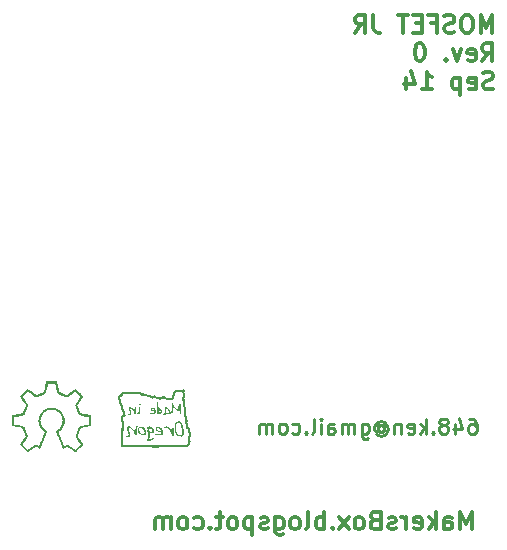
<source format=gbo>
G04 (created by PCBNEW (2013-07-07 BZR 4022)-stable) date 10/12/2014 6:36:12 PM*
%MOIN*%
G04 Gerber Fmt 3.4, Leading zero omitted, Abs format*
%FSLAX34Y34*%
G01*
G70*
G90*
G04 APERTURE LIST*
%ADD10C,0.00590551*%
%ADD11C,0.011811*%
%ADD12C,0.01*%
%ADD13C,0.0001*%
%ADD14C,0.000393701*%
G04 APERTURE END LIST*
G54D10*
G54D11*
X61022Y-49039D02*
X61022Y-48448D01*
X60825Y-48870D01*
X60629Y-48448D01*
X60629Y-49039D01*
X60094Y-49039D02*
X60094Y-48729D01*
X60122Y-48673D01*
X60179Y-48645D01*
X60291Y-48645D01*
X60347Y-48673D01*
X60094Y-49010D02*
X60151Y-49039D01*
X60291Y-49039D01*
X60347Y-49010D01*
X60375Y-48954D01*
X60375Y-48898D01*
X60347Y-48842D01*
X60291Y-48814D01*
X60151Y-48814D01*
X60094Y-48785D01*
X59813Y-49039D02*
X59813Y-48448D01*
X59757Y-48814D02*
X59588Y-49039D01*
X59588Y-48645D02*
X59813Y-48870D01*
X59110Y-49010D02*
X59166Y-49039D01*
X59279Y-49039D01*
X59335Y-49010D01*
X59363Y-48954D01*
X59363Y-48729D01*
X59335Y-48673D01*
X59279Y-48645D01*
X59166Y-48645D01*
X59110Y-48673D01*
X59082Y-48729D01*
X59082Y-48785D01*
X59363Y-48842D01*
X58829Y-49039D02*
X58829Y-48645D01*
X58829Y-48757D02*
X58801Y-48701D01*
X58773Y-48673D01*
X58716Y-48645D01*
X58660Y-48645D01*
X58491Y-49010D02*
X58435Y-49039D01*
X58323Y-49039D01*
X58266Y-49010D01*
X58238Y-48954D01*
X58238Y-48926D01*
X58266Y-48870D01*
X58323Y-48842D01*
X58407Y-48842D01*
X58463Y-48814D01*
X58491Y-48757D01*
X58491Y-48729D01*
X58463Y-48673D01*
X58407Y-48645D01*
X58323Y-48645D01*
X58266Y-48673D01*
X57788Y-48729D02*
X57704Y-48757D01*
X57676Y-48785D01*
X57648Y-48842D01*
X57648Y-48926D01*
X57676Y-48982D01*
X57704Y-49010D01*
X57760Y-49039D01*
X57985Y-49039D01*
X57985Y-48448D01*
X57788Y-48448D01*
X57732Y-48476D01*
X57704Y-48504D01*
X57676Y-48560D01*
X57676Y-48617D01*
X57704Y-48673D01*
X57732Y-48701D01*
X57788Y-48729D01*
X57985Y-48729D01*
X57310Y-49039D02*
X57366Y-49010D01*
X57395Y-48982D01*
X57423Y-48926D01*
X57423Y-48757D01*
X57395Y-48701D01*
X57366Y-48673D01*
X57310Y-48645D01*
X57226Y-48645D01*
X57170Y-48673D01*
X57142Y-48701D01*
X57113Y-48757D01*
X57113Y-48926D01*
X57142Y-48982D01*
X57170Y-49010D01*
X57226Y-49039D01*
X57310Y-49039D01*
X56917Y-49039D02*
X56607Y-48645D01*
X56917Y-48645D02*
X56607Y-49039D01*
X56382Y-48982D02*
X56354Y-49010D01*
X56382Y-49039D01*
X56410Y-49010D01*
X56382Y-48982D01*
X56382Y-49039D01*
X56101Y-49039D02*
X56101Y-48448D01*
X56101Y-48673D02*
X56045Y-48645D01*
X55932Y-48645D01*
X55876Y-48673D01*
X55848Y-48701D01*
X55820Y-48757D01*
X55820Y-48926D01*
X55848Y-48982D01*
X55876Y-49010D01*
X55932Y-49039D01*
X56045Y-49039D01*
X56101Y-49010D01*
X55482Y-49039D02*
X55539Y-49010D01*
X55567Y-48954D01*
X55567Y-48448D01*
X55173Y-49039D02*
X55229Y-49010D01*
X55257Y-48982D01*
X55285Y-48926D01*
X55285Y-48757D01*
X55257Y-48701D01*
X55229Y-48673D01*
X55173Y-48645D01*
X55089Y-48645D01*
X55032Y-48673D01*
X55004Y-48701D01*
X54976Y-48757D01*
X54976Y-48926D01*
X55004Y-48982D01*
X55032Y-49010D01*
X55089Y-49039D01*
X55173Y-49039D01*
X54470Y-48645D02*
X54470Y-49123D01*
X54498Y-49179D01*
X54526Y-49207D01*
X54582Y-49235D01*
X54667Y-49235D01*
X54723Y-49207D01*
X54470Y-49010D02*
X54526Y-49039D01*
X54639Y-49039D01*
X54695Y-49010D01*
X54723Y-48982D01*
X54751Y-48926D01*
X54751Y-48757D01*
X54723Y-48701D01*
X54695Y-48673D01*
X54639Y-48645D01*
X54526Y-48645D01*
X54470Y-48673D01*
X54217Y-49010D02*
X54161Y-49039D01*
X54048Y-49039D01*
X53992Y-49010D01*
X53964Y-48954D01*
X53964Y-48926D01*
X53992Y-48870D01*
X54048Y-48842D01*
X54133Y-48842D01*
X54189Y-48814D01*
X54217Y-48757D01*
X54217Y-48729D01*
X54189Y-48673D01*
X54133Y-48645D01*
X54048Y-48645D01*
X53992Y-48673D01*
X53711Y-48645D02*
X53711Y-49235D01*
X53711Y-48673D02*
X53654Y-48645D01*
X53542Y-48645D01*
X53486Y-48673D01*
X53458Y-48701D01*
X53429Y-48757D01*
X53429Y-48926D01*
X53458Y-48982D01*
X53486Y-49010D01*
X53542Y-49039D01*
X53654Y-49039D01*
X53711Y-49010D01*
X53092Y-49039D02*
X53148Y-49010D01*
X53176Y-48982D01*
X53205Y-48926D01*
X53205Y-48757D01*
X53176Y-48701D01*
X53148Y-48673D01*
X53092Y-48645D01*
X53008Y-48645D01*
X52951Y-48673D01*
X52923Y-48701D01*
X52895Y-48757D01*
X52895Y-48926D01*
X52923Y-48982D01*
X52951Y-49010D01*
X53008Y-49039D01*
X53092Y-49039D01*
X52726Y-48645D02*
X52501Y-48645D01*
X52642Y-48448D02*
X52642Y-48954D01*
X52614Y-49010D01*
X52558Y-49039D01*
X52501Y-49039D01*
X52305Y-48982D02*
X52276Y-49010D01*
X52305Y-49039D01*
X52333Y-49010D01*
X52305Y-48982D01*
X52305Y-49039D01*
X51770Y-49010D02*
X51827Y-49039D01*
X51939Y-49039D01*
X51995Y-49010D01*
X52023Y-48982D01*
X52052Y-48926D01*
X52052Y-48757D01*
X52023Y-48701D01*
X51995Y-48673D01*
X51939Y-48645D01*
X51827Y-48645D01*
X51770Y-48673D01*
X51433Y-49039D02*
X51489Y-49010D01*
X51517Y-48982D01*
X51545Y-48926D01*
X51545Y-48757D01*
X51517Y-48701D01*
X51489Y-48673D01*
X51433Y-48645D01*
X51348Y-48645D01*
X51292Y-48673D01*
X51264Y-48701D01*
X51236Y-48757D01*
X51236Y-48926D01*
X51264Y-48982D01*
X51292Y-49010D01*
X51348Y-49039D01*
X51433Y-49039D01*
X50983Y-49039D02*
X50983Y-48645D01*
X50983Y-48701D02*
X50955Y-48673D01*
X50899Y-48645D01*
X50814Y-48645D01*
X50758Y-48673D01*
X50730Y-48729D01*
X50730Y-49039D01*
X50730Y-48729D02*
X50702Y-48673D01*
X50645Y-48645D01*
X50561Y-48645D01*
X50505Y-48673D01*
X50477Y-48729D01*
X50477Y-49039D01*
G54D12*
X60942Y-45352D02*
X61038Y-45352D01*
X61085Y-45376D01*
X61109Y-45400D01*
X61157Y-45471D01*
X61180Y-45566D01*
X61180Y-45757D01*
X61157Y-45804D01*
X61133Y-45828D01*
X61085Y-45852D01*
X60990Y-45852D01*
X60942Y-45828D01*
X60919Y-45804D01*
X60895Y-45757D01*
X60895Y-45638D01*
X60919Y-45590D01*
X60942Y-45566D01*
X60990Y-45542D01*
X61085Y-45542D01*
X61133Y-45566D01*
X61157Y-45590D01*
X61180Y-45638D01*
X60466Y-45519D02*
X60466Y-45852D01*
X60585Y-45328D02*
X60704Y-45685D01*
X60395Y-45685D01*
X60133Y-45566D02*
X60180Y-45542D01*
X60204Y-45519D01*
X60228Y-45471D01*
X60228Y-45447D01*
X60204Y-45400D01*
X60180Y-45376D01*
X60133Y-45352D01*
X60038Y-45352D01*
X59990Y-45376D01*
X59966Y-45400D01*
X59942Y-45447D01*
X59942Y-45471D01*
X59966Y-45519D01*
X59990Y-45542D01*
X60038Y-45566D01*
X60133Y-45566D01*
X60180Y-45590D01*
X60204Y-45614D01*
X60228Y-45661D01*
X60228Y-45757D01*
X60204Y-45804D01*
X60180Y-45828D01*
X60133Y-45852D01*
X60038Y-45852D01*
X59990Y-45828D01*
X59966Y-45804D01*
X59942Y-45757D01*
X59942Y-45661D01*
X59966Y-45614D01*
X59990Y-45590D01*
X60038Y-45566D01*
X59728Y-45804D02*
X59704Y-45828D01*
X59728Y-45852D01*
X59752Y-45828D01*
X59728Y-45804D01*
X59728Y-45852D01*
X59490Y-45852D02*
X59490Y-45352D01*
X59442Y-45661D02*
X59300Y-45852D01*
X59300Y-45519D02*
X59490Y-45709D01*
X58895Y-45828D02*
X58942Y-45852D01*
X59038Y-45852D01*
X59085Y-45828D01*
X59109Y-45780D01*
X59109Y-45590D01*
X59085Y-45542D01*
X59038Y-45519D01*
X58942Y-45519D01*
X58895Y-45542D01*
X58871Y-45590D01*
X58871Y-45638D01*
X59109Y-45685D01*
X58657Y-45519D02*
X58657Y-45852D01*
X58657Y-45566D02*
X58633Y-45542D01*
X58585Y-45519D01*
X58514Y-45519D01*
X58466Y-45542D01*
X58442Y-45590D01*
X58442Y-45852D01*
X57895Y-45614D02*
X57919Y-45590D01*
X57966Y-45566D01*
X58014Y-45566D01*
X58061Y-45590D01*
X58085Y-45614D01*
X58109Y-45661D01*
X58109Y-45709D01*
X58085Y-45757D01*
X58061Y-45780D01*
X58014Y-45804D01*
X57966Y-45804D01*
X57919Y-45780D01*
X57895Y-45757D01*
X57895Y-45566D02*
X57895Y-45757D01*
X57871Y-45780D01*
X57847Y-45780D01*
X57800Y-45757D01*
X57776Y-45709D01*
X57776Y-45590D01*
X57823Y-45519D01*
X57895Y-45471D01*
X57990Y-45447D01*
X58085Y-45471D01*
X58157Y-45519D01*
X58204Y-45590D01*
X58228Y-45685D01*
X58204Y-45780D01*
X58157Y-45852D01*
X58085Y-45900D01*
X57990Y-45923D01*
X57895Y-45900D01*
X57823Y-45852D01*
X57347Y-45519D02*
X57347Y-45923D01*
X57371Y-45971D01*
X57395Y-45995D01*
X57442Y-46019D01*
X57514Y-46019D01*
X57561Y-45995D01*
X57347Y-45828D02*
X57395Y-45852D01*
X57490Y-45852D01*
X57538Y-45828D01*
X57561Y-45804D01*
X57585Y-45757D01*
X57585Y-45614D01*
X57561Y-45566D01*
X57538Y-45542D01*
X57490Y-45519D01*
X57395Y-45519D01*
X57347Y-45542D01*
X57109Y-45852D02*
X57109Y-45519D01*
X57109Y-45566D02*
X57085Y-45542D01*
X57038Y-45519D01*
X56966Y-45519D01*
X56919Y-45542D01*
X56895Y-45590D01*
X56895Y-45852D01*
X56895Y-45590D02*
X56871Y-45542D01*
X56823Y-45519D01*
X56752Y-45519D01*
X56704Y-45542D01*
X56680Y-45590D01*
X56680Y-45852D01*
X56228Y-45852D02*
X56228Y-45590D01*
X56252Y-45542D01*
X56300Y-45519D01*
X56395Y-45519D01*
X56442Y-45542D01*
X56228Y-45828D02*
X56276Y-45852D01*
X56395Y-45852D01*
X56442Y-45828D01*
X56466Y-45780D01*
X56466Y-45733D01*
X56442Y-45685D01*
X56395Y-45661D01*
X56276Y-45661D01*
X56228Y-45638D01*
X55990Y-45852D02*
X55990Y-45519D01*
X55990Y-45352D02*
X56014Y-45376D01*
X55990Y-45400D01*
X55966Y-45376D01*
X55990Y-45352D01*
X55990Y-45400D01*
X55680Y-45852D02*
X55728Y-45828D01*
X55752Y-45780D01*
X55752Y-45352D01*
X55490Y-45804D02*
X55466Y-45828D01*
X55490Y-45852D01*
X55514Y-45828D01*
X55490Y-45804D01*
X55490Y-45852D01*
X55038Y-45828D02*
X55085Y-45852D01*
X55180Y-45852D01*
X55228Y-45828D01*
X55252Y-45804D01*
X55276Y-45757D01*
X55276Y-45614D01*
X55252Y-45566D01*
X55228Y-45542D01*
X55180Y-45519D01*
X55085Y-45519D01*
X55038Y-45542D01*
X54752Y-45852D02*
X54800Y-45828D01*
X54823Y-45804D01*
X54847Y-45757D01*
X54847Y-45614D01*
X54823Y-45566D01*
X54800Y-45542D01*
X54752Y-45519D01*
X54680Y-45519D01*
X54633Y-45542D01*
X54609Y-45566D01*
X54585Y-45614D01*
X54585Y-45757D01*
X54609Y-45804D01*
X54633Y-45828D01*
X54680Y-45852D01*
X54752Y-45852D01*
X54371Y-45852D02*
X54371Y-45519D01*
X54371Y-45566D02*
X54347Y-45542D01*
X54299Y-45519D01*
X54228Y-45519D01*
X54180Y-45542D01*
X54157Y-45590D01*
X54157Y-45852D01*
X54157Y-45590D02*
X54133Y-45542D01*
X54085Y-45519D01*
X54014Y-45519D01*
X53966Y-45542D01*
X53942Y-45590D01*
X53942Y-45852D01*
G54D11*
X61709Y-32489D02*
X61709Y-31898D01*
X61512Y-32320D01*
X61315Y-31898D01*
X61315Y-32489D01*
X60921Y-31898D02*
X60809Y-31898D01*
X60753Y-31926D01*
X60697Y-31982D01*
X60668Y-32095D01*
X60668Y-32292D01*
X60697Y-32404D01*
X60753Y-32460D01*
X60809Y-32489D01*
X60921Y-32489D01*
X60978Y-32460D01*
X61034Y-32404D01*
X61062Y-32292D01*
X61062Y-32095D01*
X61034Y-31982D01*
X60978Y-31926D01*
X60921Y-31898D01*
X60443Y-32460D02*
X60359Y-32489D01*
X60218Y-32489D01*
X60162Y-32460D01*
X60134Y-32432D01*
X60106Y-32376D01*
X60106Y-32320D01*
X60134Y-32264D01*
X60162Y-32235D01*
X60218Y-32207D01*
X60331Y-32179D01*
X60387Y-32151D01*
X60415Y-32123D01*
X60443Y-32067D01*
X60443Y-32010D01*
X60415Y-31954D01*
X60387Y-31926D01*
X60331Y-31898D01*
X60190Y-31898D01*
X60106Y-31926D01*
X59656Y-32179D02*
X59853Y-32179D01*
X59853Y-32489D02*
X59853Y-31898D01*
X59572Y-31898D01*
X59347Y-32179D02*
X59150Y-32179D01*
X59065Y-32489D02*
X59347Y-32489D01*
X59347Y-31898D01*
X59065Y-31898D01*
X58897Y-31898D02*
X58559Y-31898D01*
X58728Y-32489D02*
X58728Y-31898D01*
X57744Y-31898D02*
X57744Y-32320D01*
X57772Y-32404D01*
X57828Y-32460D01*
X57912Y-32489D01*
X57969Y-32489D01*
X57125Y-32489D02*
X57322Y-32207D01*
X57463Y-32489D02*
X57463Y-31898D01*
X57238Y-31898D01*
X57181Y-31926D01*
X57153Y-31954D01*
X57125Y-32010D01*
X57125Y-32095D01*
X57153Y-32151D01*
X57181Y-32179D01*
X57238Y-32207D01*
X57463Y-32207D01*
X61371Y-33433D02*
X61568Y-33152D01*
X61709Y-33433D02*
X61709Y-32843D01*
X61484Y-32843D01*
X61428Y-32871D01*
X61400Y-32899D01*
X61371Y-32955D01*
X61371Y-33040D01*
X61400Y-33096D01*
X61428Y-33124D01*
X61484Y-33152D01*
X61709Y-33152D01*
X60893Y-33405D02*
X60950Y-33433D01*
X61062Y-33433D01*
X61118Y-33405D01*
X61146Y-33349D01*
X61146Y-33124D01*
X61118Y-33068D01*
X61062Y-33040D01*
X60950Y-33040D01*
X60893Y-33068D01*
X60865Y-33124D01*
X60865Y-33180D01*
X61146Y-33237D01*
X60668Y-33040D02*
X60528Y-33433D01*
X60387Y-33040D01*
X60162Y-33377D02*
X60134Y-33405D01*
X60162Y-33433D01*
X60190Y-33405D01*
X60162Y-33377D01*
X60162Y-33433D01*
X59319Y-32843D02*
X59262Y-32843D01*
X59206Y-32871D01*
X59178Y-32899D01*
X59150Y-32955D01*
X59122Y-33068D01*
X59122Y-33208D01*
X59150Y-33321D01*
X59178Y-33377D01*
X59206Y-33405D01*
X59262Y-33433D01*
X59319Y-33433D01*
X59375Y-33405D01*
X59403Y-33377D01*
X59431Y-33321D01*
X59459Y-33208D01*
X59459Y-33068D01*
X59431Y-32955D01*
X59403Y-32899D01*
X59375Y-32871D01*
X59319Y-32843D01*
X61737Y-34350D02*
X61653Y-34378D01*
X61512Y-34378D01*
X61456Y-34350D01*
X61428Y-34322D01*
X61400Y-34266D01*
X61400Y-34210D01*
X61428Y-34153D01*
X61456Y-34125D01*
X61512Y-34097D01*
X61625Y-34069D01*
X61681Y-34041D01*
X61709Y-34013D01*
X61737Y-33956D01*
X61737Y-33900D01*
X61709Y-33844D01*
X61681Y-33816D01*
X61625Y-33788D01*
X61484Y-33788D01*
X61400Y-33816D01*
X60921Y-34350D02*
X60978Y-34378D01*
X61090Y-34378D01*
X61146Y-34350D01*
X61175Y-34294D01*
X61175Y-34069D01*
X61146Y-34013D01*
X61090Y-33985D01*
X60978Y-33985D01*
X60921Y-34013D01*
X60893Y-34069D01*
X60893Y-34125D01*
X61175Y-34181D01*
X60640Y-33985D02*
X60640Y-34575D01*
X60640Y-34013D02*
X60584Y-33985D01*
X60472Y-33985D01*
X60415Y-34013D01*
X60387Y-34041D01*
X60359Y-34097D01*
X60359Y-34266D01*
X60387Y-34322D01*
X60415Y-34350D01*
X60472Y-34378D01*
X60584Y-34378D01*
X60640Y-34350D01*
X59347Y-34378D02*
X59684Y-34378D01*
X59515Y-34378D02*
X59515Y-33788D01*
X59572Y-33872D01*
X59628Y-33928D01*
X59684Y-33956D01*
X58841Y-33985D02*
X58841Y-34378D01*
X58981Y-33760D02*
X59122Y-34181D01*
X58756Y-34181D01*
G54D13*
G36*
X49231Y-44657D02*
X49231Y-44672D01*
X49232Y-44682D01*
X49233Y-44691D01*
X49235Y-44698D01*
X49239Y-44706D01*
X49240Y-44709D01*
X49245Y-44720D01*
X49249Y-44730D01*
X49253Y-44742D01*
X49257Y-44756D01*
X49261Y-44774D01*
X49266Y-44795D01*
X49268Y-44802D01*
X49274Y-44831D01*
X49281Y-44855D01*
X49287Y-44876D01*
X49295Y-44894D01*
X49303Y-44910D01*
X49303Y-44662D01*
X49303Y-44656D01*
X49304Y-44651D01*
X49307Y-44646D01*
X49312Y-44640D01*
X49321Y-44633D01*
X49325Y-44629D01*
X49336Y-44620D01*
X49346Y-44610D01*
X49353Y-44601D01*
X49356Y-44598D01*
X49361Y-44591D01*
X49369Y-44581D01*
X49379Y-44569D01*
X49389Y-44557D01*
X49390Y-44556D01*
X49399Y-44545D01*
X49407Y-44535D01*
X49412Y-44528D01*
X49415Y-44524D01*
X49415Y-44523D01*
X49417Y-44521D01*
X49424Y-44521D01*
X49434Y-44521D01*
X49446Y-44523D01*
X49458Y-44525D01*
X49462Y-44526D01*
X49467Y-44527D01*
X49472Y-44529D01*
X49478Y-44529D01*
X49485Y-44530D01*
X49495Y-44531D01*
X49508Y-44532D01*
X49523Y-44532D01*
X49542Y-44533D01*
X49565Y-44533D01*
X49593Y-44534D01*
X49626Y-44535D01*
X49647Y-44535D01*
X49681Y-44536D01*
X49715Y-44536D01*
X49749Y-44537D01*
X49782Y-44537D01*
X49813Y-44538D01*
X49841Y-44538D01*
X49866Y-44538D01*
X49885Y-44538D01*
X49890Y-44538D01*
X49966Y-44538D01*
X49990Y-44562D01*
X50014Y-44585D01*
X50030Y-44585D01*
X50041Y-44585D01*
X50055Y-44584D01*
X50066Y-44582D01*
X50079Y-44581D01*
X50091Y-44582D01*
X50104Y-44584D01*
X50120Y-44588D01*
X50138Y-44595D01*
X50160Y-44604D01*
X50166Y-44606D01*
X50183Y-44614D01*
X50196Y-44619D01*
X50207Y-44622D01*
X50217Y-44624D01*
X50228Y-44626D01*
X50235Y-44627D01*
X50253Y-44629D01*
X50267Y-44631D01*
X50278Y-44634D01*
X50286Y-44638D01*
X50294Y-44643D01*
X50302Y-44651D01*
X50303Y-44652D01*
X50312Y-44660D01*
X50322Y-44667D01*
X50329Y-44672D01*
X50329Y-44672D01*
X50337Y-44674D01*
X50349Y-44676D01*
X50363Y-44679D01*
X50378Y-44680D01*
X50391Y-44682D01*
X50401Y-44682D01*
X50407Y-44681D01*
X50412Y-44678D01*
X50421Y-44673D01*
X50429Y-44666D01*
X50438Y-44658D01*
X50444Y-44655D01*
X50448Y-44654D01*
X50450Y-44655D01*
X50454Y-44658D01*
X50462Y-44663D01*
X50473Y-44670D01*
X50485Y-44678D01*
X50488Y-44680D01*
X50522Y-44701D01*
X50552Y-44702D01*
X50566Y-44703D01*
X50575Y-44704D01*
X50580Y-44705D01*
X50584Y-44707D01*
X50586Y-44710D01*
X50587Y-44712D01*
X50595Y-44721D01*
X50606Y-44727D01*
X50618Y-44730D01*
X50620Y-44730D01*
X50631Y-44727D01*
X50642Y-44720D01*
X50653Y-44708D01*
X50657Y-44703D01*
X50662Y-44698D01*
X50665Y-44694D01*
X50669Y-44691D01*
X50674Y-44688D01*
X50682Y-44687D01*
X50692Y-44685D01*
X50707Y-44683D01*
X50726Y-44682D01*
X50732Y-44681D01*
X50775Y-44677D01*
X50787Y-44688D01*
X50801Y-44701D01*
X50815Y-44711D01*
X50827Y-44719D01*
X50831Y-44721D01*
X50840Y-44723D01*
X50853Y-44725D01*
X50870Y-44727D01*
X50888Y-44729D01*
X50908Y-44731D01*
X50927Y-44732D01*
X50945Y-44732D01*
X50946Y-44732D01*
X50965Y-44732D01*
X50982Y-44730D01*
X50999Y-44728D01*
X51018Y-44724D01*
X51036Y-44720D01*
X51049Y-44716D01*
X51059Y-44711D01*
X51068Y-44706D01*
X51077Y-44698D01*
X51087Y-44688D01*
X51094Y-44680D01*
X51100Y-44672D01*
X51103Y-44663D01*
X51106Y-44652D01*
X51109Y-44638D01*
X51110Y-44621D01*
X51112Y-44601D01*
X51115Y-44570D01*
X51120Y-44543D01*
X51128Y-44521D01*
X51138Y-44503D01*
X51139Y-44501D01*
X51149Y-44491D01*
X51164Y-44480D01*
X51169Y-44477D01*
X51180Y-44472D01*
X51189Y-44468D01*
X51196Y-44467D01*
X51205Y-44467D01*
X51206Y-44467D01*
X51221Y-44467D01*
X51238Y-44464D01*
X51250Y-44461D01*
X51265Y-44456D01*
X51276Y-44454D01*
X51283Y-44453D01*
X51289Y-44455D01*
X51295Y-44457D01*
X51298Y-44459D01*
X51310Y-44465D01*
X51327Y-44467D01*
X51346Y-44465D01*
X51352Y-44463D01*
X51361Y-44461D01*
X51369Y-44459D01*
X51372Y-44459D01*
X51372Y-44461D01*
X51373Y-44469D01*
X51373Y-44478D01*
X51373Y-44479D01*
X51373Y-44490D01*
X51374Y-44498D01*
X51376Y-44505D01*
X51381Y-44512D01*
X51390Y-44525D01*
X51387Y-44572D01*
X51386Y-44590D01*
X51384Y-44603D01*
X51383Y-44613D01*
X51381Y-44620D01*
X51379Y-44626D01*
X51376Y-44632D01*
X51374Y-44635D01*
X51368Y-44647D01*
X51365Y-44658D01*
X51365Y-44666D01*
X51364Y-44677D01*
X51363Y-44686D01*
X51362Y-44689D01*
X51361Y-44696D01*
X51359Y-44706D01*
X51359Y-44719D01*
X51359Y-44724D01*
X51359Y-44737D01*
X51359Y-44745D01*
X51361Y-44751D01*
X51364Y-44755D01*
X51368Y-44760D01*
X51369Y-44761D01*
X51377Y-44767D01*
X51385Y-44770D01*
X51386Y-44771D01*
X51390Y-44771D01*
X51392Y-44773D01*
X51394Y-44779D01*
X51395Y-44789D01*
X51396Y-44802D01*
X51397Y-44817D01*
X51397Y-44826D01*
X51398Y-44843D01*
X51400Y-44865D01*
X51403Y-44893D01*
X51408Y-44927D01*
X51415Y-44966D01*
X51415Y-44969D01*
X51418Y-44986D01*
X51420Y-45002D01*
X51422Y-45014D01*
X51423Y-45023D01*
X51424Y-45026D01*
X51424Y-45031D01*
X51423Y-45040D01*
X51423Y-45052D01*
X51422Y-45064D01*
X51422Y-45077D01*
X51421Y-45089D01*
X51420Y-45097D01*
X51419Y-45100D01*
X51415Y-45110D01*
X51414Y-45122D01*
X51415Y-45134D01*
X51419Y-45144D01*
X51425Y-45149D01*
X51428Y-45154D01*
X51431Y-45164D01*
X51435Y-45180D01*
X51438Y-45202D01*
X51442Y-45229D01*
X51445Y-45260D01*
X51447Y-45284D01*
X51449Y-45305D01*
X51451Y-45325D01*
X51453Y-45342D01*
X51455Y-45356D01*
X51456Y-45366D01*
X51457Y-45371D01*
X51461Y-45379D01*
X51465Y-45390D01*
X51469Y-45400D01*
X51472Y-45408D01*
X51475Y-45414D01*
X51476Y-45421D01*
X51477Y-45429D01*
X51477Y-45439D01*
X51476Y-45452D01*
X51475Y-45470D01*
X51475Y-45478D01*
X51474Y-45496D01*
X51474Y-45510D01*
X51476Y-45521D01*
X51479Y-45531D01*
X51484Y-45542D01*
X51492Y-45555D01*
X51499Y-45570D01*
X51503Y-45581D01*
X51505Y-45592D01*
X51503Y-45603D01*
X51499Y-45618D01*
X51497Y-45622D01*
X51492Y-45637D01*
X51489Y-45649D01*
X51489Y-45657D01*
X51490Y-45664D01*
X51493Y-45670D01*
X51493Y-45671D01*
X51499Y-45677D01*
X51509Y-45684D01*
X51521Y-45691D01*
X51534Y-45696D01*
X51542Y-45699D01*
X51550Y-45701D01*
X51550Y-45736D01*
X51550Y-45772D01*
X51562Y-45797D01*
X51575Y-45824D01*
X51585Y-45847D01*
X51593Y-45866D01*
X51598Y-45880D01*
X51600Y-45888D01*
X51601Y-45895D01*
X51601Y-45901D01*
X51598Y-45907D01*
X51592Y-45915D01*
X51592Y-45916D01*
X51581Y-45932D01*
X51572Y-45947D01*
X51565Y-45965D01*
X51562Y-45976D01*
X51556Y-45997D01*
X51565Y-46036D01*
X51571Y-46062D01*
X51574Y-46083D01*
X51576Y-46101D01*
X51576Y-46117D01*
X51573Y-46132D01*
X51569Y-46147D01*
X51569Y-46147D01*
X51563Y-46164D01*
X51558Y-46179D01*
X51552Y-46192D01*
X51548Y-46201D01*
X51544Y-46205D01*
X51544Y-46206D01*
X51540Y-46207D01*
X51532Y-46210D01*
X51529Y-46212D01*
X51520Y-46215D01*
X51506Y-46218D01*
X51487Y-46220D01*
X51463Y-46221D01*
X51433Y-46222D01*
X51398Y-46223D01*
X51358Y-46223D01*
X51354Y-46223D01*
X51332Y-46224D01*
X51306Y-46224D01*
X51277Y-46225D01*
X51246Y-46225D01*
X51215Y-46226D01*
X51186Y-46228D01*
X51178Y-46228D01*
X51085Y-46231D01*
X50996Y-46235D01*
X50908Y-46237D01*
X50820Y-46239D01*
X50733Y-46241D01*
X50645Y-46242D01*
X50556Y-46243D01*
X50464Y-46243D01*
X50370Y-46243D01*
X50271Y-46243D01*
X50168Y-46242D01*
X50116Y-46241D01*
X50043Y-46240D01*
X49976Y-46239D01*
X49914Y-46238D01*
X49857Y-46237D01*
X49804Y-46236D01*
X49755Y-46235D01*
X49709Y-46234D01*
X49667Y-46233D01*
X49628Y-46231D01*
X49592Y-46230D01*
X49557Y-46229D01*
X49524Y-46227D01*
X49506Y-46226D01*
X49481Y-46225D01*
X49458Y-46223D01*
X49437Y-46222D01*
X49419Y-46221D01*
X49406Y-46220D01*
X49397Y-46220D01*
X49392Y-46220D01*
X49392Y-46220D01*
X49392Y-46217D01*
X49393Y-46208D01*
X49393Y-46195D01*
X49394Y-46176D01*
X49395Y-46153D01*
X49396Y-46126D01*
X49398Y-46095D01*
X49399Y-46061D01*
X49401Y-46023D01*
X49403Y-45983D01*
X49404Y-45941D01*
X49406Y-45896D01*
X49409Y-45850D01*
X49409Y-45844D01*
X49411Y-45789D01*
X49413Y-45739D01*
X49415Y-45694D01*
X49417Y-45654D01*
X49419Y-45619D01*
X49420Y-45588D01*
X49421Y-45562D01*
X49422Y-45538D01*
X49422Y-45519D01*
X49422Y-45502D01*
X49422Y-45489D01*
X49422Y-45477D01*
X49422Y-45468D01*
X49421Y-45461D01*
X49420Y-45455D01*
X49419Y-45451D01*
X49418Y-45447D01*
X49416Y-45444D01*
X49414Y-45442D01*
X49412Y-45439D01*
X49410Y-45436D01*
X49405Y-45430D01*
X49402Y-45424D01*
X49401Y-45418D01*
X49402Y-45408D01*
X49402Y-45404D01*
X49402Y-45390D01*
X49401Y-45377D01*
X49397Y-45361D01*
X49397Y-45360D01*
X49392Y-45343D01*
X49389Y-45331D01*
X49388Y-45322D01*
X49388Y-45317D01*
X49389Y-45313D01*
X49392Y-45311D01*
X49392Y-45310D01*
X49399Y-45308D01*
X49408Y-45305D01*
X49412Y-45305D01*
X49423Y-45302D01*
X49432Y-45298D01*
X49440Y-45292D01*
X49447Y-45283D01*
X49456Y-45269D01*
X49463Y-45255D01*
X49480Y-45220D01*
X49477Y-45189D01*
X49475Y-45177D01*
X49473Y-45166D01*
X49470Y-45156D01*
X49467Y-45145D01*
X49462Y-45131D01*
X49454Y-45114D01*
X49452Y-45109D01*
X49444Y-45089D01*
X49435Y-45069D01*
X49426Y-45048D01*
X49418Y-45030D01*
X49414Y-45023D01*
X49408Y-45008D01*
X49403Y-44997D01*
X49400Y-44989D01*
X49399Y-44984D01*
X49400Y-44980D01*
X49400Y-44976D01*
X49403Y-44966D01*
X49403Y-44954D01*
X49399Y-44941D01*
X49392Y-44925D01*
X49382Y-44906D01*
X49381Y-44905D01*
X49372Y-44889D01*
X49364Y-44875D01*
X49358Y-44863D01*
X49354Y-44851D01*
X49349Y-44838D01*
X49345Y-44822D01*
X49341Y-44804D01*
X49337Y-44786D01*
X49331Y-44761D01*
X49326Y-44741D01*
X49322Y-44725D01*
X49318Y-44712D01*
X49314Y-44701D01*
X49311Y-44692D01*
X49308Y-44688D01*
X49305Y-44677D01*
X49303Y-44665D01*
X49303Y-44662D01*
X49303Y-44910D01*
X49304Y-44911D01*
X49306Y-44917D01*
X49313Y-44928D01*
X49317Y-44937D01*
X49319Y-44942D01*
X49319Y-44946D01*
X49317Y-44950D01*
X49316Y-44957D01*
X49315Y-44964D01*
X49317Y-44973D01*
X49320Y-44984D01*
X49326Y-44998D01*
X49334Y-45017D01*
X49340Y-45029D01*
X49354Y-45061D01*
X49368Y-45091D01*
X49379Y-45118D01*
X49389Y-45142D01*
X49397Y-45162D01*
X49402Y-45178D01*
X49405Y-45189D01*
X49405Y-45190D01*
X49407Y-45201D01*
X49406Y-45208D01*
X49404Y-45216D01*
X49401Y-45221D01*
X49397Y-45229D01*
X49392Y-45234D01*
X49386Y-45237D01*
X49377Y-45239D01*
X49372Y-45240D01*
X49366Y-45241D01*
X49359Y-45245D01*
X49352Y-45251D01*
X49341Y-45261D01*
X49338Y-45265D01*
X49328Y-45275D01*
X49321Y-45282D01*
X49317Y-45287D01*
X49315Y-45292D01*
X49315Y-45298D01*
X49315Y-45302D01*
X49316Y-45323D01*
X49321Y-45347D01*
X49327Y-45372D01*
X49330Y-45383D01*
X49331Y-45392D01*
X49331Y-45401D01*
X49330Y-45413D01*
X49329Y-45415D01*
X49328Y-45428D01*
X49328Y-45439D01*
X49331Y-45448D01*
X49338Y-45459D01*
X49345Y-45468D01*
X49354Y-45479D01*
X49337Y-45865D01*
X49335Y-45912D01*
X49333Y-45958D01*
X49331Y-46002D01*
X49329Y-46044D01*
X49328Y-46083D01*
X49326Y-46119D01*
X49325Y-46152D01*
X49324Y-46181D01*
X49323Y-46206D01*
X49322Y-46227D01*
X49322Y-46243D01*
X49322Y-46254D01*
X49322Y-46260D01*
X49322Y-46260D01*
X49326Y-46270D01*
X49334Y-46279D01*
X49343Y-46285D01*
X49345Y-46286D01*
X49350Y-46287D01*
X49361Y-46288D01*
X49376Y-46289D01*
X49395Y-46291D01*
X49418Y-46292D01*
X49443Y-46294D01*
X49472Y-46295D01*
X49502Y-46297D01*
X49534Y-46298D01*
X49566Y-46300D01*
X49599Y-46301D01*
X49631Y-46302D01*
X49663Y-46303D01*
X49693Y-46304D01*
X49721Y-46305D01*
X49738Y-46306D01*
X49762Y-46306D01*
X49791Y-46307D01*
X49824Y-46307D01*
X49860Y-46308D01*
X49900Y-46309D01*
X49942Y-46309D01*
X49985Y-46310D01*
X50030Y-46310D01*
X50074Y-46311D01*
X50117Y-46312D01*
X50134Y-46312D01*
X50174Y-46312D01*
X50214Y-46313D01*
X50253Y-46313D01*
X50291Y-46314D01*
X50326Y-46314D01*
X50359Y-46314D01*
X50388Y-46315D01*
X50413Y-46315D01*
X50434Y-46315D01*
X50450Y-46315D01*
X50459Y-46315D01*
X50473Y-46315D01*
X50493Y-46315D01*
X50517Y-46315D01*
X50545Y-46315D01*
X50575Y-46315D01*
X50607Y-46314D01*
X50640Y-46314D01*
X50673Y-46313D01*
X50687Y-46313D01*
X50748Y-46312D01*
X50807Y-46310D01*
X50865Y-46309D01*
X50920Y-46307D01*
X50972Y-46306D01*
X51021Y-46304D01*
X51066Y-46303D01*
X51106Y-46302D01*
X51140Y-46300D01*
X51147Y-46300D01*
X51169Y-46299D01*
X51195Y-46298D01*
X51223Y-46298D01*
X51251Y-46297D01*
X51278Y-46297D01*
X51288Y-46297D01*
X51314Y-46297D01*
X51343Y-46296D01*
X51375Y-46296D01*
X51406Y-46294D01*
X51436Y-46293D01*
X51451Y-46293D01*
X51536Y-46288D01*
X51564Y-46275D01*
X51577Y-46268D01*
X51587Y-46263D01*
X51594Y-46258D01*
X51596Y-46256D01*
X51602Y-46248D01*
X51608Y-46236D01*
X51616Y-46220D01*
X51623Y-46203D01*
X51630Y-46186D01*
X51636Y-46171D01*
X51641Y-46155D01*
X51644Y-46142D01*
X51646Y-46132D01*
X51647Y-46120D01*
X51647Y-46112D01*
X51645Y-46083D01*
X51640Y-46050D01*
X51634Y-46021D01*
X51631Y-46007D01*
X51631Y-45996D01*
X51634Y-45984D01*
X51640Y-45971D01*
X51649Y-45956D01*
X51655Y-45949D01*
X51664Y-45935D01*
X51670Y-45925D01*
X51673Y-45915D01*
X51674Y-45905D01*
X51673Y-45892D01*
X51670Y-45877D01*
X51667Y-45865D01*
X51662Y-45849D01*
X51655Y-45831D01*
X51647Y-45810D01*
X51637Y-45790D01*
X51629Y-45773D01*
X51626Y-45766D01*
X51623Y-45760D01*
X51622Y-45753D01*
X51621Y-45745D01*
X51621Y-45733D01*
X51621Y-45717D01*
X51621Y-45715D01*
X51620Y-45696D01*
X51619Y-45680D01*
X51617Y-45669D01*
X51612Y-45660D01*
X51605Y-45652D01*
X51594Y-45645D01*
X51579Y-45637D01*
X51571Y-45633D01*
X51571Y-45630D01*
X51572Y-45623D01*
X51574Y-45613D01*
X51575Y-45610D01*
X51577Y-45592D01*
X51577Y-45580D01*
X51577Y-45577D01*
X51572Y-45560D01*
X51564Y-45542D01*
X51555Y-45524D01*
X51552Y-45519D01*
X51549Y-45514D01*
X51547Y-45509D01*
X51545Y-45503D01*
X51545Y-45496D01*
X51545Y-45487D01*
X51545Y-45475D01*
X51547Y-45458D01*
X51549Y-45437D01*
X51549Y-45436D01*
X51549Y-45426D01*
X51549Y-45416D01*
X51546Y-45405D01*
X51543Y-45394D01*
X51538Y-45381D01*
X51534Y-45369D01*
X51530Y-45360D01*
X51529Y-45358D01*
X51527Y-45353D01*
X51525Y-45345D01*
X51524Y-45334D01*
X51522Y-45319D01*
X51520Y-45299D01*
X51518Y-45275D01*
X51515Y-45248D01*
X51512Y-45222D01*
X51509Y-45197D01*
X51505Y-45173D01*
X51502Y-45152D01*
X51499Y-45135D01*
X51495Y-45123D01*
X51494Y-45119D01*
X51494Y-45112D01*
X51495Y-45105D01*
X51496Y-45095D01*
X51494Y-45081D01*
X51494Y-45081D01*
X51492Y-45068D01*
X51493Y-45054D01*
X51494Y-45047D01*
X51495Y-45038D01*
X51496Y-45030D01*
X51495Y-45021D01*
X51494Y-45010D01*
X51491Y-44994D01*
X51490Y-44988D01*
X51483Y-44951D01*
X51478Y-44917D01*
X51474Y-44885D01*
X51471Y-44853D01*
X51468Y-44818D01*
X51466Y-44788D01*
X51465Y-44762D01*
X51463Y-44742D01*
X51462Y-44726D01*
X51460Y-44714D01*
X51459Y-44705D01*
X51456Y-44698D01*
X51453Y-44693D01*
X51449Y-44690D01*
X51446Y-44687D01*
X51441Y-44683D01*
X51439Y-44678D01*
X51440Y-44671D01*
X51443Y-44661D01*
X51447Y-44651D01*
X51447Y-44651D01*
X51450Y-44646D01*
X51451Y-44642D01*
X51453Y-44637D01*
X51454Y-44630D01*
X51455Y-44621D01*
X51456Y-44609D01*
X51457Y-44592D01*
X51459Y-44571D01*
X51459Y-44560D01*
X51463Y-44500D01*
X51453Y-44488D01*
X51443Y-44476D01*
X51446Y-44446D01*
X51447Y-44427D01*
X51447Y-44413D01*
X51446Y-44403D01*
X51442Y-44395D01*
X51437Y-44389D01*
X51436Y-44388D01*
X51430Y-44383D01*
X51423Y-44381D01*
X51414Y-44380D01*
X51403Y-44380D01*
X51388Y-44383D01*
X51368Y-44387D01*
X51366Y-44388D01*
X51330Y-44396D01*
X51316Y-44388D01*
X51306Y-44383D01*
X51297Y-44380D01*
X51286Y-44380D01*
X51274Y-44382D01*
X51257Y-44385D01*
X51245Y-44388D01*
X51231Y-44392D01*
X51220Y-44395D01*
X51213Y-44396D01*
X51206Y-44395D01*
X51201Y-44394D01*
X51193Y-44393D01*
X51186Y-44393D01*
X51178Y-44394D01*
X51168Y-44398D01*
X51156Y-44404D01*
X51143Y-44411D01*
X51127Y-44420D01*
X51115Y-44427D01*
X51106Y-44434D01*
X51099Y-44440D01*
X51092Y-44447D01*
X51085Y-44456D01*
X51077Y-44465D01*
X51071Y-44474D01*
X51067Y-44482D01*
X51063Y-44492D01*
X51058Y-44505D01*
X51053Y-44522D01*
X51052Y-44526D01*
X51047Y-44545D01*
X51044Y-44561D01*
X51042Y-44576D01*
X51040Y-44593D01*
X51040Y-44599D01*
X51039Y-44617D01*
X51038Y-44630D01*
X51035Y-44639D01*
X51030Y-44645D01*
X51022Y-44650D01*
X51010Y-44653D01*
X50999Y-44656D01*
X50975Y-44660D01*
X50947Y-44662D01*
X50916Y-44661D01*
X50887Y-44658D01*
X50856Y-44655D01*
X50830Y-44632D01*
X50820Y-44622D01*
X50810Y-44615D01*
X50802Y-44609D01*
X50798Y-44607D01*
X50792Y-44607D01*
X50782Y-44607D01*
X50767Y-44607D01*
X50750Y-44609D01*
X50730Y-44610D01*
X50710Y-44612D01*
X50690Y-44614D01*
X50673Y-44616D01*
X50656Y-44619D01*
X50644Y-44621D01*
X50636Y-44625D01*
X50631Y-44627D01*
X50627Y-44630D01*
X50623Y-44632D01*
X50617Y-44633D01*
X50609Y-44633D01*
X50598Y-44633D01*
X50583Y-44633D01*
X50543Y-44632D01*
X50502Y-44605D01*
X50487Y-44595D01*
X50474Y-44587D01*
X50463Y-44580D01*
X50455Y-44576D01*
X50452Y-44574D01*
X50441Y-44571D01*
X50431Y-44573D01*
X50419Y-44579D01*
X50405Y-44591D01*
X50404Y-44592D01*
X50395Y-44600D01*
X50388Y-44605D01*
X50382Y-44608D01*
X50376Y-44609D01*
X50374Y-44609D01*
X50367Y-44608D01*
X50362Y-44607D01*
X50355Y-44602D01*
X50347Y-44595D01*
X50343Y-44591D01*
X50331Y-44581D01*
X50318Y-44573D01*
X50303Y-44567D01*
X50286Y-44563D01*
X50264Y-44559D01*
X50253Y-44558D01*
X50238Y-44556D01*
X50226Y-44553D01*
X50214Y-44549D01*
X50200Y-44544D01*
X50188Y-44539D01*
X50171Y-44532D01*
X50152Y-44525D01*
X50134Y-44519D01*
X50123Y-44516D01*
X50108Y-44513D01*
X50097Y-44510D01*
X50088Y-44510D01*
X50079Y-44510D01*
X50067Y-44511D01*
X50043Y-44514D01*
X50020Y-44493D01*
X50006Y-44480D01*
X49995Y-44472D01*
X49988Y-44470D01*
X49983Y-44469D01*
X49972Y-44469D01*
X49958Y-44468D01*
X49940Y-44468D01*
X49920Y-44468D01*
X49898Y-44468D01*
X49897Y-44468D01*
X49864Y-44468D01*
X49829Y-44467D01*
X49793Y-44467D01*
X49757Y-44467D01*
X49721Y-44466D01*
X49686Y-44465D01*
X49653Y-44465D01*
X49621Y-44464D01*
X49591Y-44463D01*
X49564Y-44462D01*
X49541Y-44461D01*
X49521Y-44460D01*
X49506Y-44459D01*
X49496Y-44458D01*
X49491Y-44457D01*
X49484Y-44456D01*
X49471Y-44454D01*
X49456Y-44452D01*
X49440Y-44451D01*
X49432Y-44450D01*
X49414Y-44449D01*
X49401Y-44448D01*
X49392Y-44448D01*
X49385Y-44448D01*
X49380Y-44449D01*
X49376Y-44451D01*
X49375Y-44452D01*
X49365Y-44460D01*
X49356Y-44473D01*
X49352Y-44487D01*
X49349Y-44493D01*
X49343Y-44502D01*
X49335Y-44511D01*
X49333Y-44514D01*
X49323Y-44526D01*
X49314Y-44537D01*
X49306Y-44546D01*
X49305Y-44548D01*
X49299Y-44555D01*
X49289Y-44565D01*
X49278Y-44576D01*
X49267Y-44587D01*
X49256Y-44597D01*
X49246Y-44606D01*
X49239Y-44613D01*
X49235Y-44618D01*
X49235Y-44618D01*
X49233Y-44625D01*
X49231Y-44637D01*
X49231Y-44653D01*
X49231Y-44657D01*
X49231Y-44657D01*
X49231Y-44657D01*
G37*
G36*
X50186Y-45627D02*
X50186Y-45634D01*
X50187Y-45636D01*
X50188Y-45644D01*
X50192Y-45655D01*
X50197Y-45668D01*
X50201Y-45678D01*
X50208Y-45695D01*
X50213Y-45708D01*
X50216Y-45717D01*
X50217Y-45724D01*
X50215Y-45730D01*
X50213Y-45735D01*
X50207Y-45742D01*
X50201Y-45748D01*
X50196Y-45753D01*
X50195Y-45758D01*
X50197Y-45764D01*
X50204Y-45772D01*
X50205Y-45774D01*
X50214Y-45784D01*
X50220Y-45793D01*
X50224Y-45801D01*
X50226Y-45812D01*
X50228Y-45825D01*
X50229Y-45842D01*
X50229Y-45847D01*
X50229Y-45868D01*
X50229Y-45888D01*
X50227Y-45909D01*
X50225Y-45932D01*
X50221Y-45959D01*
X50217Y-45989D01*
X50214Y-46004D01*
X50211Y-46026D01*
X50208Y-46043D01*
X50207Y-46056D01*
X50206Y-46065D01*
X50207Y-46072D01*
X50208Y-46077D01*
X50210Y-46081D01*
X50210Y-46082D01*
X50213Y-46085D01*
X50216Y-46086D01*
X50221Y-46087D01*
X50229Y-46088D01*
X50241Y-46088D01*
X50248Y-46088D01*
X50262Y-46088D01*
X50269Y-46087D01*
X50269Y-45721D01*
X50272Y-45703D01*
X50278Y-45686D01*
X50287Y-45672D01*
X50289Y-45669D01*
X50299Y-45663D01*
X50311Y-45662D01*
X50323Y-45665D01*
X50335Y-45672D01*
X50347Y-45683D01*
X50357Y-45696D01*
X50364Y-45712D01*
X50366Y-45716D01*
X50368Y-45725D01*
X50370Y-45736D01*
X50372Y-45748D01*
X50374Y-45760D01*
X50375Y-45771D01*
X50376Y-45778D01*
X50375Y-45782D01*
X50371Y-45783D01*
X50363Y-45785D01*
X50352Y-45787D01*
X50340Y-45788D01*
X50329Y-45789D01*
X50320Y-45790D01*
X50316Y-45790D01*
X50307Y-45787D01*
X50297Y-45781D01*
X50293Y-45777D01*
X50285Y-45768D01*
X50278Y-45759D01*
X50276Y-45754D01*
X50270Y-45739D01*
X50269Y-45721D01*
X50269Y-46087D01*
X50275Y-46087D01*
X50284Y-46087D01*
X50288Y-46086D01*
X50303Y-46083D01*
X50320Y-46079D01*
X50338Y-46073D01*
X50354Y-46068D01*
X50366Y-46062D01*
X50368Y-46062D01*
X50383Y-46053D01*
X50397Y-46042D01*
X50409Y-46030D01*
X50417Y-46019D01*
X50422Y-46009D01*
X50422Y-46000D01*
X50422Y-46000D01*
X50417Y-45992D01*
X50409Y-45985D01*
X50401Y-45982D01*
X50401Y-45982D01*
X50395Y-45985D01*
X50386Y-45991D01*
X50373Y-46002D01*
X50371Y-46003D01*
X50354Y-46018D01*
X50337Y-46029D01*
X50320Y-46037D01*
X50304Y-46042D01*
X50291Y-46044D01*
X50280Y-46041D01*
X50277Y-46039D01*
X50273Y-46036D01*
X50272Y-46033D01*
X50272Y-46027D01*
X50274Y-46018D01*
X50275Y-46017D01*
X50276Y-46009D01*
X50278Y-45997D01*
X50280Y-45981D01*
X50281Y-45961D01*
X50283Y-45935D01*
X50285Y-45905D01*
X50287Y-45869D01*
X50288Y-45859D01*
X50290Y-45823D01*
X50343Y-45823D01*
X50366Y-45823D01*
X50383Y-45823D01*
X50397Y-45822D01*
X50408Y-45819D01*
X50416Y-45816D01*
X50423Y-45810D01*
X50430Y-45804D01*
X50432Y-45802D01*
X50438Y-45794D01*
X50440Y-45789D01*
X50440Y-45781D01*
X50439Y-45777D01*
X50433Y-45743D01*
X50423Y-45713D01*
X50410Y-45687D01*
X50394Y-45665D01*
X50390Y-45661D01*
X50376Y-45648D01*
X50362Y-45639D01*
X50346Y-45631D01*
X50333Y-45626D01*
X50320Y-45621D01*
X50307Y-45615D01*
X50301Y-45612D01*
X50285Y-45603D01*
X50274Y-45612D01*
X50265Y-45619D01*
X50257Y-45624D01*
X50248Y-45625D01*
X50237Y-45624D01*
X50224Y-45622D01*
X50211Y-45619D01*
X50202Y-45619D01*
X50196Y-45619D01*
X50192Y-45620D01*
X50187Y-45623D01*
X50186Y-45627D01*
X50186Y-45627D01*
X50186Y-45627D01*
G37*
G36*
X49474Y-45962D02*
X49477Y-45966D01*
X49477Y-45967D01*
X49484Y-45970D01*
X49495Y-45972D01*
X49509Y-45973D01*
X49525Y-45972D01*
X49541Y-45971D01*
X49548Y-45969D01*
X49566Y-45965D01*
X49585Y-45959D01*
X49602Y-45951D01*
X49616Y-45943D01*
X49625Y-45937D01*
X49631Y-45932D01*
X49634Y-45927D01*
X49636Y-45919D01*
X49638Y-45909D01*
X49639Y-45906D01*
X49640Y-45884D01*
X49638Y-45862D01*
X49633Y-45837D01*
X49624Y-45809D01*
X49622Y-45802D01*
X49611Y-45770D01*
X49603Y-45742D01*
X49598Y-45717D01*
X49596Y-45694D01*
X49596Y-45691D01*
X49597Y-45672D01*
X49600Y-45657D01*
X49605Y-45648D01*
X49613Y-45644D01*
X49623Y-45646D01*
X49625Y-45646D01*
X49632Y-45651D01*
X49643Y-45659D01*
X49655Y-45669D01*
X49668Y-45680D01*
X49681Y-45692D01*
X49693Y-45703D01*
X49696Y-45707D01*
X49725Y-45741D01*
X49748Y-45777D01*
X49766Y-45813D01*
X49778Y-45850D01*
X49782Y-45875D01*
X49784Y-45887D01*
X49787Y-45898D01*
X49790Y-45905D01*
X49790Y-45905D01*
X49793Y-45909D01*
X49796Y-45910D01*
X49802Y-45911D01*
X49811Y-45910D01*
X49823Y-45908D01*
X49837Y-45906D01*
X49852Y-45903D01*
X49854Y-45871D01*
X49855Y-45854D01*
X49855Y-45834D01*
X49856Y-45815D01*
X49856Y-45807D01*
X49856Y-45788D01*
X49857Y-45769D01*
X49859Y-45750D01*
X49861Y-45729D01*
X49865Y-45704D01*
X49869Y-45676D01*
X49872Y-45658D01*
X49875Y-45640D01*
X49877Y-45624D01*
X49879Y-45610D01*
X49880Y-45601D01*
X49880Y-45596D01*
X49880Y-45595D01*
X49876Y-45592D01*
X49869Y-45591D01*
X49859Y-45593D01*
X49849Y-45598D01*
X49841Y-45604D01*
X49834Y-45612D01*
X49828Y-45623D01*
X49822Y-45638D01*
X49816Y-45657D01*
X49811Y-45682D01*
X49810Y-45684D01*
X49805Y-45705D01*
X49802Y-45722D01*
X49798Y-45734D01*
X49796Y-45742D01*
X49794Y-45747D01*
X49792Y-45749D01*
X49790Y-45750D01*
X49790Y-45750D01*
X49787Y-45748D01*
X49780Y-45742D01*
X49770Y-45734D01*
X49758Y-45723D01*
X49744Y-45710D01*
X49729Y-45695D01*
X49728Y-45694D01*
X49702Y-45669D01*
X49680Y-45649D01*
X49662Y-45632D01*
X49646Y-45619D01*
X49632Y-45609D01*
X49621Y-45602D01*
X49611Y-45598D01*
X49602Y-45596D01*
X49593Y-45597D01*
X49584Y-45599D01*
X49575Y-45604D01*
X49567Y-45609D01*
X49557Y-45616D01*
X49550Y-45623D01*
X49546Y-45633D01*
X49543Y-45645D01*
X49542Y-45661D01*
X49541Y-45679D01*
X49542Y-45706D01*
X49544Y-45729D01*
X49549Y-45749D01*
X49556Y-45770D01*
X49559Y-45778D01*
X49568Y-45802D01*
X49575Y-45826D01*
X49579Y-45849D01*
X49582Y-45870D01*
X49581Y-45889D01*
X49579Y-45901D01*
X49576Y-45908D01*
X49571Y-45914D01*
X49563Y-45920D01*
X49552Y-45925D01*
X49537Y-45931D01*
X49520Y-45937D01*
X49506Y-45942D01*
X49494Y-45947D01*
X49484Y-45952D01*
X49480Y-45955D01*
X49475Y-45959D01*
X49474Y-45962D01*
X49474Y-45962D01*
X49474Y-45962D01*
G37*
G36*
X51118Y-45531D02*
X51118Y-45546D01*
X51118Y-45564D01*
X51119Y-45586D01*
X51120Y-45609D01*
X51120Y-45634D01*
X51121Y-45659D01*
X51122Y-45684D01*
X51123Y-45707D01*
X51124Y-45728D01*
X51125Y-45745D01*
X51126Y-45759D01*
X51127Y-45766D01*
X51130Y-45788D01*
X51136Y-45808D01*
X51140Y-45821D01*
X51146Y-45834D01*
X51151Y-45847D01*
X51153Y-45853D01*
X51153Y-45706D01*
X51153Y-45691D01*
X51154Y-45672D01*
X51154Y-45657D01*
X51155Y-45627D01*
X51157Y-45601D01*
X51159Y-45580D01*
X51162Y-45563D01*
X51165Y-45548D01*
X51170Y-45536D01*
X51173Y-45530D01*
X51181Y-45517D01*
X51190Y-45509D01*
X51203Y-45504D01*
X51219Y-45503D01*
X51219Y-45503D01*
X51230Y-45503D01*
X51237Y-45501D01*
X51242Y-45498D01*
X51244Y-45496D01*
X51252Y-45489D01*
X51261Y-45488D01*
X51270Y-45492D01*
X51281Y-45501D01*
X51284Y-45504D01*
X51299Y-45523D01*
X51313Y-45547D01*
X51325Y-45576D01*
X51336Y-45608D01*
X51345Y-45644D01*
X51350Y-45668D01*
X51353Y-45691D01*
X51356Y-45716D01*
X51358Y-45742D01*
X51360Y-45768D01*
X51361Y-45793D01*
X51362Y-45816D01*
X51362Y-45837D01*
X51361Y-45854D01*
X51359Y-45866D01*
X51359Y-45868D01*
X51353Y-45881D01*
X51343Y-45893D01*
X51332Y-45901D01*
X51327Y-45902D01*
X51319Y-45904D01*
X51313Y-45905D01*
X51306Y-45905D01*
X51297Y-45904D01*
X51294Y-45903D01*
X51274Y-45897D01*
X51253Y-45887D01*
X51233Y-45875D01*
X51216Y-45861D01*
X51202Y-45846D01*
X51199Y-45842D01*
X51194Y-45833D01*
X51188Y-45820D01*
X51181Y-45804D01*
X51174Y-45787D01*
X51167Y-45770D01*
X51161Y-45754D01*
X51157Y-45742D01*
X51157Y-45741D01*
X51156Y-45734D01*
X51154Y-45726D01*
X51154Y-45717D01*
X51153Y-45706D01*
X51153Y-45853D01*
X51155Y-45859D01*
X51156Y-45861D01*
X51164Y-45874D01*
X51176Y-45889D01*
X51192Y-45903D01*
X51211Y-45917D01*
X51217Y-45920D01*
X51225Y-45925D01*
X51233Y-45929D01*
X51241Y-45932D01*
X51250Y-45935D01*
X51262Y-45937D01*
X51277Y-45940D01*
X51297Y-45944D01*
X51300Y-45944D01*
X51319Y-45947D01*
X51332Y-45949D01*
X51343Y-45950D01*
X51351Y-45949D01*
X51358Y-45948D01*
X51365Y-45945D01*
X51367Y-45944D01*
X51380Y-45936D01*
X51394Y-45925D01*
X51406Y-45912D01*
X51415Y-45899D01*
X51416Y-45897D01*
X51421Y-45887D01*
X51424Y-45876D01*
X51426Y-45865D01*
X51427Y-45851D01*
X51427Y-45835D01*
X51426Y-45816D01*
X51424Y-45793D01*
X51421Y-45766D01*
X51417Y-45734D01*
X51414Y-45716D01*
X51408Y-45672D01*
X51400Y-45633D01*
X51393Y-45598D01*
X51385Y-45569D01*
X51377Y-45543D01*
X51367Y-45521D01*
X51357Y-45501D01*
X51346Y-45485D01*
X51336Y-45473D01*
X51318Y-45457D01*
X51298Y-45446D01*
X51276Y-45440D01*
X51255Y-45438D01*
X51244Y-45439D01*
X51237Y-45441D01*
X51230Y-45445D01*
X51230Y-45446D01*
X51220Y-45452D01*
X51206Y-45455D01*
X51203Y-45456D01*
X51189Y-45458D01*
X51176Y-45464D01*
X51163Y-45473D01*
X51148Y-45486D01*
X51139Y-45495D01*
X51129Y-45505D01*
X51123Y-45512D01*
X51120Y-45518D01*
X51118Y-45523D01*
X51118Y-45529D01*
X51118Y-45531D01*
X51118Y-45531D01*
X51118Y-45531D01*
G37*
G36*
X50757Y-45642D02*
X50760Y-45649D01*
X50765Y-45655D01*
X50779Y-45666D01*
X50794Y-45672D01*
X50812Y-45673D01*
X50832Y-45669D01*
X50837Y-45668D01*
X50855Y-45663D01*
X50872Y-45662D01*
X50887Y-45666D01*
X50903Y-45675D01*
X50920Y-45689D01*
X50932Y-45700D01*
X50957Y-45729D01*
X50977Y-45757D01*
X50993Y-45787D01*
X51005Y-45818D01*
X51014Y-45853D01*
X51019Y-45879D01*
X51022Y-45899D01*
X51025Y-45913D01*
X51028Y-45923D01*
X51031Y-45928D01*
X51034Y-45930D01*
X51038Y-45931D01*
X51047Y-45932D01*
X51059Y-45934D01*
X51066Y-45934D01*
X51095Y-45936D01*
X51093Y-45921D01*
X51092Y-45915D01*
X51092Y-45903D01*
X51091Y-45887D01*
X51090Y-45868D01*
X51090Y-45845D01*
X51089Y-45821D01*
X51088Y-45795D01*
X51088Y-45787D01*
X51088Y-45761D01*
X51087Y-45736D01*
X51086Y-45714D01*
X51085Y-45694D01*
X51084Y-45678D01*
X51084Y-45666D01*
X51083Y-45659D01*
X51083Y-45658D01*
X51078Y-45645D01*
X51071Y-45638D01*
X51063Y-45636D01*
X51055Y-45639D01*
X51049Y-45643D01*
X51041Y-45653D01*
X51037Y-45663D01*
X51036Y-45674D01*
X51037Y-45683D01*
X51037Y-45693D01*
X51037Y-45705D01*
X51036Y-45717D01*
X51035Y-45730D01*
X51033Y-45740D01*
X51031Y-45747D01*
X51029Y-45750D01*
X51024Y-45748D01*
X51017Y-45742D01*
X51009Y-45734D01*
X50999Y-45724D01*
X50991Y-45714D01*
X50983Y-45704D01*
X50978Y-45697D01*
X50978Y-45696D01*
X50969Y-45681D01*
X50957Y-45666D01*
X50941Y-45651D01*
X50923Y-45637D01*
X50905Y-45625D01*
X50888Y-45617D01*
X50885Y-45616D01*
X50869Y-45613D01*
X50850Y-45612D01*
X50828Y-45614D01*
X50805Y-45618D01*
X50796Y-45621D01*
X50778Y-45626D01*
X50766Y-45631D01*
X50759Y-45636D01*
X50757Y-45642D01*
X50757Y-45642D01*
X50757Y-45642D01*
G37*
G36*
X50465Y-45878D02*
X50465Y-45884D01*
X50468Y-45888D01*
X50475Y-45893D01*
X50476Y-45894D01*
X50490Y-45899D01*
X50508Y-45904D01*
X50529Y-45908D01*
X50552Y-45911D01*
X50576Y-45913D01*
X50600Y-45914D01*
X50622Y-45913D01*
X50640Y-45911D01*
X50646Y-45910D01*
X50669Y-45903D01*
X50690Y-45893D01*
X50708Y-45881D01*
X50721Y-45868D01*
X50727Y-45858D01*
X50730Y-45849D01*
X50731Y-45836D01*
X50732Y-45823D01*
X50733Y-45808D01*
X50732Y-45793D01*
X50731Y-45780D01*
X50729Y-45770D01*
X50726Y-45763D01*
X50723Y-45762D01*
X50721Y-45759D01*
X50718Y-45753D01*
X50716Y-45744D01*
X50715Y-45736D01*
X50715Y-45732D01*
X50713Y-45724D01*
X50709Y-45712D01*
X50702Y-45700D01*
X50695Y-45687D01*
X50687Y-45677D01*
X50686Y-45677D01*
X50677Y-45668D01*
X50665Y-45658D01*
X50650Y-45648D01*
X50636Y-45639D01*
X50623Y-45633D01*
X50618Y-45631D01*
X50610Y-45630D01*
X50599Y-45630D01*
X50585Y-45630D01*
X50576Y-45631D01*
X50555Y-45632D01*
X50539Y-45634D01*
X50527Y-45636D01*
X50518Y-45640D01*
X50511Y-45644D01*
X50508Y-45647D01*
X50497Y-45659D01*
X50491Y-45673D01*
X50489Y-45690D01*
X50489Y-45698D01*
X50492Y-45722D01*
X50500Y-45741D01*
X50512Y-45756D01*
X50527Y-45768D01*
X50527Y-45687D01*
X50532Y-45678D01*
X50541Y-45670D01*
X50553Y-45665D01*
X50567Y-45662D01*
X50583Y-45663D01*
X50589Y-45665D01*
X50602Y-45671D01*
X50615Y-45682D01*
X50628Y-45696D01*
X50640Y-45713D01*
X50649Y-45731D01*
X50650Y-45735D01*
X50653Y-45745D01*
X50654Y-45752D01*
X50652Y-45757D01*
X50647Y-45760D01*
X50637Y-45760D01*
X50623Y-45758D01*
X50604Y-45754D01*
X50595Y-45753D01*
X50582Y-45749D01*
X50570Y-45745D01*
X50561Y-45742D01*
X50558Y-45740D01*
X50550Y-45733D01*
X50542Y-45723D01*
X50534Y-45712D01*
X50529Y-45702D01*
X50528Y-45698D01*
X50527Y-45687D01*
X50527Y-45768D01*
X50528Y-45768D01*
X50540Y-45773D01*
X50548Y-45776D01*
X50556Y-45779D01*
X50564Y-45781D01*
X50575Y-45783D01*
X50589Y-45786D01*
X50607Y-45789D01*
X50614Y-45790D01*
X50635Y-45794D01*
X50651Y-45798D01*
X50662Y-45804D01*
X50668Y-45810D01*
X50669Y-45818D01*
X50666Y-45827D01*
X50666Y-45828D01*
X50657Y-45840D01*
X50643Y-45851D01*
X50625Y-45861D01*
X50606Y-45867D01*
X50584Y-45870D01*
X50559Y-45870D01*
X50530Y-45866D01*
X50524Y-45865D01*
X50509Y-45862D01*
X50499Y-45860D01*
X50492Y-45860D01*
X50487Y-45860D01*
X50482Y-45861D01*
X50477Y-45864D01*
X50470Y-45868D01*
X50466Y-45874D01*
X50465Y-45878D01*
X50465Y-45878D01*
X50465Y-45878D01*
G37*
G36*
X49903Y-45720D02*
X49904Y-45740D01*
X49904Y-45759D01*
X49905Y-45777D01*
X49906Y-45793D01*
X49908Y-45805D01*
X49909Y-45810D01*
X49914Y-45821D01*
X49926Y-45835D01*
X49931Y-45840D01*
X49939Y-45847D01*
X49939Y-45705D01*
X49939Y-45687D01*
X49940Y-45673D01*
X49941Y-45672D01*
X49946Y-45661D01*
X49953Y-45652D01*
X49962Y-45646D01*
X49969Y-45644D01*
X49975Y-45646D01*
X49983Y-45650D01*
X49993Y-45657D01*
X49993Y-45657D01*
X50002Y-45665D01*
X50013Y-45674D01*
X50024Y-45685D01*
X50036Y-45696D01*
X50046Y-45707D01*
X50054Y-45716D01*
X50060Y-45724D01*
X50062Y-45728D01*
X50063Y-45732D01*
X50069Y-45735D01*
X50079Y-45736D01*
X50086Y-45736D01*
X50101Y-45737D01*
X50105Y-45750D01*
X50107Y-45758D01*
X50109Y-45771D01*
X50111Y-45785D01*
X50112Y-45792D01*
X50113Y-45812D01*
X50113Y-45830D01*
X50111Y-45844D01*
X50108Y-45855D01*
X50104Y-45859D01*
X50095Y-45864D01*
X50083Y-45866D01*
X50066Y-45865D01*
X50046Y-45861D01*
X50029Y-45857D01*
X50007Y-45849D01*
X49990Y-45841D01*
X49976Y-45830D01*
X49966Y-45817D01*
X49957Y-45801D01*
X49952Y-45786D01*
X49947Y-45767D01*
X49943Y-45746D01*
X49940Y-45725D01*
X49939Y-45705D01*
X49939Y-45847D01*
X49948Y-45855D01*
X49969Y-45868D01*
X49994Y-45880D01*
X50023Y-45890D01*
X50057Y-45900D01*
X50085Y-45906D01*
X50100Y-45909D01*
X50113Y-45912D01*
X50123Y-45914D01*
X50129Y-45915D01*
X50130Y-45915D01*
X50134Y-45912D01*
X50139Y-45907D01*
X50144Y-45901D01*
X50152Y-45889D01*
X50157Y-45875D01*
X50160Y-45859D01*
X50162Y-45839D01*
X50162Y-45831D01*
X50160Y-45799D01*
X50156Y-45769D01*
X50149Y-45740D01*
X50138Y-45710D01*
X50125Y-45681D01*
X50119Y-45668D01*
X50113Y-45656D01*
X50109Y-45647D01*
X50107Y-45642D01*
X50103Y-45635D01*
X50094Y-45630D01*
X50084Y-45628D01*
X50075Y-45630D01*
X50067Y-45634D01*
X50067Y-45634D01*
X50064Y-45640D01*
X50062Y-45648D01*
X50062Y-45649D01*
X50060Y-45657D01*
X50055Y-45661D01*
X50049Y-45659D01*
X50039Y-45653D01*
X50038Y-45652D01*
X50015Y-45635D01*
X49995Y-45623D01*
X49977Y-45615D01*
X49961Y-45612D01*
X49947Y-45613D01*
X49933Y-45619D01*
X49929Y-45621D01*
X49920Y-45629D01*
X49914Y-45640D01*
X49909Y-45654D01*
X49906Y-45673D01*
X49904Y-45686D01*
X49904Y-45702D01*
X49903Y-45720D01*
X49903Y-45720D01*
X49903Y-45720D01*
G37*
G36*
X49556Y-45226D02*
X49558Y-45229D01*
X49560Y-45231D01*
X49568Y-45232D01*
X49579Y-45232D01*
X49593Y-45231D01*
X49607Y-45230D01*
X49615Y-45228D01*
X49631Y-45223D01*
X49646Y-45216D01*
X49659Y-45209D01*
X49666Y-45203D01*
X49669Y-45199D01*
X49671Y-45194D01*
X49672Y-45186D01*
X49672Y-45174D01*
X49672Y-45170D01*
X49671Y-45154D01*
X49670Y-45142D01*
X49667Y-45130D01*
X49663Y-45121D01*
X49655Y-45095D01*
X49648Y-45071D01*
X49644Y-45050D01*
X49641Y-45031D01*
X49642Y-45015D01*
X49644Y-45004D01*
X49649Y-44997D01*
X49651Y-44996D01*
X49657Y-44996D01*
X49665Y-44999D01*
X49675Y-45006D01*
X49688Y-45017D01*
X49699Y-45027D01*
X49726Y-45055D01*
X49746Y-45084D01*
X49762Y-45112D01*
X49772Y-45142D01*
X49775Y-45158D01*
X49778Y-45172D01*
X49780Y-45181D01*
X49784Y-45186D01*
X49790Y-45188D01*
X49800Y-45187D01*
X49810Y-45185D01*
X49826Y-45182D01*
X49827Y-45150D01*
X49829Y-45094D01*
X49836Y-45034D01*
X49840Y-45008D01*
X49842Y-44993D01*
X49844Y-44979D01*
X49846Y-44969D01*
X49847Y-44963D01*
X49847Y-44962D01*
X49845Y-44959D01*
X49839Y-44959D01*
X49830Y-44960D01*
X49823Y-44963D01*
X49818Y-44967D01*
X49814Y-44971D01*
X49810Y-44978D01*
X49806Y-44988D01*
X49802Y-45002D01*
X49797Y-45021D01*
X49796Y-45027D01*
X49792Y-45042D01*
X49789Y-45055D01*
X49786Y-45065D01*
X49783Y-45070D01*
X49783Y-45071D01*
X49780Y-45070D01*
X49773Y-45065D01*
X49761Y-45055D01*
X49746Y-45042D01*
X49735Y-45031D01*
X49713Y-45010D01*
X49695Y-44994D01*
X49681Y-44981D01*
X49669Y-44972D01*
X49659Y-44966D01*
X49652Y-44963D01*
X49646Y-44962D01*
X49633Y-44964D01*
X49620Y-44971D01*
X49610Y-44980D01*
X49607Y-44984D01*
X49605Y-44988D01*
X49603Y-44993D01*
X49603Y-45000D01*
X49603Y-45010D01*
X49603Y-45025D01*
X49604Y-45028D01*
X49604Y-45044D01*
X49605Y-45056D01*
X49607Y-45066D01*
X49609Y-45075D01*
X49613Y-45085D01*
X49615Y-45093D01*
X49624Y-45116D01*
X49629Y-45138D01*
X49632Y-45157D01*
X49632Y-45173D01*
X49629Y-45183D01*
X49623Y-45191D01*
X49611Y-45199D01*
X49593Y-45205D01*
X49578Y-45210D01*
X49566Y-45216D01*
X49559Y-45221D01*
X49556Y-45226D01*
X49556Y-45226D01*
X49556Y-45226D01*
G37*
G36*
X50725Y-45218D02*
X50725Y-45221D01*
X50729Y-45223D01*
X50738Y-45223D01*
X50750Y-45223D01*
X50765Y-45222D01*
X50781Y-45219D01*
X50785Y-45219D01*
X50802Y-45215D01*
X50819Y-45209D01*
X50829Y-45205D01*
X50839Y-45201D01*
X50840Y-45200D01*
X50840Y-45044D01*
X50840Y-45029D01*
X50840Y-45018D01*
X50841Y-45011D01*
X50842Y-45006D01*
X50843Y-45003D01*
X50845Y-45001D01*
X50848Y-44998D01*
X50851Y-44998D01*
X50855Y-45002D01*
X50861Y-45008D01*
X50869Y-45018D01*
X50877Y-45030D01*
X50884Y-45041D01*
X50890Y-45052D01*
X50898Y-45067D01*
X50906Y-45081D01*
X50910Y-45088D01*
X50920Y-45105D01*
X50926Y-45118D01*
X50930Y-45129D01*
X50932Y-45139D01*
X50932Y-45149D01*
X50932Y-45150D01*
X50931Y-45158D01*
X50928Y-45163D01*
X50922Y-45167D01*
X50913Y-45169D01*
X50900Y-45170D01*
X50885Y-45171D01*
X50870Y-45170D01*
X50859Y-45170D01*
X50853Y-45168D01*
X50850Y-45166D01*
X50847Y-45159D01*
X50845Y-45147D01*
X50843Y-45128D01*
X50841Y-45104D01*
X50840Y-45074D01*
X50840Y-45064D01*
X50840Y-45044D01*
X50840Y-45200D01*
X50846Y-45198D01*
X50851Y-45198D01*
X50855Y-45199D01*
X50866Y-45203D01*
X50878Y-45204D01*
X50894Y-45205D01*
X50913Y-45204D01*
X50922Y-45203D01*
X50943Y-45201D01*
X50958Y-45199D01*
X50968Y-45196D01*
X50976Y-45191D01*
X50980Y-45185D01*
X50982Y-45177D01*
X50982Y-45165D01*
X50982Y-45161D01*
X50982Y-45147D01*
X50980Y-45134D01*
X50976Y-45121D01*
X50970Y-45107D01*
X50962Y-45090D01*
X50951Y-45071D01*
X50942Y-45057D01*
X50934Y-45044D01*
X50926Y-45031D01*
X50919Y-45019D01*
X50917Y-45017D01*
X50907Y-45001D01*
X50892Y-44986D01*
X50876Y-44972D01*
X50861Y-44961D01*
X50856Y-44958D01*
X50839Y-44952D01*
X50825Y-44950D01*
X50812Y-44953D01*
X50803Y-44961D01*
X50797Y-44972D01*
X50796Y-44977D01*
X50795Y-44984D01*
X50795Y-44995D01*
X50796Y-45010D01*
X50797Y-45028D01*
X50798Y-45048D01*
X50798Y-45054D01*
X50799Y-45079D01*
X50800Y-45099D01*
X50800Y-45114D01*
X50800Y-45126D01*
X50798Y-45135D01*
X50796Y-45141D01*
X50793Y-45145D01*
X50790Y-45149D01*
X50784Y-45156D01*
X50779Y-45165D01*
X50779Y-45165D01*
X50775Y-45174D01*
X50767Y-45183D01*
X50757Y-45191D01*
X50747Y-45196D01*
X50743Y-45197D01*
X50738Y-45200D01*
X50732Y-45206D01*
X50728Y-45213D01*
X50725Y-45218D01*
X50725Y-45218D01*
X50725Y-45218D01*
G37*
G36*
X51001Y-45145D02*
X51002Y-45150D01*
X51002Y-45151D01*
X51006Y-45152D01*
X51015Y-45153D01*
X51025Y-45155D01*
X51026Y-45155D01*
X51046Y-45157D01*
X51048Y-45138D01*
X51049Y-45130D01*
X51050Y-45117D01*
X51051Y-45100D01*
X51053Y-45081D01*
X51054Y-45059D01*
X51056Y-45037D01*
X51058Y-45009D01*
X51060Y-44986D01*
X51062Y-44968D01*
X51064Y-44954D01*
X51065Y-44944D01*
X51067Y-44938D01*
X51069Y-44935D01*
X51071Y-44934D01*
X51072Y-44934D01*
X51075Y-44937D01*
X51080Y-44943D01*
X51088Y-44953D01*
X51098Y-44966D01*
X51109Y-44980D01*
X51111Y-44982D01*
X51130Y-45007D01*
X51147Y-45028D01*
X51161Y-45044D01*
X51174Y-45057D01*
X51184Y-45066D01*
X51194Y-45072D01*
X51200Y-45075D01*
X51209Y-45079D01*
X51216Y-45082D01*
X51218Y-45084D01*
X51224Y-45087D01*
X51232Y-45088D01*
X51240Y-45085D01*
X51243Y-45083D01*
X51247Y-45078D01*
X51252Y-45070D01*
X51259Y-45060D01*
X51259Y-45060D01*
X51267Y-45048D01*
X51273Y-45042D01*
X51276Y-45041D01*
X51278Y-45041D01*
X51280Y-45043D01*
X51281Y-45046D01*
X51282Y-45051D01*
X51283Y-45059D01*
X51285Y-45071D01*
X51286Y-45087D01*
X51287Y-45107D01*
X51288Y-45128D01*
X51290Y-45154D01*
X51292Y-45174D01*
X51294Y-45189D01*
X51296Y-45198D01*
X51298Y-45202D01*
X51303Y-45204D01*
X51312Y-45206D01*
X51322Y-45206D01*
X51331Y-45206D01*
X51339Y-45204D01*
X51344Y-45200D01*
X51346Y-45194D01*
X51345Y-45184D01*
X51342Y-45173D01*
X51339Y-45162D01*
X51336Y-45151D01*
X51334Y-45139D01*
X51332Y-45126D01*
X51331Y-45110D01*
X51329Y-45092D01*
X51328Y-45071D01*
X51327Y-45045D01*
X51325Y-45015D01*
X51324Y-44980D01*
X51324Y-44963D01*
X51322Y-44935D01*
X51321Y-44913D01*
X51320Y-44895D01*
X51319Y-44882D01*
X51317Y-44871D01*
X51316Y-44864D01*
X51313Y-44859D01*
X51310Y-44856D01*
X51310Y-44856D01*
X51304Y-44853D01*
X51294Y-44853D01*
X51284Y-44853D01*
X51274Y-44855D01*
X51273Y-44856D01*
X51266Y-44859D01*
X51261Y-44865D01*
X51257Y-44874D01*
X51254Y-44888D01*
X51251Y-44902D01*
X51245Y-44939D01*
X51238Y-44971D01*
X51232Y-44997D01*
X51225Y-45017D01*
X51218Y-45031D01*
X51215Y-45036D01*
X51211Y-45040D01*
X51206Y-45040D01*
X51200Y-45038D01*
X51193Y-45034D01*
X51182Y-45025D01*
X51170Y-45012D01*
X51156Y-44998D01*
X51141Y-44981D01*
X51126Y-44964D01*
X51112Y-44946D01*
X51099Y-44928D01*
X51087Y-44912D01*
X51078Y-44898D01*
X51071Y-44887D01*
X51069Y-44880D01*
X51064Y-44863D01*
X51058Y-44850D01*
X51050Y-44843D01*
X51042Y-44842D01*
X51039Y-44842D01*
X51034Y-44846D01*
X51030Y-44852D01*
X51027Y-44862D01*
X51024Y-44876D01*
X51022Y-44894D01*
X51021Y-44917D01*
X51021Y-44945D01*
X51021Y-44962D01*
X51020Y-44996D01*
X51019Y-45024D01*
X51017Y-45048D01*
X51015Y-45069D01*
X51012Y-45086D01*
X51009Y-45097D01*
X51005Y-45110D01*
X51002Y-45124D01*
X51001Y-45136D01*
X51001Y-45145D01*
X51001Y-45145D01*
X51001Y-45145D01*
G37*
G36*
X49865Y-45174D02*
X49869Y-45178D01*
X49877Y-45183D01*
X49887Y-45187D01*
X49897Y-45191D01*
X49906Y-45192D01*
X49917Y-45192D01*
X49930Y-45191D01*
X49933Y-45191D01*
X49942Y-45188D01*
X49948Y-45184D01*
X49950Y-45183D01*
X49950Y-45179D01*
X49951Y-45169D01*
X49952Y-45156D01*
X49953Y-45139D01*
X49954Y-45120D01*
X49955Y-45099D01*
X49956Y-45077D01*
X49956Y-45054D01*
X49957Y-45033D01*
X49957Y-45013D01*
X49957Y-45003D01*
X49957Y-44990D01*
X49957Y-44982D01*
X49956Y-44977D01*
X49954Y-44975D01*
X49951Y-44974D01*
X49950Y-44974D01*
X49939Y-44974D01*
X49930Y-44979D01*
X49926Y-44985D01*
X49925Y-44990D01*
X49923Y-45000D01*
X49922Y-45014D01*
X49920Y-45031D01*
X49918Y-45049D01*
X49917Y-45053D01*
X49915Y-45079D01*
X49913Y-45101D01*
X49910Y-45118D01*
X49908Y-45131D01*
X49906Y-45140D01*
X49902Y-45148D01*
X49898Y-45153D01*
X49893Y-45157D01*
X49887Y-45160D01*
X49880Y-45164D01*
X49871Y-45168D01*
X49866Y-45172D01*
X49865Y-45174D01*
X49865Y-45174D01*
X49865Y-45174D01*
G37*
G36*
X50512Y-45164D02*
X50528Y-45172D01*
X50540Y-45177D01*
X50555Y-45181D01*
X50572Y-45185D01*
X50588Y-45188D01*
X50588Y-45069D01*
X50589Y-45057D01*
X50589Y-45055D01*
X50593Y-45046D01*
X50599Y-45042D01*
X50608Y-45042D01*
X50617Y-45046D01*
X50628Y-45055D01*
X50639Y-45066D01*
X50650Y-45081D01*
X50654Y-45089D01*
X50660Y-45100D01*
X50661Y-45109D01*
X50659Y-45116D01*
X50655Y-45121D01*
X50649Y-45127D01*
X50641Y-45134D01*
X50631Y-45142D01*
X50622Y-45149D01*
X50613Y-45154D01*
X50607Y-45158D01*
X50605Y-45158D01*
X50602Y-45155D01*
X50598Y-45148D01*
X50596Y-45142D01*
X50593Y-45132D01*
X50591Y-45118D01*
X50589Y-45101D01*
X50588Y-45084D01*
X50588Y-45069D01*
X50588Y-45188D01*
X50589Y-45188D01*
X50605Y-45190D01*
X50619Y-45191D01*
X50629Y-45190D01*
X50632Y-45189D01*
X50637Y-45186D01*
X50645Y-45181D01*
X50655Y-45175D01*
X50659Y-45172D01*
X50677Y-45158D01*
X50691Y-45142D01*
X50702Y-45124D01*
X50704Y-45121D01*
X50707Y-45112D01*
X50708Y-45105D01*
X50707Y-45096D01*
X50706Y-45094D01*
X50698Y-45075D01*
X50686Y-45056D01*
X50670Y-45039D01*
X50653Y-45024D01*
X50637Y-45014D01*
X50618Y-45005D01*
X50613Y-45003D01*
X50602Y-44999D01*
X50593Y-44994D01*
X50588Y-44990D01*
X50585Y-44984D01*
X50582Y-44975D01*
X50580Y-44961D01*
X50578Y-44943D01*
X50577Y-44921D01*
X50577Y-44893D01*
X50576Y-44874D01*
X50576Y-44855D01*
X50576Y-44838D01*
X50576Y-44824D01*
X50575Y-44813D01*
X50575Y-44807D01*
X50575Y-44807D01*
X50573Y-44803D01*
X50569Y-44801D01*
X50562Y-44800D01*
X50557Y-44800D01*
X50548Y-44800D01*
X50542Y-44800D01*
X50541Y-44801D01*
X50541Y-44804D01*
X50541Y-44812D01*
X50540Y-44825D01*
X50540Y-44843D01*
X50540Y-44864D01*
X50539Y-44888D01*
X50539Y-44915D01*
X50539Y-44945D01*
X50538Y-44965D01*
X50538Y-45002D01*
X50537Y-45036D01*
X50536Y-45065D01*
X50535Y-45090D01*
X50535Y-45110D01*
X50534Y-45125D01*
X50533Y-45135D01*
X50532Y-45139D01*
X50528Y-45148D01*
X50521Y-45156D01*
X50520Y-45157D01*
X50512Y-45164D01*
X50512Y-45164D01*
X50512Y-45164D01*
G37*
G36*
X50300Y-45165D02*
X50303Y-45171D01*
X50312Y-45176D01*
X50326Y-45181D01*
X50336Y-45184D01*
X50348Y-45186D01*
X50363Y-45188D01*
X50380Y-45189D01*
X50396Y-45190D01*
X50410Y-45190D01*
X50419Y-45189D01*
X50439Y-45184D01*
X50458Y-45177D01*
X50473Y-45167D01*
X50484Y-45156D01*
X50487Y-45152D01*
X50490Y-45142D01*
X50492Y-45129D01*
X50493Y-45113D01*
X50491Y-45098D01*
X50488Y-45084D01*
X50486Y-45078D01*
X50482Y-45069D01*
X50480Y-45061D01*
X50479Y-45060D01*
X50477Y-45048D01*
X50470Y-45034D01*
X50459Y-45021D01*
X50446Y-45008D01*
X50431Y-44997D01*
X50415Y-44989D01*
X50413Y-44988D01*
X50406Y-44987D01*
X50394Y-44986D01*
X50381Y-44986D01*
X50366Y-44987D01*
X50353Y-44989D01*
X50343Y-44991D01*
X50341Y-44991D01*
X50334Y-44996D01*
X50327Y-45003D01*
X50325Y-45006D01*
X50320Y-45013D01*
X50318Y-45019D01*
X50318Y-45027D01*
X50318Y-45037D01*
X50322Y-45056D01*
X50330Y-45071D01*
X50343Y-45083D01*
X50345Y-45084D01*
X50345Y-45028D01*
X50347Y-45023D01*
X50353Y-45017D01*
X50364Y-45010D01*
X50378Y-45009D01*
X50392Y-45012D01*
X50405Y-45019D01*
X50414Y-45028D01*
X50421Y-45037D01*
X50428Y-45048D01*
X50433Y-45059D01*
X50436Y-45068D01*
X50437Y-45074D01*
X50437Y-45075D01*
X50433Y-45078D01*
X50423Y-45079D01*
X50409Y-45078D01*
X50393Y-45075D01*
X50381Y-45072D01*
X50373Y-45068D01*
X50365Y-45063D01*
X50360Y-45057D01*
X50353Y-45049D01*
X50347Y-45040D01*
X50346Y-45035D01*
X50345Y-45028D01*
X50345Y-45084D01*
X50347Y-45085D01*
X50355Y-45088D01*
X50367Y-45092D01*
X50381Y-45095D01*
X50397Y-45098D01*
X50397Y-45099D01*
X50412Y-45101D01*
X50425Y-45104D01*
X50435Y-45107D01*
X50440Y-45109D01*
X50441Y-45109D01*
X50446Y-45115D01*
X50447Y-45123D01*
X50443Y-45132D01*
X50434Y-45141D01*
X50422Y-45150D01*
X50419Y-45151D01*
X50412Y-45154D01*
X50404Y-45156D01*
X50394Y-45157D01*
X50380Y-45157D01*
X50379Y-45157D01*
X50364Y-45157D01*
X50347Y-45156D01*
X50333Y-45155D01*
X50330Y-45154D01*
X50316Y-45154D01*
X50307Y-45155D01*
X50302Y-45158D01*
X50300Y-45164D01*
X50300Y-45165D01*
X50300Y-45165D01*
X50300Y-45165D01*
G37*
G36*
X49942Y-44897D02*
X49943Y-44900D01*
X49947Y-44905D01*
X49953Y-44906D01*
X49961Y-44901D01*
X49970Y-44892D01*
X49980Y-44880D01*
X49984Y-44870D01*
X49983Y-44862D01*
X49977Y-44856D01*
X49968Y-44851D01*
X49962Y-44848D01*
X49958Y-44847D01*
X49957Y-44847D01*
X49954Y-44850D01*
X49950Y-44857D01*
X49947Y-44866D01*
X49944Y-44877D01*
X49942Y-44888D01*
X49942Y-44897D01*
X49942Y-44897D01*
X49942Y-44897D01*
G37*
G54D14*
G36*
X46833Y-44100D02*
X46845Y-44100D01*
X46845Y-44111D01*
X46833Y-44111D01*
X46833Y-44100D01*
X46833Y-44100D01*
G37*
G36*
X46845Y-44100D02*
X46857Y-44100D01*
X46857Y-44111D01*
X46845Y-44111D01*
X46845Y-44100D01*
X46845Y-44100D01*
G37*
G36*
X46857Y-44100D02*
X46869Y-44100D01*
X46869Y-44111D01*
X46857Y-44111D01*
X46857Y-44100D01*
X46857Y-44100D01*
G37*
G36*
X46869Y-44100D02*
X46881Y-44100D01*
X46881Y-44111D01*
X46869Y-44111D01*
X46869Y-44100D01*
X46869Y-44100D01*
G37*
G36*
X46881Y-44100D02*
X46892Y-44100D01*
X46892Y-44111D01*
X46881Y-44111D01*
X46881Y-44100D01*
X46881Y-44100D01*
G37*
G36*
X46892Y-44100D02*
X46904Y-44100D01*
X46904Y-44111D01*
X46892Y-44111D01*
X46892Y-44100D01*
X46892Y-44100D01*
G37*
G36*
X46904Y-44100D02*
X46916Y-44100D01*
X46916Y-44111D01*
X46904Y-44111D01*
X46904Y-44100D01*
X46904Y-44100D01*
G37*
G36*
X46916Y-44100D02*
X46928Y-44100D01*
X46928Y-44111D01*
X46916Y-44111D01*
X46916Y-44100D01*
X46916Y-44100D01*
G37*
G36*
X46928Y-44100D02*
X46940Y-44100D01*
X46940Y-44111D01*
X46928Y-44111D01*
X46928Y-44100D01*
X46928Y-44100D01*
G37*
G36*
X46940Y-44100D02*
X46951Y-44100D01*
X46951Y-44111D01*
X46940Y-44111D01*
X46940Y-44100D01*
X46940Y-44100D01*
G37*
G36*
X46951Y-44100D02*
X46963Y-44100D01*
X46963Y-44111D01*
X46951Y-44111D01*
X46951Y-44100D01*
X46951Y-44100D01*
G37*
G36*
X46963Y-44100D02*
X46975Y-44100D01*
X46975Y-44111D01*
X46963Y-44111D01*
X46963Y-44100D01*
X46963Y-44100D01*
G37*
G36*
X46975Y-44100D02*
X46987Y-44100D01*
X46987Y-44111D01*
X46975Y-44111D01*
X46975Y-44100D01*
X46975Y-44100D01*
G37*
G36*
X46987Y-44100D02*
X46999Y-44100D01*
X46999Y-44111D01*
X46987Y-44111D01*
X46987Y-44100D01*
X46987Y-44100D01*
G37*
G36*
X46999Y-44100D02*
X47011Y-44100D01*
X47011Y-44111D01*
X46999Y-44111D01*
X46999Y-44100D01*
X46999Y-44100D01*
G37*
G36*
X47011Y-44100D02*
X47022Y-44100D01*
X47022Y-44111D01*
X47011Y-44111D01*
X47011Y-44100D01*
X47011Y-44100D01*
G37*
G36*
X47022Y-44100D02*
X47034Y-44100D01*
X47034Y-44111D01*
X47022Y-44111D01*
X47022Y-44100D01*
X47022Y-44100D01*
G37*
G36*
X47034Y-44100D02*
X47046Y-44100D01*
X47046Y-44111D01*
X47034Y-44111D01*
X47034Y-44100D01*
X47034Y-44100D01*
G37*
G36*
X47046Y-44100D02*
X47058Y-44100D01*
X47058Y-44111D01*
X47046Y-44111D01*
X47046Y-44100D01*
X47046Y-44100D01*
G37*
G36*
X47058Y-44100D02*
X47070Y-44100D01*
X47070Y-44111D01*
X47058Y-44111D01*
X47058Y-44100D01*
X47058Y-44100D01*
G37*
G36*
X47070Y-44100D02*
X47081Y-44100D01*
X47081Y-44111D01*
X47070Y-44111D01*
X47070Y-44100D01*
X47070Y-44100D01*
G37*
G36*
X47081Y-44100D02*
X47093Y-44100D01*
X47093Y-44111D01*
X47081Y-44111D01*
X47081Y-44100D01*
X47081Y-44100D01*
G37*
G36*
X47093Y-44100D02*
X47105Y-44100D01*
X47105Y-44111D01*
X47093Y-44111D01*
X47093Y-44100D01*
X47093Y-44100D01*
G37*
G36*
X47105Y-44100D02*
X47117Y-44100D01*
X47117Y-44111D01*
X47105Y-44111D01*
X47105Y-44100D01*
X47105Y-44100D01*
G37*
G36*
X47117Y-44100D02*
X47129Y-44100D01*
X47129Y-44111D01*
X47117Y-44111D01*
X47117Y-44100D01*
X47117Y-44100D01*
G37*
G36*
X47129Y-44100D02*
X47140Y-44100D01*
X47140Y-44111D01*
X47129Y-44111D01*
X47129Y-44100D01*
X47129Y-44100D01*
G37*
G36*
X47140Y-44100D02*
X47152Y-44100D01*
X47152Y-44111D01*
X47140Y-44111D01*
X47140Y-44100D01*
X47140Y-44100D01*
G37*
G36*
X47152Y-44100D02*
X47164Y-44100D01*
X47164Y-44111D01*
X47152Y-44111D01*
X47152Y-44100D01*
X47152Y-44100D01*
G37*
G36*
X47164Y-44100D02*
X47176Y-44100D01*
X47176Y-44111D01*
X47164Y-44111D01*
X47164Y-44100D01*
X47164Y-44100D01*
G37*
G36*
X47176Y-44100D02*
X47188Y-44100D01*
X47188Y-44111D01*
X47176Y-44111D01*
X47176Y-44100D01*
X47176Y-44100D01*
G37*
G36*
X47188Y-44100D02*
X47200Y-44100D01*
X47200Y-44111D01*
X47188Y-44111D01*
X47188Y-44100D01*
X47188Y-44100D01*
G37*
G36*
X46833Y-44111D02*
X46845Y-44111D01*
X46845Y-44123D01*
X46833Y-44123D01*
X46833Y-44111D01*
X46833Y-44111D01*
G37*
G36*
X46845Y-44111D02*
X46857Y-44111D01*
X46857Y-44123D01*
X46845Y-44123D01*
X46845Y-44111D01*
X46845Y-44111D01*
G37*
G36*
X46857Y-44111D02*
X46869Y-44111D01*
X46869Y-44123D01*
X46857Y-44123D01*
X46857Y-44111D01*
X46857Y-44111D01*
G37*
G36*
X46869Y-44111D02*
X46881Y-44111D01*
X46881Y-44123D01*
X46869Y-44123D01*
X46869Y-44111D01*
X46869Y-44111D01*
G37*
G36*
X46881Y-44111D02*
X46892Y-44111D01*
X46892Y-44123D01*
X46881Y-44123D01*
X46881Y-44111D01*
X46881Y-44111D01*
G37*
G36*
X46892Y-44111D02*
X46904Y-44111D01*
X46904Y-44123D01*
X46892Y-44123D01*
X46892Y-44111D01*
X46892Y-44111D01*
G37*
G36*
X46904Y-44111D02*
X46916Y-44111D01*
X46916Y-44123D01*
X46904Y-44123D01*
X46904Y-44111D01*
X46904Y-44111D01*
G37*
G36*
X46916Y-44111D02*
X46928Y-44111D01*
X46928Y-44123D01*
X46916Y-44123D01*
X46916Y-44111D01*
X46916Y-44111D01*
G37*
G36*
X46928Y-44111D02*
X46940Y-44111D01*
X46940Y-44123D01*
X46928Y-44123D01*
X46928Y-44111D01*
X46928Y-44111D01*
G37*
G36*
X46940Y-44111D02*
X46951Y-44111D01*
X46951Y-44123D01*
X46940Y-44123D01*
X46940Y-44111D01*
X46940Y-44111D01*
G37*
G36*
X46951Y-44111D02*
X46963Y-44111D01*
X46963Y-44123D01*
X46951Y-44123D01*
X46951Y-44111D01*
X46951Y-44111D01*
G37*
G36*
X46963Y-44111D02*
X46975Y-44111D01*
X46975Y-44123D01*
X46963Y-44123D01*
X46963Y-44111D01*
X46963Y-44111D01*
G37*
G36*
X46975Y-44111D02*
X46987Y-44111D01*
X46987Y-44123D01*
X46975Y-44123D01*
X46975Y-44111D01*
X46975Y-44111D01*
G37*
G36*
X46987Y-44111D02*
X46999Y-44111D01*
X46999Y-44123D01*
X46987Y-44123D01*
X46987Y-44111D01*
X46987Y-44111D01*
G37*
G36*
X46999Y-44111D02*
X47011Y-44111D01*
X47011Y-44123D01*
X46999Y-44123D01*
X46999Y-44111D01*
X46999Y-44111D01*
G37*
G36*
X47011Y-44111D02*
X47022Y-44111D01*
X47022Y-44123D01*
X47011Y-44123D01*
X47011Y-44111D01*
X47011Y-44111D01*
G37*
G36*
X47022Y-44111D02*
X47034Y-44111D01*
X47034Y-44123D01*
X47022Y-44123D01*
X47022Y-44111D01*
X47022Y-44111D01*
G37*
G36*
X47034Y-44111D02*
X47046Y-44111D01*
X47046Y-44123D01*
X47034Y-44123D01*
X47034Y-44111D01*
X47034Y-44111D01*
G37*
G36*
X47046Y-44111D02*
X47058Y-44111D01*
X47058Y-44123D01*
X47046Y-44123D01*
X47046Y-44111D01*
X47046Y-44111D01*
G37*
G36*
X47058Y-44111D02*
X47070Y-44111D01*
X47070Y-44123D01*
X47058Y-44123D01*
X47058Y-44111D01*
X47058Y-44111D01*
G37*
G36*
X47070Y-44111D02*
X47081Y-44111D01*
X47081Y-44123D01*
X47070Y-44123D01*
X47070Y-44111D01*
X47070Y-44111D01*
G37*
G36*
X47081Y-44111D02*
X47093Y-44111D01*
X47093Y-44123D01*
X47081Y-44123D01*
X47081Y-44111D01*
X47081Y-44111D01*
G37*
G36*
X47093Y-44111D02*
X47105Y-44111D01*
X47105Y-44123D01*
X47093Y-44123D01*
X47093Y-44111D01*
X47093Y-44111D01*
G37*
G36*
X47105Y-44111D02*
X47117Y-44111D01*
X47117Y-44123D01*
X47105Y-44123D01*
X47105Y-44111D01*
X47105Y-44111D01*
G37*
G36*
X47117Y-44111D02*
X47129Y-44111D01*
X47129Y-44123D01*
X47117Y-44123D01*
X47117Y-44111D01*
X47117Y-44111D01*
G37*
G36*
X47129Y-44111D02*
X47140Y-44111D01*
X47140Y-44123D01*
X47129Y-44123D01*
X47129Y-44111D01*
X47129Y-44111D01*
G37*
G36*
X47140Y-44111D02*
X47152Y-44111D01*
X47152Y-44123D01*
X47140Y-44123D01*
X47140Y-44111D01*
X47140Y-44111D01*
G37*
G36*
X47152Y-44111D02*
X47164Y-44111D01*
X47164Y-44123D01*
X47152Y-44123D01*
X47152Y-44111D01*
X47152Y-44111D01*
G37*
G36*
X47164Y-44111D02*
X47176Y-44111D01*
X47176Y-44123D01*
X47164Y-44123D01*
X47164Y-44111D01*
X47164Y-44111D01*
G37*
G36*
X47176Y-44111D02*
X47188Y-44111D01*
X47188Y-44123D01*
X47176Y-44123D01*
X47176Y-44111D01*
X47176Y-44111D01*
G37*
G36*
X47188Y-44111D02*
X47200Y-44111D01*
X47200Y-44123D01*
X47188Y-44123D01*
X47188Y-44111D01*
X47188Y-44111D01*
G37*
G36*
X46833Y-44123D02*
X46845Y-44123D01*
X46845Y-44135D01*
X46833Y-44135D01*
X46833Y-44123D01*
X46833Y-44123D01*
G37*
G36*
X46845Y-44123D02*
X46857Y-44123D01*
X46857Y-44135D01*
X46845Y-44135D01*
X46845Y-44123D01*
X46845Y-44123D01*
G37*
G36*
X46857Y-44123D02*
X46869Y-44123D01*
X46869Y-44135D01*
X46857Y-44135D01*
X46857Y-44123D01*
X46857Y-44123D01*
G37*
G36*
X46869Y-44123D02*
X46881Y-44123D01*
X46881Y-44135D01*
X46869Y-44135D01*
X46869Y-44123D01*
X46869Y-44123D01*
G37*
G36*
X46881Y-44123D02*
X46892Y-44123D01*
X46892Y-44135D01*
X46881Y-44135D01*
X46881Y-44123D01*
X46881Y-44123D01*
G37*
G36*
X46892Y-44123D02*
X46904Y-44123D01*
X46904Y-44135D01*
X46892Y-44135D01*
X46892Y-44123D01*
X46892Y-44123D01*
G37*
G36*
X46904Y-44123D02*
X46916Y-44123D01*
X46916Y-44135D01*
X46904Y-44135D01*
X46904Y-44123D01*
X46904Y-44123D01*
G37*
G36*
X46916Y-44123D02*
X46928Y-44123D01*
X46928Y-44135D01*
X46916Y-44135D01*
X46916Y-44123D01*
X46916Y-44123D01*
G37*
G36*
X46928Y-44123D02*
X46940Y-44123D01*
X46940Y-44135D01*
X46928Y-44135D01*
X46928Y-44123D01*
X46928Y-44123D01*
G37*
G36*
X46940Y-44123D02*
X46951Y-44123D01*
X46951Y-44135D01*
X46940Y-44135D01*
X46940Y-44123D01*
X46940Y-44123D01*
G37*
G36*
X46951Y-44123D02*
X46963Y-44123D01*
X46963Y-44135D01*
X46951Y-44135D01*
X46951Y-44123D01*
X46951Y-44123D01*
G37*
G36*
X46963Y-44123D02*
X46975Y-44123D01*
X46975Y-44135D01*
X46963Y-44135D01*
X46963Y-44123D01*
X46963Y-44123D01*
G37*
G36*
X46975Y-44123D02*
X46987Y-44123D01*
X46987Y-44135D01*
X46975Y-44135D01*
X46975Y-44123D01*
X46975Y-44123D01*
G37*
G36*
X46987Y-44123D02*
X46999Y-44123D01*
X46999Y-44135D01*
X46987Y-44135D01*
X46987Y-44123D01*
X46987Y-44123D01*
G37*
G36*
X46999Y-44123D02*
X47011Y-44123D01*
X47011Y-44135D01*
X46999Y-44135D01*
X46999Y-44123D01*
X46999Y-44123D01*
G37*
G36*
X47011Y-44123D02*
X47022Y-44123D01*
X47022Y-44135D01*
X47011Y-44135D01*
X47011Y-44123D01*
X47011Y-44123D01*
G37*
G36*
X47022Y-44123D02*
X47034Y-44123D01*
X47034Y-44135D01*
X47022Y-44135D01*
X47022Y-44123D01*
X47022Y-44123D01*
G37*
G36*
X47034Y-44123D02*
X47046Y-44123D01*
X47046Y-44135D01*
X47034Y-44135D01*
X47034Y-44123D01*
X47034Y-44123D01*
G37*
G36*
X47046Y-44123D02*
X47058Y-44123D01*
X47058Y-44135D01*
X47046Y-44135D01*
X47046Y-44123D01*
X47046Y-44123D01*
G37*
G36*
X47058Y-44123D02*
X47070Y-44123D01*
X47070Y-44135D01*
X47058Y-44135D01*
X47058Y-44123D01*
X47058Y-44123D01*
G37*
G36*
X47070Y-44123D02*
X47081Y-44123D01*
X47081Y-44135D01*
X47070Y-44135D01*
X47070Y-44123D01*
X47070Y-44123D01*
G37*
G36*
X47081Y-44123D02*
X47093Y-44123D01*
X47093Y-44135D01*
X47081Y-44135D01*
X47081Y-44123D01*
X47081Y-44123D01*
G37*
G36*
X47093Y-44123D02*
X47105Y-44123D01*
X47105Y-44135D01*
X47093Y-44135D01*
X47093Y-44123D01*
X47093Y-44123D01*
G37*
G36*
X47105Y-44123D02*
X47117Y-44123D01*
X47117Y-44135D01*
X47105Y-44135D01*
X47105Y-44123D01*
X47105Y-44123D01*
G37*
G36*
X47117Y-44123D02*
X47129Y-44123D01*
X47129Y-44135D01*
X47117Y-44135D01*
X47117Y-44123D01*
X47117Y-44123D01*
G37*
G36*
X47129Y-44123D02*
X47140Y-44123D01*
X47140Y-44135D01*
X47129Y-44135D01*
X47129Y-44123D01*
X47129Y-44123D01*
G37*
G36*
X47140Y-44123D02*
X47152Y-44123D01*
X47152Y-44135D01*
X47140Y-44135D01*
X47140Y-44123D01*
X47140Y-44123D01*
G37*
G36*
X47152Y-44123D02*
X47164Y-44123D01*
X47164Y-44135D01*
X47152Y-44135D01*
X47152Y-44123D01*
X47152Y-44123D01*
G37*
G36*
X47164Y-44123D02*
X47176Y-44123D01*
X47176Y-44135D01*
X47164Y-44135D01*
X47164Y-44123D01*
X47164Y-44123D01*
G37*
G36*
X47176Y-44123D02*
X47188Y-44123D01*
X47188Y-44135D01*
X47176Y-44135D01*
X47176Y-44123D01*
X47176Y-44123D01*
G37*
G36*
X47188Y-44123D02*
X47200Y-44123D01*
X47200Y-44135D01*
X47188Y-44135D01*
X47188Y-44123D01*
X47188Y-44123D01*
G37*
G36*
X46833Y-44135D02*
X46845Y-44135D01*
X46845Y-44147D01*
X46833Y-44147D01*
X46833Y-44135D01*
X46833Y-44135D01*
G37*
G36*
X46845Y-44135D02*
X46857Y-44135D01*
X46857Y-44147D01*
X46845Y-44147D01*
X46845Y-44135D01*
X46845Y-44135D01*
G37*
G36*
X46857Y-44135D02*
X46869Y-44135D01*
X46869Y-44147D01*
X46857Y-44147D01*
X46857Y-44135D01*
X46857Y-44135D01*
G37*
G36*
X46869Y-44135D02*
X46881Y-44135D01*
X46881Y-44147D01*
X46869Y-44147D01*
X46869Y-44135D01*
X46869Y-44135D01*
G37*
G36*
X46881Y-44135D02*
X46892Y-44135D01*
X46892Y-44147D01*
X46881Y-44147D01*
X46881Y-44135D01*
X46881Y-44135D01*
G37*
G36*
X46892Y-44135D02*
X46904Y-44135D01*
X46904Y-44147D01*
X46892Y-44147D01*
X46892Y-44135D01*
X46892Y-44135D01*
G37*
G36*
X46904Y-44135D02*
X46916Y-44135D01*
X46916Y-44147D01*
X46904Y-44147D01*
X46904Y-44135D01*
X46904Y-44135D01*
G37*
G36*
X46916Y-44135D02*
X46928Y-44135D01*
X46928Y-44147D01*
X46916Y-44147D01*
X46916Y-44135D01*
X46916Y-44135D01*
G37*
G36*
X46928Y-44135D02*
X46940Y-44135D01*
X46940Y-44147D01*
X46928Y-44147D01*
X46928Y-44135D01*
X46928Y-44135D01*
G37*
G36*
X46940Y-44135D02*
X46951Y-44135D01*
X46951Y-44147D01*
X46940Y-44147D01*
X46940Y-44135D01*
X46940Y-44135D01*
G37*
G36*
X46951Y-44135D02*
X46963Y-44135D01*
X46963Y-44147D01*
X46951Y-44147D01*
X46951Y-44135D01*
X46951Y-44135D01*
G37*
G36*
X46963Y-44135D02*
X46975Y-44135D01*
X46975Y-44147D01*
X46963Y-44147D01*
X46963Y-44135D01*
X46963Y-44135D01*
G37*
G36*
X46975Y-44135D02*
X46987Y-44135D01*
X46987Y-44147D01*
X46975Y-44147D01*
X46975Y-44135D01*
X46975Y-44135D01*
G37*
G36*
X46987Y-44135D02*
X46999Y-44135D01*
X46999Y-44147D01*
X46987Y-44147D01*
X46987Y-44135D01*
X46987Y-44135D01*
G37*
G36*
X46999Y-44135D02*
X47011Y-44135D01*
X47011Y-44147D01*
X46999Y-44147D01*
X46999Y-44135D01*
X46999Y-44135D01*
G37*
G36*
X47011Y-44135D02*
X47022Y-44135D01*
X47022Y-44147D01*
X47011Y-44147D01*
X47011Y-44135D01*
X47011Y-44135D01*
G37*
G36*
X47022Y-44135D02*
X47034Y-44135D01*
X47034Y-44147D01*
X47022Y-44147D01*
X47022Y-44135D01*
X47022Y-44135D01*
G37*
G36*
X47034Y-44135D02*
X47046Y-44135D01*
X47046Y-44147D01*
X47034Y-44147D01*
X47034Y-44135D01*
X47034Y-44135D01*
G37*
G36*
X47046Y-44135D02*
X47058Y-44135D01*
X47058Y-44147D01*
X47046Y-44147D01*
X47046Y-44135D01*
X47046Y-44135D01*
G37*
G36*
X47058Y-44135D02*
X47070Y-44135D01*
X47070Y-44147D01*
X47058Y-44147D01*
X47058Y-44135D01*
X47058Y-44135D01*
G37*
G36*
X47070Y-44135D02*
X47081Y-44135D01*
X47081Y-44147D01*
X47070Y-44147D01*
X47070Y-44135D01*
X47070Y-44135D01*
G37*
G36*
X47081Y-44135D02*
X47093Y-44135D01*
X47093Y-44147D01*
X47081Y-44147D01*
X47081Y-44135D01*
X47081Y-44135D01*
G37*
G36*
X47093Y-44135D02*
X47105Y-44135D01*
X47105Y-44147D01*
X47093Y-44147D01*
X47093Y-44135D01*
X47093Y-44135D01*
G37*
G36*
X47105Y-44135D02*
X47117Y-44135D01*
X47117Y-44147D01*
X47105Y-44147D01*
X47105Y-44135D01*
X47105Y-44135D01*
G37*
G36*
X47117Y-44135D02*
X47129Y-44135D01*
X47129Y-44147D01*
X47117Y-44147D01*
X47117Y-44135D01*
X47117Y-44135D01*
G37*
G36*
X47129Y-44135D02*
X47140Y-44135D01*
X47140Y-44147D01*
X47129Y-44147D01*
X47129Y-44135D01*
X47129Y-44135D01*
G37*
G36*
X47140Y-44135D02*
X47152Y-44135D01*
X47152Y-44147D01*
X47140Y-44147D01*
X47140Y-44135D01*
X47140Y-44135D01*
G37*
G36*
X47152Y-44135D02*
X47164Y-44135D01*
X47164Y-44147D01*
X47152Y-44147D01*
X47152Y-44135D01*
X47152Y-44135D01*
G37*
G36*
X47164Y-44135D02*
X47176Y-44135D01*
X47176Y-44147D01*
X47164Y-44147D01*
X47164Y-44135D01*
X47164Y-44135D01*
G37*
G36*
X47176Y-44135D02*
X47188Y-44135D01*
X47188Y-44147D01*
X47176Y-44147D01*
X47176Y-44135D01*
X47176Y-44135D01*
G37*
G36*
X47188Y-44135D02*
X47200Y-44135D01*
X47200Y-44147D01*
X47188Y-44147D01*
X47188Y-44135D01*
X47188Y-44135D01*
G37*
G36*
X46822Y-44147D02*
X46833Y-44147D01*
X46833Y-44159D01*
X46822Y-44159D01*
X46822Y-44147D01*
X46822Y-44147D01*
G37*
G36*
X46833Y-44147D02*
X46845Y-44147D01*
X46845Y-44159D01*
X46833Y-44159D01*
X46833Y-44147D01*
X46833Y-44147D01*
G37*
G36*
X46845Y-44147D02*
X46857Y-44147D01*
X46857Y-44159D01*
X46845Y-44159D01*
X46845Y-44147D01*
X46845Y-44147D01*
G37*
G36*
X46857Y-44147D02*
X46869Y-44147D01*
X46869Y-44159D01*
X46857Y-44159D01*
X46857Y-44147D01*
X46857Y-44147D01*
G37*
G36*
X46869Y-44147D02*
X46881Y-44147D01*
X46881Y-44159D01*
X46869Y-44159D01*
X46869Y-44147D01*
X46869Y-44147D01*
G37*
G36*
X46881Y-44147D02*
X46892Y-44147D01*
X46892Y-44159D01*
X46881Y-44159D01*
X46881Y-44147D01*
X46881Y-44147D01*
G37*
G36*
X46892Y-44147D02*
X46904Y-44147D01*
X46904Y-44159D01*
X46892Y-44159D01*
X46892Y-44147D01*
X46892Y-44147D01*
G37*
G36*
X46904Y-44147D02*
X46916Y-44147D01*
X46916Y-44159D01*
X46904Y-44159D01*
X46904Y-44147D01*
X46904Y-44147D01*
G37*
G36*
X46916Y-44147D02*
X46928Y-44147D01*
X46928Y-44159D01*
X46916Y-44159D01*
X46916Y-44147D01*
X46916Y-44147D01*
G37*
G36*
X46928Y-44147D02*
X46940Y-44147D01*
X46940Y-44159D01*
X46928Y-44159D01*
X46928Y-44147D01*
X46928Y-44147D01*
G37*
G36*
X46940Y-44147D02*
X46951Y-44147D01*
X46951Y-44159D01*
X46940Y-44159D01*
X46940Y-44147D01*
X46940Y-44147D01*
G37*
G36*
X46951Y-44147D02*
X46963Y-44147D01*
X46963Y-44159D01*
X46951Y-44159D01*
X46951Y-44147D01*
X46951Y-44147D01*
G37*
G36*
X46963Y-44147D02*
X46975Y-44147D01*
X46975Y-44159D01*
X46963Y-44159D01*
X46963Y-44147D01*
X46963Y-44147D01*
G37*
G36*
X46975Y-44147D02*
X46987Y-44147D01*
X46987Y-44159D01*
X46975Y-44159D01*
X46975Y-44147D01*
X46975Y-44147D01*
G37*
G36*
X46987Y-44147D02*
X46999Y-44147D01*
X46999Y-44159D01*
X46987Y-44159D01*
X46987Y-44147D01*
X46987Y-44147D01*
G37*
G36*
X46999Y-44147D02*
X47011Y-44147D01*
X47011Y-44159D01*
X46999Y-44159D01*
X46999Y-44147D01*
X46999Y-44147D01*
G37*
G36*
X47011Y-44147D02*
X47022Y-44147D01*
X47022Y-44159D01*
X47011Y-44159D01*
X47011Y-44147D01*
X47011Y-44147D01*
G37*
G36*
X47022Y-44147D02*
X47034Y-44147D01*
X47034Y-44159D01*
X47022Y-44159D01*
X47022Y-44147D01*
X47022Y-44147D01*
G37*
G36*
X47034Y-44147D02*
X47046Y-44147D01*
X47046Y-44159D01*
X47034Y-44159D01*
X47034Y-44147D01*
X47034Y-44147D01*
G37*
G36*
X47046Y-44147D02*
X47058Y-44147D01*
X47058Y-44159D01*
X47046Y-44159D01*
X47046Y-44147D01*
X47046Y-44147D01*
G37*
G36*
X47058Y-44147D02*
X47070Y-44147D01*
X47070Y-44159D01*
X47058Y-44159D01*
X47058Y-44147D01*
X47058Y-44147D01*
G37*
G36*
X47070Y-44147D02*
X47081Y-44147D01*
X47081Y-44159D01*
X47070Y-44159D01*
X47070Y-44147D01*
X47070Y-44147D01*
G37*
G36*
X47081Y-44147D02*
X47093Y-44147D01*
X47093Y-44159D01*
X47081Y-44159D01*
X47081Y-44147D01*
X47081Y-44147D01*
G37*
G36*
X47093Y-44147D02*
X47105Y-44147D01*
X47105Y-44159D01*
X47093Y-44159D01*
X47093Y-44147D01*
X47093Y-44147D01*
G37*
G36*
X47105Y-44147D02*
X47117Y-44147D01*
X47117Y-44159D01*
X47105Y-44159D01*
X47105Y-44147D01*
X47105Y-44147D01*
G37*
G36*
X47117Y-44147D02*
X47129Y-44147D01*
X47129Y-44159D01*
X47117Y-44159D01*
X47117Y-44147D01*
X47117Y-44147D01*
G37*
G36*
X47129Y-44147D02*
X47140Y-44147D01*
X47140Y-44159D01*
X47129Y-44159D01*
X47129Y-44147D01*
X47129Y-44147D01*
G37*
G36*
X47140Y-44147D02*
X47152Y-44147D01*
X47152Y-44159D01*
X47140Y-44159D01*
X47140Y-44147D01*
X47140Y-44147D01*
G37*
G36*
X47152Y-44147D02*
X47164Y-44147D01*
X47164Y-44159D01*
X47152Y-44159D01*
X47152Y-44147D01*
X47152Y-44147D01*
G37*
G36*
X47164Y-44147D02*
X47176Y-44147D01*
X47176Y-44159D01*
X47164Y-44159D01*
X47164Y-44147D01*
X47164Y-44147D01*
G37*
G36*
X47176Y-44147D02*
X47188Y-44147D01*
X47188Y-44159D01*
X47176Y-44159D01*
X47176Y-44147D01*
X47176Y-44147D01*
G37*
G36*
X47188Y-44147D02*
X47200Y-44147D01*
X47200Y-44159D01*
X47188Y-44159D01*
X47188Y-44147D01*
X47188Y-44147D01*
G37*
G36*
X47200Y-44147D02*
X47211Y-44147D01*
X47211Y-44159D01*
X47200Y-44159D01*
X47200Y-44147D01*
X47200Y-44147D01*
G37*
G36*
X46822Y-44159D02*
X46833Y-44159D01*
X46833Y-44170D01*
X46822Y-44170D01*
X46822Y-44159D01*
X46822Y-44159D01*
G37*
G36*
X46833Y-44159D02*
X46845Y-44159D01*
X46845Y-44170D01*
X46833Y-44170D01*
X46833Y-44159D01*
X46833Y-44159D01*
G37*
G36*
X46845Y-44159D02*
X46857Y-44159D01*
X46857Y-44170D01*
X46845Y-44170D01*
X46845Y-44159D01*
X46845Y-44159D01*
G37*
G36*
X46857Y-44159D02*
X46869Y-44159D01*
X46869Y-44170D01*
X46857Y-44170D01*
X46857Y-44159D01*
X46857Y-44159D01*
G37*
G36*
X46869Y-44159D02*
X46881Y-44159D01*
X46881Y-44170D01*
X46869Y-44170D01*
X46869Y-44159D01*
X46869Y-44159D01*
G37*
G36*
X46881Y-44159D02*
X46892Y-44159D01*
X46892Y-44170D01*
X46881Y-44170D01*
X46881Y-44159D01*
X46881Y-44159D01*
G37*
G36*
X46892Y-44159D02*
X46904Y-44159D01*
X46904Y-44170D01*
X46892Y-44170D01*
X46892Y-44159D01*
X46892Y-44159D01*
G37*
G36*
X46904Y-44159D02*
X46916Y-44159D01*
X46916Y-44170D01*
X46904Y-44170D01*
X46904Y-44159D01*
X46904Y-44159D01*
G37*
G36*
X46916Y-44159D02*
X46928Y-44159D01*
X46928Y-44170D01*
X46916Y-44170D01*
X46916Y-44159D01*
X46916Y-44159D01*
G37*
G36*
X46928Y-44159D02*
X46940Y-44159D01*
X46940Y-44170D01*
X46928Y-44170D01*
X46928Y-44159D01*
X46928Y-44159D01*
G37*
G36*
X46940Y-44159D02*
X46951Y-44159D01*
X46951Y-44170D01*
X46940Y-44170D01*
X46940Y-44159D01*
X46940Y-44159D01*
G37*
G36*
X46951Y-44159D02*
X46963Y-44159D01*
X46963Y-44170D01*
X46951Y-44170D01*
X46951Y-44159D01*
X46951Y-44159D01*
G37*
G36*
X46963Y-44159D02*
X46975Y-44159D01*
X46975Y-44170D01*
X46963Y-44170D01*
X46963Y-44159D01*
X46963Y-44159D01*
G37*
G36*
X46975Y-44159D02*
X46987Y-44159D01*
X46987Y-44170D01*
X46975Y-44170D01*
X46975Y-44159D01*
X46975Y-44159D01*
G37*
G36*
X46987Y-44159D02*
X46999Y-44159D01*
X46999Y-44170D01*
X46987Y-44170D01*
X46987Y-44159D01*
X46987Y-44159D01*
G37*
G36*
X46999Y-44159D02*
X47011Y-44159D01*
X47011Y-44170D01*
X46999Y-44170D01*
X46999Y-44159D01*
X46999Y-44159D01*
G37*
G36*
X47011Y-44159D02*
X47022Y-44159D01*
X47022Y-44170D01*
X47011Y-44170D01*
X47011Y-44159D01*
X47011Y-44159D01*
G37*
G36*
X47022Y-44159D02*
X47034Y-44159D01*
X47034Y-44170D01*
X47022Y-44170D01*
X47022Y-44159D01*
X47022Y-44159D01*
G37*
G36*
X47034Y-44159D02*
X47046Y-44159D01*
X47046Y-44170D01*
X47034Y-44170D01*
X47034Y-44159D01*
X47034Y-44159D01*
G37*
G36*
X47046Y-44159D02*
X47058Y-44159D01*
X47058Y-44170D01*
X47046Y-44170D01*
X47046Y-44159D01*
X47046Y-44159D01*
G37*
G36*
X47058Y-44159D02*
X47070Y-44159D01*
X47070Y-44170D01*
X47058Y-44170D01*
X47058Y-44159D01*
X47058Y-44159D01*
G37*
G36*
X47070Y-44159D02*
X47081Y-44159D01*
X47081Y-44170D01*
X47070Y-44170D01*
X47070Y-44159D01*
X47070Y-44159D01*
G37*
G36*
X47081Y-44159D02*
X47093Y-44159D01*
X47093Y-44170D01*
X47081Y-44170D01*
X47081Y-44159D01*
X47081Y-44159D01*
G37*
G36*
X47093Y-44159D02*
X47105Y-44159D01*
X47105Y-44170D01*
X47093Y-44170D01*
X47093Y-44159D01*
X47093Y-44159D01*
G37*
G36*
X47105Y-44159D02*
X47117Y-44159D01*
X47117Y-44170D01*
X47105Y-44170D01*
X47105Y-44159D01*
X47105Y-44159D01*
G37*
G36*
X47117Y-44159D02*
X47129Y-44159D01*
X47129Y-44170D01*
X47117Y-44170D01*
X47117Y-44159D01*
X47117Y-44159D01*
G37*
G36*
X47129Y-44159D02*
X47140Y-44159D01*
X47140Y-44170D01*
X47129Y-44170D01*
X47129Y-44159D01*
X47129Y-44159D01*
G37*
G36*
X47140Y-44159D02*
X47152Y-44159D01*
X47152Y-44170D01*
X47140Y-44170D01*
X47140Y-44159D01*
X47140Y-44159D01*
G37*
G36*
X47152Y-44159D02*
X47164Y-44159D01*
X47164Y-44170D01*
X47152Y-44170D01*
X47152Y-44159D01*
X47152Y-44159D01*
G37*
G36*
X47164Y-44159D02*
X47176Y-44159D01*
X47176Y-44170D01*
X47164Y-44170D01*
X47164Y-44159D01*
X47164Y-44159D01*
G37*
G36*
X47176Y-44159D02*
X47188Y-44159D01*
X47188Y-44170D01*
X47176Y-44170D01*
X47176Y-44159D01*
X47176Y-44159D01*
G37*
G36*
X47188Y-44159D02*
X47200Y-44159D01*
X47200Y-44170D01*
X47188Y-44170D01*
X47188Y-44159D01*
X47188Y-44159D01*
G37*
G36*
X47200Y-44159D02*
X47211Y-44159D01*
X47211Y-44170D01*
X47200Y-44170D01*
X47200Y-44159D01*
X47200Y-44159D01*
G37*
G36*
X46822Y-44170D02*
X46833Y-44170D01*
X46833Y-44182D01*
X46822Y-44182D01*
X46822Y-44170D01*
X46822Y-44170D01*
G37*
G36*
X46833Y-44170D02*
X46845Y-44170D01*
X46845Y-44182D01*
X46833Y-44182D01*
X46833Y-44170D01*
X46833Y-44170D01*
G37*
G36*
X46845Y-44170D02*
X46857Y-44170D01*
X46857Y-44182D01*
X46845Y-44182D01*
X46845Y-44170D01*
X46845Y-44170D01*
G37*
G36*
X46857Y-44170D02*
X46869Y-44170D01*
X46869Y-44182D01*
X46857Y-44182D01*
X46857Y-44170D01*
X46857Y-44170D01*
G37*
G36*
X46869Y-44170D02*
X46881Y-44170D01*
X46881Y-44182D01*
X46869Y-44182D01*
X46869Y-44170D01*
X46869Y-44170D01*
G37*
G36*
X46881Y-44170D02*
X46892Y-44170D01*
X46892Y-44182D01*
X46881Y-44182D01*
X46881Y-44170D01*
X46881Y-44170D01*
G37*
G36*
X46892Y-44170D02*
X46904Y-44170D01*
X46904Y-44182D01*
X46892Y-44182D01*
X46892Y-44170D01*
X46892Y-44170D01*
G37*
G36*
X46904Y-44170D02*
X46916Y-44170D01*
X46916Y-44182D01*
X46904Y-44182D01*
X46904Y-44170D01*
X46904Y-44170D01*
G37*
G36*
X46916Y-44170D02*
X46928Y-44170D01*
X46928Y-44182D01*
X46916Y-44182D01*
X46916Y-44170D01*
X46916Y-44170D01*
G37*
G36*
X46928Y-44170D02*
X46940Y-44170D01*
X46940Y-44182D01*
X46928Y-44182D01*
X46928Y-44170D01*
X46928Y-44170D01*
G37*
G36*
X46940Y-44170D02*
X46951Y-44170D01*
X46951Y-44182D01*
X46940Y-44182D01*
X46940Y-44170D01*
X46940Y-44170D01*
G37*
G36*
X46951Y-44170D02*
X46963Y-44170D01*
X46963Y-44182D01*
X46951Y-44182D01*
X46951Y-44170D01*
X46951Y-44170D01*
G37*
G36*
X46963Y-44170D02*
X46975Y-44170D01*
X46975Y-44182D01*
X46963Y-44182D01*
X46963Y-44170D01*
X46963Y-44170D01*
G37*
G36*
X46975Y-44170D02*
X46987Y-44170D01*
X46987Y-44182D01*
X46975Y-44182D01*
X46975Y-44170D01*
X46975Y-44170D01*
G37*
G36*
X46987Y-44170D02*
X46999Y-44170D01*
X46999Y-44182D01*
X46987Y-44182D01*
X46987Y-44170D01*
X46987Y-44170D01*
G37*
G36*
X46999Y-44170D02*
X47011Y-44170D01*
X47011Y-44182D01*
X46999Y-44182D01*
X46999Y-44170D01*
X46999Y-44170D01*
G37*
G36*
X47011Y-44170D02*
X47022Y-44170D01*
X47022Y-44182D01*
X47011Y-44182D01*
X47011Y-44170D01*
X47011Y-44170D01*
G37*
G36*
X47022Y-44170D02*
X47034Y-44170D01*
X47034Y-44182D01*
X47022Y-44182D01*
X47022Y-44170D01*
X47022Y-44170D01*
G37*
G36*
X47034Y-44170D02*
X47046Y-44170D01*
X47046Y-44182D01*
X47034Y-44182D01*
X47034Y-44170D01*
X47034Y-44170D01*
G37*
G36*
X47046Y-44170D02*
X47058Y-44170D01*
X47058Y-44182D01*
X47046Y-44182D01*
X47046Y-44170D01*
X47046Y-44170D01*
G37*
G36*
X47058Y-44170D02*
X47070Y-44170D01*
X47070Y-44182D01*
X47058Y-44182D01*
X47058Y-44170D01*
X47058Y-44170D01*
G37*
G36*
X47070Y-44170D02*
X47081Y-44170D01*
X47081Y-44182D01*
X47070Y-44182D01*
X47070Y-44170D01*
X47070Y-44170D01*
G37*
G36*
X47081Y-44170D02*
X47093Y-44170D01*
X47093Y-44182D01*
X47081Y-44182D01*
X47081Y-44170D01*
X47081Y-44170D01*
G37*
G36*
X47093Y-44170D02*
X47105Y-44170D01*
X47105Y-44182D01*
X47093Y-44182D01*
X47093Y-44170D01*
X47093Y-44170D01*
G37*
G36*
X47105Y-44170D02*
X47117Y-44170D01*
X47117Y-44182D01*
X47105Y-44182D01*
X47105Y-44170D01*
X47105Y-44170D01*
G37*
G36*
X47117Y-44170D02*
X47129Y-44170D01*
X47129Y-44182D01*
X47117Y-44182D01*
X47117Y-44170D01*
X47117Y-44170D01*
G37*
G36*
X47129Y-44170D02*
X47140Y-44170D01*
X47140Y-44182D01*
X47129Y-44182D01*
X47129Y-44170D01*
X47129Y-44170D01*
G37*
G36*
X47140Y-44170D02*
X47152Y-44170D01*
X47152Y-44182D01*
X47140Y-44182D01*
X47140Y-44170D01*
X47140Y-44170D01*
G37*
G36*
X47152Y-44170D02*
X47164Y-44170D01*
X47164Y-44182D01*
X47152Y-44182D01*
X47152Y-44170D01*
X47152Y-44170D01*
G37*
G36*
X47164Y-44170D02*
X47176Y-44170D01*
X47176Y-44182D01*
X47164Y-44182D01*
X47164Y-44170D01*
X47164Y-44170D01*
G37*
G36*
X47176Y-44170D02*
X47188Y-44170D01*
X47188Y-44182D01*
X47176Y-44182D01*
X47176Y-44170D01*
X47176Y-44170D01*
G37*
G36*
X47188Y-44170D02*
X47200Y-44170D01*
X47200Y-44182D01*
X47188Y-44182D01*
X47188Y-44170D01*
X47188Y-44170D01*
G37*
G36*
X47200Y-44170D02*
X47211Y-44170D01*
X47211Y-44182D01*
X47200Y-44182D01*
X47200Y-44170D01*
X47200Y-44170D01*
G37*
G36*
X46822Y-44182D02*
X46833Y-44182D01*
X46833Y-44194D01*
X46822Y-44194D01*
X46822Y-44182D01*
X46822Y-44182D01*
G37*
G36*
X46833Y-44182D02*
X46845Y-44182D01*
X46845Y-44194D01*
X46833Y-44194D01*
X46833Y-44182D01*
X46833Y-44182D01*
G37*
G36*
X46845Y-44182D02*
X46857Y-44182D01*
X46857Y-44194D01*
X46845Y-44194D01*
X46845Y-44182D01*
X46845Y-44182D01*
G37*
G36*
X46857Y-44182D02*
X46869Y-44182D01*
X46869Y-44194D01*
X46857Y-44194D01*
X46857Y-44182D01*
X46857Y-44182D01*
G37*
G36*
X46869Y-44182D02*
X46881Y-44182D01*
X46881Y-44194D01*
X46869Y-44194D01*
X46869Y-44182D01*
X46869Y-44182D01*
G37*
G36*
X46881Y-44182D02*
X46892Y-44182D01*
X46892Y-44194D01*
X46881Y-44194D01*
X46881Y-44182D01*
X46881Y-44182D01*
G37*
G36*
X47140Y-44182D02*
X47152Y-44182D01*
X47152Y-44194D01*
X47140Y-44194D01*
X47140Y-44182D01*
X47140Y-44182D01*
G37*
G36*
X47152Y-44182D02*
X47164Y-44182D01*
X47164Y-44194D01*
X47152Y-44194D01*
X47152Y-44182D01*
X47152Y-44182D01*
G37*
G36*
X47164Y-44182D02*
X47176Y-44182D01*
X47176Y-44194D01*
X47164Y-44194D01*
X47164Y-44182D01*
X47164Y-44182D01*
G37*
G36*
X47176Y-44182D02*
X47188Y-44182D01*
X47188Y-44194D01*
X47176Y-44194D01*
X47176Y-44182D01*
X47176Y-44182D01*
G37*
G36*
X47188Y-44182D02*
X47200Y-44182D01*
X47200Y-44194D01*
X47188Y-44194D01*
X47188Y-44182D01*
X47188Y-44182D01*
G37*
G36*
X47200Y-44182D02*
X47211Y-44182D01*
X47211Y-44194D01*
X47200Y-44194D01*
X47200Y-44182D01*
X47200Y-44182D01*
G37*
G36*
X46822Y-44194D02*
X46833Y-44194D01*
X46833Y-44206D01*
X46822Y-44206D01*
X46822Y-44194D01*
X46822Y-44194D01*
G37*
G36*
X46833Y-44194D02*
X46845Y-44194D01*
X46845Y-44206D01*
X46833Y-44206D01*
X46833Y-44194D01*
X46833Y-44194D01*
G37*
G36*
X46845Y-44194D02*
X46857Y-44194D01*
X46857Y-44206D01*
X46845Y-44206D01*
X46845Y-44194D01*
X46845Y-44194D01*
G37*
G36*
X46857Y-44194D02*
X46869Y-44194D01*
X46869Y-44206D01*
X46857Y-44206D01*
X46857Y-44194D01*
X46857Y-44194D01*
G37*
G36*
X46869Y-44194D02*
X46881Y-44194D01*
X46881Y-44206D01*
X46869Y-44206D01*
X46869Y-44194D01*
X46869Y-44194D01*
G37*
G36*
X46881Y-44194D02*
X46892Y-44194D01*
X46892Y-44206D01*
X46881Y-44206D01*
X46881Y-44194D01*
X46881Y-44194D01*
G37*
G36*
X47140Y-44194D02*
X47152Y-44194D01*
X47152Y-44206D01*
X47140Y-44206D01*
X47140Y-44194D01*
X47140Y-44194D01*
G37*
G36*
X47152Y-44194D02*
X47164Y-44194D01*
X47164Y-44206D01*
X47152Y-44206D01*
X47152Y-44194D01*
X47152Y-44194D01*
G37*
G36*
X47164Y-44194D02*
X47176Y-44194D01*
X47176Y-44206D01*
X47164Y-44206D01*
X47164Y-44194D01*
X47164Y-44194D01*
G37*
G36*
X47176Y-44194D02*
X47188Y-44194D01*
X47188Y-44206D01*
X47176Y-44206D01*
X47176Y-44194D01*
X47176Y-44194D01*
G37*
G36*
X47188Y-44194D02*
X47200Y-44194D01*
X47200Y-44206D01*
X47188Y-44206D01*
X47188Y-44194D01*
X47188Y-44194D01*
G37*
G36*
X47200Y-44194D02*
X47211Y-44194D01*
X47211Y-44206D01*
X47200Y-44206D01*
X47200Y-44194D01*
X47200Y-44194D01*
G37*
G36*
X46810Y-44206D02*
X46822Y-44206D01*
X46822Y-44218D01*
X46810Y-44218D01*
X46810Y-44206D01*
X46810Y-44206D01*
G37*
G36*
X46822Y-44206D02*
X46833Y-44206D01*
X46833Y-44218D01*
X46822Y-44218D01*
X46822Y-44206D01*
X46822Y-44206D01*
G37*
G36*
X46833Y-44206D02*
X46845Y-44206D01*
X46845Y-44218D01*
X46833Y-44218D01*
X46833Y-44206D01*
X46833Y-44206D01*
G37*
G36*
X46845Y-44206D02*
X46857Y-44206D01*
X46857Y-44218D01*
X46845Y-44218D01*
X46845Y-44206D01*
X46845Y-44206D01*
G37*
G36*
X46857Y-44206D02*
X46869Y-44206D01*
X46869Y-44218D01*
X46857Y-44218D01*
X46857Y-44206D01*
X46857Y-44206D01*
G37*
G36*
X46869Y-44206D02*
X46881Y-44206D01*
X46881Y-44218D01*
X46869Y-44218D01*
X46869Y-44206D01*
X46869Y-44206D01*
G37*
G36*
X46881Y-44206D02*
X46892Y-44206D01*
X46892Y-44218D01*
X46881Y-44218D01*
X46881Y-44206D01*
X46881Y-44206D01*
G37*
G36*
X47140Y-44206D02*
X47152Y-44206D01*
X47152Y-44218D01*
X47140Y-44218D01*
X47140Y-44206D01*
X47140Y-44206D01*
G37*
G36*
X47152Y-44206D02*
X47164Y-44206D01*
X47164Y-44218D01*
X47152Y-44218D01*
X47152Y-44206D01*
X47152Y-44206D01*
G37*
G36*
X47164Y-44206D02*
X47176Y-44206D01*
X47176Y-44218D01*
X47164Y-44218D01*
X47164Y-44206D01*
X47164Y-44206D01*
G37*
G36*
X47176Y-44206D02*
X47188Y-44206D01*
X47188Y-44218D01*
X47176Y-44218D01*
X47176Y-44206D01*
X47176Y-44206D01*
G37*
G36*
X47188Y-44206D02*
X47200Y-44206D01*
X47200Y-44218D01*
X47188Y-44218D01*
X47188Y-44206D01*
X47188Y-44206D01*
G37*
G36*
X47200Y-44206D02*
X47211Y-44206D01*
X47211Y-44218D01*
X47200Y-44218D01*
X47200Y-44206D01*
X47200Y-44206D01*
G37*
G36*
X47211Y-44206D02*
X47223Y-44206D01*
X47223Y-44218D01*
X47211Y-44218D01*
X47211Y-44206D01*
X47211Y-44206D01*
G37*
G36*
X46810Y-44218D02*
X46822Y-44218D01*
X46822Y-44229D01*
X46810Y-44229D01*
X46810Y-44218D01*
X46810Y-44218D01*
G37*
G36*
X46822Y-44218D02*
X46833Y-44218D01*
X46833Y-44229D01*
X46822Y-44229D01*
X46822Y-44218D01*
X46822Y-44218D01*
G37*
G36*
X46833Y-44218D02*
X46845Y-44218D01*
X46845Y-44229D01*
X46833Y-44229D01*
X46833Y-44218D01*
X46833Y-44218D01*
G37*
G36*
X46845Y-44218D02*
X46857Y-44218D01*
X46857Y-44229D01*
X46845Y-44229D01*
X46845Y-44218D01*
X46845Y-44218D01*
G37*
G36*
X46857Y-44218D02*
X46869Y-44218D01*
X46869Y-44229D01*
X46857Y-44229D01*
X46857Y-44218D01*
X46857Y-44218D01*
G37*
G36*
X46869Y-44218D02*
X46881Y-44218D01*
X46881Y-44229D01*
X46869Y-44229D01*
X46869Y-44218D01*
X46869Y-44218D01*
G37*
G36*
X47152Y-44218D02*
X47164Y-44218D01*
X47164Y-44229D01*
X47152Y-44229D01*
X47152Y-44218D01*
X47152Y-44218D01*
G37*
G36*
X47164Y-44218D02*
X47176Y-44218D01*
X47176Y-44229D01*
X47164Y-44229D01*
X47164Y-44218D01*
X47164Y-44218D01*
G37*
G36*
X47176Y-44218D02*
X47188Y-44218D01*
X47188Y-44229D01*
X47176Y-44229D01*
X47176Y-44218D01*
X47176Y-44218D01*
G37*
G36*
X47188Y-44218D02*
X47200Y-44218D01*
X47200Y-44229D01*
X47188Y-44229D01*
X47188Y-44218D01*
X47188Y-44218D01*
G37*
G36*
X47200Y-44218D02*
X47211Y-44218D01*
X47211Y-44229D01*
X47200Y-44229D01*
X47200Y-44218D01*
X47200Y-44218D01*
G37*
G36*
X47211Y-44218D02*
X47223Y-44218D01*
X47223Y-44229D01*
X47211Y-44229D01*
X47211Y-44218D01*
X47211Y-44218D01*
G37*
G36*
X46810Y-44229D02*
X46822Y-44229D01*
X46822Y-44241D01*
X46810Y-44241D01*
X46810Y-44229D01*
X46810Y-44229D01*
G37*
G36*
X46822Y-44229D02*
X46833Y-44229D01*
X46833Y-44241D01*
X46822Y-44241D01*
X46822Y-44229D01*
X46822Y-44229D01*
G37*
G36*
X46833Y-44229D02*
X46845Y-44229D01*
X46845Y-44241D01*
X46833Y-44241D01*
X46833Y-44229D01*
X46833Y-44229D01*
G37*
G36*
X46845Y-44229D02*
X46857Y-44229D01*
X46857Y-44241D01*
X46845Y-44241D01*
X46845Y-44229D01*
X46845Y-44229D01*
G37*
G36*
X46857Y-44229D02*
X46869Y-44229D01*
X46869Y-44241D01*
X46857Y-44241D01*
X46857Y-44229D01*
X46857Y-44229D01*
G37*
G36*
X46869Y-44229D02*
X46881Y-44229D01*
X46881Y-44241D01*
X46869Y-44241D01*
X46869Y-44229D01*
X46869Y-44229D01*
G37*
G36*
X47152Y-44229D02*
X47164Y-44229D01*
X47164Y-44241D01*
X47152Y-44241D01*
X47152Y-44229D01*
X47152Y-44229D01*
G37*
G36*
X47164Y-44229D02*
X47176Y-44229D01*
X47176Y-44241D01*
X47164Y-44241D01*
X47164Y-44229D01*
X47164Y-44229D01*
G37*
G36*
X47176Y-44229D02*
X47188Y-44229D01*
X47188Y-44241D01*
X47176Y-44241D01*
X47176Y-44229D01*
X47176Y-44229D01*
G37*
G36*
X47188Y-44229D02*
X47200Y-44229D01*
X47200Y-44241D01*
X47188Y-44241D01*
X47188Y-44229D01*
X47188Y-44229D01*
G37*
G36*
X47200Y-44229D02*
X47211Y-44229D01*
X47211Y-44241D01*
X47200Y-44241D01*
X47200Y-44229D01*
X47200Y-44229D01*
G37*
G36*
X47211Y-44229D02*
X47223Y-44229D01*
X47223Y-44241D01*
X47211Y-44241D01*
X47211Y-44229D01*
X47211Y-44229D01*
G37*
G36*
X46810Y-44241D02*
X46822Y-44241D01*
X46822Y-44253D01*
X46810Y-44253D01*
X46810Y-44241D01*
X46810Y-44241D01*
G37*
G36*
X46822Y-44241D02*
X46833Y-44241D01*
X46833Y-44253D01*
X46822Y-44253D01*
X46822Y-44241D01*
X46822Y-44241D01*
G37*
G36*
X46833Y-44241D02*
X46845Y-44241D01*
X46845Y-44253D01*
X46833Y-44253D01*
X46833Y-44241D01*
X46833Y-44241D01*
G37*
G36*
X46845Y-44241D02*
X46857Y-44241D01*
X46857Y-44253D01*
X46845Y-44253D01*
X46845Y-44241D01*
X46845Y-44241D01*
G37*
G36*
X46857Y-44241D02*
X46869Y-44241D01*
X46869Y-44253D01*
X46857Y-44253D01*
X46857Y-44241D01*
X46857Y-44241D01*
G37*
G36*
X46869Y-44241D02*
X46881Y-44241D01*
X46881Y-44253D01*
X46869Y-44253D01*
X46869Y-44241D01*
X46869Y-44241D01*
G37*
G36*
X47152Y-44241D02*
X47164Y-44241D01*
X47164Y-44253D01*
X47152Y-44253D01*
X47152Y-44241D01*
X47152Y-44241D01*
G37*
G36*
X47164Y-44241D02*
X47176Y-44241D01*
X47176Y-44253D01*
X47164Y-44253D01*
X47164Y-44241D01*
X47164Y-44241D01*
G37*
G36*
X47176Y-44241D02*
X47188Y-44241D01*
X47188Y-44253D01*
X47176Y-44253D01*
X47176Y-44241D01*
X47176Y-44241D01*
G37*
G36*
X47188Y-44241D02*
X47200Y-44241D01*
X47200Y-44253D01*
X47188Y-44253D01*
X47188Y-44241D01*
X47188Y-44241D01*
G37*
G36*
X47200Y-44241D02*
X47211Y-44241D01*
X47211Y-44253D01*
X47200Y-44253D01*
X47200Y-44241D01*
X47200Y-44241D01*
G37*
G36*
X47211Y-44241D02*
X47223Y-44241D01*
X47223Y-44253D01*
X47211Y-44253D01*
X47211Y-44241D01*
X47211Y-44241D01*
G37*
G36*
X46810Y-44253D02*
X46822Y-44253D01*
X46822Y-44265D01*
X46810Y-44265D01*
X46810Y-44253D01*
X46810Y-44253D01*
G37*
G36*
X46822Y-44253D02*
X46833Y-44253D01*
X46833Y-44265D01*
X46822Y-44265D01*
X46822Y-44253D01*
X46822Y-44253D01*
G37*
G36*
X46833Y-44253D02*
X46845Y-44253D01*
X46845Y-44265D01*
X46833Y-44265D01*
X46833Y-44253D01*
X46833Y-44253D01*
G37*
G36*
X46845Y-44253D02*
X46857Y-44253D01*
X46857Y-44265D01*
X46845Y-44265D01*
X46845Y-44253D01*
X46845Y-44253D01*
G37*
G36*
X46857Y-44253D02*
X46869Y-44253D01*
X46869Y-44265D01*
X46857Y-44265D01*
X46857Y-44253D01*
X46857Y-44253D01*
G37*
G36*
X46869Y-44253D02*
X46881Y-44253D01*
X46881Y-44265D01*
X46869Y-44265D01*
X46869Y-44253D01*
X46869Y-44253D01*
G37*
G36*
X47152Y-44253D02*
X47164Y-44253D01*
X47164Y-44265D01*
X47152Y-44265D01*
X47152Y-44253D01*
X47152Y-44253D01*
G37*
G36*
X47164Y-44253D02*
X47176Y-44253D01*
X47176Y-44265D01*
X47164Y-44265D01*
X47164Y-44253D01*
X47164Y-44253D01*
G37*
G36*
X47176Y-44253D02*
X47188Y-44253D01*
X47188Y-44265D01*
X47176Y-44265D01*
X47176Y-44253D01*
X47176Y-44253D01*
G37*
G36*
X47188Y-44253D02*
X47200Y-44253D01*
X47200Y-44265D01*
X47188Y-44265D01*
X47188Y-44253D01*
X47188Y-44253D01*
G37*
G36*
X47200Y-44253D02*
X47211Y-44253D01*
X47211Y-44265D01*
X47200Y-44265D01*
X47200Y-44253D01*
X47200Y-44253D01*
G37*
G36*
X47211Y-44253D02*
X47223Y-44253D01*
X47223Y-44265D01*
X47211Y-44265D01*
X47211Y-44253D01*
X47211Y-44253D01*
G37*
G36*
X46798Y-44265D02*
X46810Y-44265D01*
X46810Y-44277D01*
X46798Y-44277D01*
X46798Y-44265D01*
X46798Y-44265D01*
G37*
G36*
X46810Y-44265D02*
X46822Y-44265D01*
X46822Y-44277D01*
X46810Y-44277D01*
X46810Y-44265D01*
X46810Y-44265D01*
G37*
G36*
X46822Y-44265D02*
X46833Y-44265D01*
X46833Y-44277D01*
X46822Y-44277D01*
X46822Y-44265D01*
X46822Y-44265D01*
G37*
G36*
X46833Y-44265D02*
X46845Y-44265D01*
X46845Y-44277D01*
X46833Y-44277D01*
X46833Y-44265D01*
X46833Y-44265D01*
G37*
G36*
X46845Y-44265D02*
X46857Y-44265D01*
X46857Y-44277D01*
X46845Y-44277D01*
X46845Y-44265D01*
X46845Y-44265D01*
G37*
G36*
X46857Y-44265D02*
X46869Y-44265D01*
X46869Y-44277D01*
X46857Y-44277D01*
X46857Y-44265D01*
X46857Y-44265D01*
G37*
G36*
X46869Y-44265D02*
X46881Y-44265D01*
X46881Y-44277D01*
X46869Y-44277D01*
X46869Y-44265D01*
X46869Y-44265D01*
G37*
G36*
X47152Y-44265D02*
X47164Y-44265D01*
X47164Y-44277D01*
X47152Y-44277D01*
X47152Y-44265D01*
X47152Y-44265D01*
G37*
G36*
X47164Y-44265D02*
X47176Y-44265D01*
X47176Y-44277D01*
X47164Y-44277D01*
X47164Y-44265D01*
X47164Y-44265D01*
G37*
G36*
X47176Y-44265D02*
X47188Y-44265D01*
X47188Y-44277D01*
X47176Y-44277D01*
X47176Y-44265D01*
X47176Y-44265D01*
G37*
G36*
X47188Y-44265D02*
X47200Y-44265D01*
X47200Y-44277D01*
X47188Y-44277D01*
X47188Y-44265D01*
X47188Y-44265D01*
G37*
G36*
X47200Y-44265D02*
X47211Y-44265D01*
X47211Y-44277D01*
X47200Y-44277D01*
X47200Y-44265D01*
X47200Y-44265D01*
G37*
G36*
X47211Y-44265D02*
X47223Y-44265D01*
X47223Y-44277D01*
X47211Y-44277D01*
X47211Y-44265D01*
X47211Y-44265D01*
G37*
G36*
X47223Y-44265D02*
X47235Y-44265D01*
X47235Y-44277D01*
X47223Y-44277D01*
X47223Y-44265D01*
X47223Y-44265D01*
G37*
G36*
X46798Y-44277D02*
X46810Y-44277D01*
X46810Y-44288D01*
X46798Y-44288D01*
X46798Y-44277D01*
X46798Y-44277D01*
G37*
G36*
X46810Y-44277D02*
X46822Y-44277D01*
X46822Y-44288D01*
X46810Y-44288D01*
X46810Y-44277D01*
X46810Y-44277D01*
G37*
G36*
X46822Y-44277D02*
X46833Y-44277D01*
X46833Y-44288D01*
X46822Y-44288D01*
X46822Y-44277D01*
X46822Y-44277D01*
G37*
G36*
X46833Y-44277D02*
X46845Y-44277D01*
X46845Y-44288D01*
X46833Y-44288D01*
X46833Y-44277D01*
X46833Y-44277D01*
G37*
G36*
X46845Y-44277D02*
X46857Y-44277D01*
X46857Y-44288D01*
X46845Y-44288D01*
X46845Y-44277D01*
X46845Y-44277D01*
G37*
G36*
X46857Y-44277D02*
X46869Y-44277D01*
X46869Y-44288D01*
X46857Y-44288D01*
X46857Y-44277D01*
X46857Y-44277D01*
G37*
G36*
X46869Y-44277D02*
X46881Y-44277D01*
X46881Y-44288D01*
X46869Y-44288D01*
X46869Y-44277D01*
X46869Y-44277D01*
G37*
G36*
X47152Y-44277D02*
X47164Y-44277D01*
X47164Y-44288D01*
X47152Y-44288D01*
X47152Y-44277D01*
X47152Y-44277D01*
G37*
G36*
X47164Y-44277D02*
X47176Y-44277D01*
X47176Y-44288D01*
X47164Y-44288D01*
X47164Y-44277D01*
X47164Y-44277D01*
G37*
G36*
X47176Y-44277D02*
X47188Y-44277D01*
X47188Y-44288D01*
X47176Y-44288D01*
X47176Y-44277D01*
X47176Y-44277D01*
G37*
G36*
X47188Y-44277D02*
X47200Y-44277D01*
X47200Y-44288D01*
X47188Y-44288D01*
X47188Y-44277D01*
X47188Y-44277D01*
G37*
G36*
X47200Y-44277D02*
X47211Y-44277D01*
X47211Y-44288D01*
X47200Y-44288D01*
X47200Y-44277D01*
X47200Y-44277D01*
G37*
G36*
X47211Y-44277D02*
X47223Y-44277D01*
X47223Y-44288D01*
X47211Y-44288D01*
X47211Y-44277D01*
X47211Y-44277D01*
G37*
G36*
X47223Y-44277D02*
X47235Y-44277D01*
X47235Y-44288D01*
X47223Y-44288D01*
X47223Y-44277D01*
X47223Y-44277D01*
G37*
G36*
X46798Y-44288D02*
X46810Y-44288D01*
X46810Y-44300D01*
X46798Y-44300D01*
X46798Y-44288D01*
X46798Y-44288D01*
G37*
G36*
X46810Y-44288D02*
X46822Y-44288D01*
X46822Y-44300D01*
X46810Y-44300D01*
X46810Y-44288D01*
X46810Y-44288D01*
G37*
G36*
X46822Y-44288D02*
X46833Y-44288D01*
X46833Y-44300D01*
X46822Y-44300D01*
X46822Y-44288D01*
X46822Y-44288D01*
G37*
G36*
X46833Y-44288D02*
X46845Y-44288D01*
X46845Y-44300D01*
X46833Y-44300D01*
X46833Y-44288D01*
X46833Y-44288D01*
G37*
G36*
X46845Y-44288D02*
X46857Y-44288D01*
X46857Y-44300D01*
X46845Y-44300D01*
X46845Y-44288D01*
X46845Y-44288D01*
G37*
G36*
X46857Y-44288D02*
X46869Y-44288D01*
X46869Y-44300D01*
X46857Y-44300D01*
X46857Y-44288D01*
X46857Y-44288D01*
G37*
G36*
X47164Y-44288D02*
X47176Y-44288D01*
X47176Y-44300D01*
X47164Y-44300D01*
X47164Y-44288D01*
X47164Y-44288D01*
G37*
G36*
X47176Y-44288D02*
X47188Y-44288D01*
X47188Y-44300D01*
X47176Y-44300D01*
X47176Y-44288D01*
X47176Y-44288D01*
G37*
G36*
X47188Y-44288D02*
X47200Y-44288D01*
X47200Y-44300D01*
X47188Y-44300D01*
X47188Y-44288D01*
X47188Y-44288D01*
G37*
G36*
X47200Y-44288D02*
X47211Y-44288D01*
X47211Y-44300D01*
X47200Y-44300D01*
X47200Y-44288D01*
X47200Y-44288D01*
G37*
G36*
X47211Y-44288D02*
X47223Y-44288D01*
X47223Y-44300D01*
X47211Y-44300D01*
X47211Y-44288D01*
X47211Y-44288D01*
G37*
G36*
X47223Y-44288D02*
X47235Y-44288D01*
X47235Y-44300D01*
X47223Y-44300D01*
X47223Y-44288D01*
X47223Y-44288D01*
G37*
G36*
X46798Y-44300D02*
X46810Y-44300D01*
X46810Y-44312D01*
X46798Y-44312D01*
X46798Y-44300D01*
X46798Y-44300D01*
G37*
G36*
X46810Y-44300D02*
X46822Y-44300D01*
X46822Y-44312D01*
X46810Y-44312D01*
X46810Y-44300D01*
X46810Y-44300D01*
G37*
G36*
X46822Y-44300D02*
X46833Y-44300D01*
X46833Y-44312D01*
X46822Y-44312D01*
X46822Y-44300D01*
X46822Y-44300D01*
G37*
G36*
X46833Y-44300D02*
X46845Y-44300D01*
X46845Y-44312D01*
X46833Y-44312D01*
X46833Y-44300D01*
X46833Y-44300D01*
G37*
G36*
X46845Y-44300D02*
X46857Y-44300D01*
X46857Y-44312D01*
X46845Y-44312D01*
X46845Y-44300D01*
X46845Y-44300D01*
G37*
G36*
X46857Y-44300D02*
X46869Y-44300D01*
X46869Y-44312D01*
X46857Y-44312D01*
X46857Y-44300D01*
X46857Y-44300D01*
G37*
G36*
X47164Y-44300D02*
X47176Y-44300D01*
X47176Y-44312D01*
X47164Y-44312D01*
X47164Y-44300D01*
X47164Y-44300D01*
G37*
G36*
X47176Y-44300D02*
X47188Y-44300D01*
X47188Y-44312D01*
X47176Y-44312D01*
X47176Y-44300D01*
X47176Y-44300D01*
G37*
G36*
X47188Y-44300D02*
X47200Y-44300D01*
X47200Y-44312D01*
X47188Y-44312D01*
X47188Y-44300D01*
X47188Y-44300D01*
G37*
G36*
X47200Y-44300D02*
X47211Y-44300D01*
X47211Y-44312D01*
X47200Y-44312D01*
X47200Y-44300D01*
X47200Y-44300D01*
G37*
G36*
X47211Y-44300D02*
X47223Y-44300D01*
X47223Y-44312D01*
X47211Y-44312D01*
X47211Y-44300D01*
X47211Y-44300D01*
G37*
G36*
X47223Y-44300D02*
X47235Y-44300D01*
X47235Y-44312D01*
X47223Y-44312D01*
X47223Y-44300D01*
X47223Y-44300D01*
G37*
G36*
X46798Y-44312D02*
X46810Y-44312D01*
X46810Y-44324D01*
X46798Y-44324D01*
X46798Y-44312D01*
X46798Y-44312D01*
G37*
G36*
X46810Y-44312D02*
X46822Y-44312D01*
X46822Y-44324D01*
X46810Y-44324D01*
X46810Y-44312D01*
X46810Y-44312D01*
G37*
G36*
X46822Y-44312D02*
X46833Y-44312D01*
X46833Y-44324D01*
X46822Y-44324D01*
X46822Y-44312D01*
X46822Y-44312D01*
G37*
G36*
X46833Y-44312D02*
X46845Y-44312D01*
X46845Y-44324D01*
X46833Y-44324D01*
X46833Y-44312D01*
X46833Y-44312D01*
G37*
G36*
X46845Y-44312D02*
X46857Y-44312D01*
X46857Y-44324D01*
X46845Y-44324D01*
X46845Y-44312D01*
X46845Y-44312D01*
G37*
G36*
X46857Y-44312D02*
X46869Y-44312D01*
X46869Y-44324D01*
X46857Y-44324D01*
X46857Y-44312D01*
X46857Y-44312D01*
G37*
G36*
X47164Y-44312D02*
X47176Y-44312D01*
X47176Y-44324D01*
X47164Y-44324D01*
X47164Y-44312D01*
X47164Y-44312D01*
G37*
G36*
X47176Y-44312D02*
X47188Y-44312D01*
X47188Y-44324D01*
X47176Y-44324D01*
X47176Y-44312D01*
X47176Y-44312D01*
G37*
G36*
X47188Y-44312D02*
X47200Y-44312D01*
X47200Y-44324D01*
X47188Y-44324D01*
X47188Y-44312D01*
X47188Y-44312D01*
G37*
G36*
X47200Y-44312D02*
X47211Y-44312D01*
X47211Y-44324D01*
X47200Y-44324D01*
X47200Y-44312D01*
X47200Y-44312D01*
G37*
G36*
X47211Y-44312D02*
X47223Y-44312D01*
X47223Y-44324D01*
X47211Y-44324D01*
X47211Y-44312D01*
X47211Y-44312D01*
G37*
G36*
X47223Y-44312D02*
X47235Y-44312D01*
X47235Y-44324D01*
X47223Y-44324D01*
X47223Y-44312D01*
X47223Y-44312D01*
G37*
G36*
X46798Y-44324D02*
X46810Y-44324D01*
X46810Y-44336D01*
X46798Y-44336D01*
X46798Y-44324D01*
X46798Y-44324D01*
G37*
G36*
X46810Y-44324D02*
X46822Y-44324D01*
X46822Y-44336D01*
X46810Y-44336D01*
X46810Y-44324D01*
X46810Y-44324D01*
G37*
G36*
X46822Y-44324D02*
X46833Y-44324D01*
X46833Y-44336D01*
X46822Y-44336D01*
X46822Y-44324D01*
X46822Y-44324D01*
G37*
G36*
X46833Y-44324D02*
X46845Y-44324D01*
X46845Y-44336D01*
X46833Y-44336D01*
X46833Y-44324D01*
X46833Y-44324D01*
G37*
G36*
X46845Y-44324D02*
X46857Y-44324D01*
X46857Y-44336D01*
X46845Y-44336D01*
X46845Y-44324D01*
X46845Y-44324D01*
G37*
G36*
X46857Y-44324D02*
X46869Y-44324D01*
X46869Y-44336D01*
X46857Y-44336D01*
X46857Y-44324D01*
X46857Y-44324D01*
G37*
G36*
X47164Y-44324D02*
X47176Y-44324D01*
X47176Y-44336D01*
X47164Y-44336D01*
X47164Y-44324D01*
X47164Y-44324D01*
G37*
G36*
X47176Y-44324D02*
X47188Y-44324D01*
X47188Y-44336D01*
X47176Y-44336D01*
X47176Y-44324D01*
X47176Y-44324D01*
G37*
G36*
X47188Y-44324D02*
X47200Y-44324D01*
X47200Y-44336D01*
X47188Y-44336D01*
X47188Y-44324D01*
X47188Y-44324D01*
G37*
G36*
X47200Y-44324D02*
X47211Y-44324D01*
X47211Y-44336D01*
X47200Y-44336D01*
X47200Y-44324D01*
X47200Y-44324D01*
G37*
G36*
X47211Y-44324D02*
X47223Y-44324D01*
X47223Y-44336D01*
X47211Y-44336D01*
X47211Y-44324D01*
X47211Y-44324D01*
G37*
G36*
X47223Y-44324D02*
X47235Y-44324D01*
X47235Y-44336D01*
X47223Y-44336D01*
X47223Y-44324D01*
X47223Y-44324D01*
G37*
G36*
X46786Y-44336D02*
X46798Y-44336D01*
X46798Y-44348D01*
X46786Y-44348D01*
X46786Y-44336D01*
X46786Y-44336D01*
G37*
G36*
X46798Y-44336D02*
X46810Y-44336D01*
X46810Y-44348D01*
X46798Y-44348D01*
X46798Y-44336D01*
X46798Y-44336D01*
G37*
G36*
X46810Y-44336D02*
X46822Y-44336D01*
X46822Y-44348D01*
X46810Y-44348D01*
X46810Y-44336D01*
X46810Y-44336D01*
G37*
G36*
X46822Y-44336D02*
X46833Y-44336D01*
X46833Y-44348D01*
X46822Y-44348D01*
X46822Y-44336D01*
X46822Y-44336D01*
G37*
G36*
X46833Y-44336D02*
X46845Y-44336D01*
X46845Y-44348D01*
X46833Y-44348D01*
X46833Y-44336D01*
X46833Y-44336D01*
G37*
G36*
X46845Y-44336D02*
X46857Y-44336D01*
X46857Y-44348D01*
X46845Y-44348D01*
X46845Y-44336D01*
X46845Y-44336D01*
G37*
G36*
X46857Y-44336D02*
X46869Y-44336D01*
X46869Y-44348D01*
X46857Y-44348D01*
X46857Y-44336D01*
X46857Y-44336D01*
G37*
G36*
X47164Y-44336D02*
X47176Y-44336D01*
X47176Y-44348D01*
X47164Y-44348D01*
X47164Y-44336D01*
X47164Y-44336D01*
G37*
G36*
X47176Y-44336D02*
X47188Y-44336D01*
X47188Y-44348D01*
X47176Y-44348D01*
X47176Y-44336D01*
X47176Y-44336D01*
G37*
G36*
X47188Y-44336D02*
X47200Y-44336D01*
X47200Y-44348D01*
X47188Y-44348D01*
X47188Y-44336D01*
X47188Y-44336D01*
G37*
G36*
X47200Y-44336D02*
X47211Y-44336D01*
X47211Y-44348D01*
X47200Y-44348D01*
X47200Y-44336D01*
X47200Y-44336D01*
G37*
G36*
X47211Y-44336D02*
X47223Y-44336D01*
X47223Y-44348D01*
X47211Y-44348D01*
X47211Y-44336D01*
X47211Y-44336D01*
G37*
G36*
X47223Y-44336D02*
X47235Y-44336D01*
X47235Y-44348D01*
X47223Y-44348D01*
X47223Y-44336D01*
X47223Y-44336D01*
G37*
G36*
X47235Y-44336D02*
X47247Y-44336D01*
X47247Y-44348D01*
X47235Y-44348D01*
X47235Y-44336D01*
X47235Y-44336D01*
G37*
G36*
X46786Y-44348D02*
X46798Y-44348D01*
X46798Y-44359D01*
X46786Y-44359D01*
X46786Y-44348D01*
X46786Y-44348D01*
G37*
G36*
X46798Y-44348D02*
X46810Y-44348D01*
X46810Y-44359D01*
X46798Y-44359D01*
X46798Y-44348D01*
X46798Y-44348D01*
G37*
G36*
X46810Y-44348D02*
X46822Y-44348D01*
X46822Y-44359D01*
X46810Y-44359D01*
X46810Y-44348D01*
X46810Y-44348D01*
G37*
G36*
X46822Y-44348D02*
X46833Y-44348D01*
X46833Y-44359D01*
X46822Y-44359D01*
X46822Y-44348D01*
X46822Y-44348D01*
G37*
G36*
X46833Y-44348D02*
X46845Y-44348D01*
X46845Y-44359D01*
X46833Y-44359D01*
X46833Y-44348D01*
X46833Y-44348D01*
G37*
G36*
X46845Y-44348D02*
X46857Y-44348D01*
X46857Y-44359D01*
X46845Y-44359D01*
X46845Y-44348D01*
X46845Y-44348D01*
G37*
G36*
X47176Y-44348D02*
X47188Y-44348D01*
X47188Y-44359D01*
X47176Y-44359D01*
X47176Y-44348D01*
X47176Y-44348D01*
G37*
G36*
X47188Y-44348D02*
X47200Y-44348D01*
X47200Y-44359D01*
X47188Y-44359D01*
X47188Y-44348D01*
X47188Y-44348D01*
G37*
G36*
X47200Y-44348D02*
X47211Y-44348D01*
X47211Y-44359D01*
X47200Y-44359D01*
X47200Y-44348D01*
X47200Y-44348D01*
G37*
G36*
X47211Y-44348D02*
X47223Y-44348D01*
X47223Y-44359D01*
X47211Y-44359D01*
X47211Y-44348D01*
X47211Y-44348D01*
G37*
G36*
X47223Y-44348D02*
X47235Y-44348D01*
X47235Y-44359D01*
X47223Y-44359D01*
X47223Y-44348D01*
X47223Y-44348D01*
G37*
G36*
X47235Y-44348D02*
X47247Y-44348D01*
X47247Y-44359D01*
X47235Y-44359D01*
X47235Y-44348D01*
X47235Y-44348D01*
G37*
G36*
X46207Y-44359D02*
X46219Y-44359D01*
X46219Y-44371D01*
X46207Y-44371D01*
X46207Y-44359D01*
X46207Y-44359D01*
G37*
G36*
X46786Y-44359D02*
X46798Y-44359D01*
X46798Y-44371D01*
X46786Y-44371D01*
X46786Y-44359D01*
X46786Y-44359D01*
G37*
G36*
X46798Y-44359D02*
X46810Y-44359D01*
X46810Y-44371D01*
X46798Y-44371D01*
X46798Y-44359D01*
X46798Y-44359D01*
G37*
G36*
X46810Y-44359D02*
X46822Y-44359D01*
X46822Y-44371D01*
X46810Y-44371D01*
X46810Y-44359D01*
X46810Y-44359D01*
G37*
G36*
X46822Y-44359D02*
X46833Y-44359D01*
X46833Y-44371D01*
X46822Y-44371D01*
X46822Y-44359D01*
X46822Y-44359D01*
G37*
G36*
X46833Y-44359D02*
X46845Y-44359D01*
X46845Y-44371D01*
X46833Y-44371D01*
X46833Y-44359D01*
X46833Y-44359D01*
G37*
G36*
X46845Y-44359D02*
X46857Y-44359D01*
X46857Y-44371D01*
X46845Y-44371D01*
X46845Y-44359D01*
X46845Y-44359D01*
G37*
G36*
X47176Y-44359D02*
X47188Y-44359D01*
X47188Y-44371D01*
X47176Y-44371D01*
X47176Y-44359D01*
X47176Y-44359D01*
G37*
G36*
X47188Y-44359D02*
X47200Y-44359D01*
X47200Y-44371D01*
X47188Y-44371D01*
X47188Y-44359D01*
X47188Y-44359D01*
G37*
G36*
X47200Y-44359D02*
X47211Y-44359D01*
X47211Y-44371D01*
X47200Y-44371D01*
X47200Y-44359D01*
X47200Y-44359D01*
G37*
G36*
X47211Y-44359D02*
X47223Y-44359D01*
X47223Y-44371D01*
X47211Y-44371D01*
X47211Y-44359D01*
X47211Y-44359D01*
G37*
G36*
X47223Y-44359D02*
X47235Y-44359D01*
X47235Y-44371D01*
X47223Y-44371D01*
X47223Y-44359D01*
X47223Y-44359D01*
G37*
G36*
X47235Y-44359D02*
X47247Y-44359D01*
X47247Y-44371D01*
X47235Y-44371D01*
X47235Y-44359D01*
X47235Y-44359D01*
G37*
G36*
X47814Y-44359D02*
X47825Y-44359D01*
X47825Y-44371D01*
X47814Y-44371D01*
X47814Y-44359D01*
X47814Y-44359D01*
G37*
G36*
X46196Y-44371D02*
X46207Y-44371D01*
X46207Y-44383D01*
X46196Y-44383D01*
X46196Y-44371D01*
X46196Y-44371D01*
G37*
G36*
X46207Y-44371D02*
X46219Y-44371D01*
X46219Y-44383D01*
X46207Y-44383D01*
X46207Y-44371D01*
X46207Y-44371D01*
G37*
G36*
X46219Y-44371D02*
X46231Y-44371D01*
X46231Y-44383D01*
X46219Y-44383D01*
X46219Y-44371D01*
X46219Y-44371D01*
G37*
G36*
X46231Y-44371D02*
X46243Y-44371D01*
X46243Y-44383D01*
X46231Y-44383D01*
X46231Y-44371D01*
X46231Y-44371D01*
G37*
G36*
X46786Y-44371D02*
X46798Y-44371D01*
X46798Y-44383D01*
X46786Y-44383D01*
X46786Y-44371D01*
X46786Y-44371D01*
G37*
G36*
X46798Y-44371D02*
X46810Y-44371D01*
X46810Y-44383D01*
X46798Y-44383D01*
X46798Y-44371D01*
X46798Y-44371D01*
G37*
G36*
X46810Y-44371D02*
X46822Y-44371D01*
X46822Y-44383D01*
X46810Y-44383D01*
X46810Y-44371D01*
X46810Y-44371D01*
G37*
G36*
X46822Y-44371D02*
X46833Y-44371D01*
X46833Y-44383D01*
X46822Y-44383D01*
X46822Y-44371D01*
X46822Y-44371D01*
G37*
G36*
X46833Y-44371D02*
X46845Y-44371D01*
X46845Y-44383D01*
X46833Y-44383D01*
X46833Y-44371D01*
X46833Y-44371D01*
G37*
G36*
X46845Y-44371D02*
X46857Y-44371D01*
X46857Y-44383D01*
X46845Y-44383D01*
X46845Y-44371D01*
X46845Y-44371D01*
G37*
G36*
X47176Y-44371D02*
X47188Y-44371D01*
X47188Y-44383D01*
X47176Y-44383D01*
X47176Y-44371D01*
X47176Y-44371D01*
G37*
G36*
X47188Y-44371D02*
X47200Y-44371D01*
X47200Y-44383D01*
X47188Y-44383D01*
X47188Y-44371D01*
X47188Y-44371D01*
G37*
G36*
X47200Y-44371D02*
X47211Y-44371D01*
X47211Y-44383D01*
X47200Y-44383D01*
X47200Y-44371D01*
X47200Y-44371D01*
G37*
G36*
X47211Y-44371D02*
X47223Y-44371D01*
X47223Y-44383D01*
X47211Y-44383D01*
X47211Y-44371D01*
X47211Y-44371D01*
G37*
G36*
X47223Y-44371D02*
X47235Y-44371D01*
X47235Y-44383D01*
X47223Y-44383D01*
X47223Y-44371D01*
X47223Y-44371D01*
G37*
G36*
X47235Y-44371D02*
X47247Y-44371D01*
X47247Y-44383D01*
X47235Y-44383D01*
X47235Y-44371D01*
X47235Y-44371D01*
G37*
G36*
X47790Y-44371D02*
X47802Y-44371D01*
X47802Y-44383D01*
X47790Y-44383D01*
X47790Y-44371D01*
X47790Y-44371D01*
G37*
G36*
X47802Y-44371D02*
X47814Y-44371D01*
X47814Y-44383D01*
X47802Y-44383D01*
X47802Y-44371D01*
X47802Y-44371D01*
G37*
G36*
X47814Y-44371D02*
X47825Y-44371D01*
X47825Y-44383D01*
X47814Y-44383D01*
X47814Y-44371D01*
X47814Y-44371D01*
G37*
G36*
X47825Y-44371D02*
X47837Y-44371D01*
X47837Y-44383D01*
X47825Y-44383D01*
X47825Y-44371D01*
X47825Y-44371D01*
G37*
G36*
X46184Y-44383D02*
X46196Y-44383D01*
X46196Y-44395D01*
X46184Y-44395D01*
X46184Y-44383D01*
X46184Y-44383D01*
G37*
G36*
X46196Y-44383D02*
X46207Y-44383D01*
X46207Y-44395D01*
X46196Y-44395D01*
X46196Y-44383D01*
X46196Y-44383D01*
G37*
G36*
X46207Y-44383D02*
X46219Y-44383D01*
X46219Y-44395D01*
X46207Y-44395D01*
X46207Y-44383D01*
X46207Y-44383D01*
G37*
G36*
X46219Y-44383D02*
X46231Y-44383D01*
X46231Y-44395D01*
X46219Y-44395D01*
X46219Y-44383D01*
X46219Y-44383D01*
G37*
G36*
X46231Y-44383D02*
X46243Y-44383D01*
X46243Y-44395D01*
X46231Y-44395D01*
X46231Y-44383D01*
X46231Y-44383D01*
G37*
G36*
X46243Y-44383D02*
X46255Y-44383D01*
X46255Y-44395D01*
X46243Y-44395D01*
X46243Y-44383D01*
X46243Y-44383D01*
G37*
G36*
X46786Y-44383D02*
X46798Y-44383D01*
X46798Y-44395D01*
X46786Y-44395D01*
X46786Y-44383D01*
X46786Y-44383D01*
G37*
G36*
X46798Y-44383D02*
X46810Y-44383D01*
X46810Y-44395D01*
X46798Y-44395D01*
X46798Y-44383D01*
X46798Y-44383D01*
G37*
G36*
X46810Y-44383D02*
X46822Y-44383D01*
X46822Y-44395D01*
X46810Y-44395D01*
X46810Y-44383D01*
X46810Y-44383D01*
G37*
G36*
X46822Y-44383D02*
X46833Y-44383D01*
X46833Y-44395D01*
X46822Y-44395D01*
X46822Y-44383D01*
X46822Y-44383D01*
G37*
G36*
X46833Y-44383D02*
X46845Y-44383D01*
X46845Y-44395D01*
X46833Y-44395D01*
X46833Y-44383D01*
X46833Y-44383D01*
G37*
G36*
X46845Y-44383D02*
X46857Y-44383D01*
X46857Y-44395D01*
X46845Y-44395D01*
X46845Y-44383D01*
X46845Y-44383D01*
G37*
G36*
X47176Y-44383D02*
X47188Y-44383D01*
X47188Y-44395D01*
X47176Y-44395D01*
X47176Y-44383D01*
X47176Y-44383D01*
G37*
G36*
X47188Y-44383D02*
X47200Y-44383D01*
X47200Y-44395D01*
X47188Y-44395D01*
X47188Y-44383D01*
X47188Y-44383D01*
G37*
G36*
X47200Y-44383D02*
X47211Y-44383D01*
X47211Y-44395D01*
X47200Y-44395D01*
X47200Y-44383D01*
X47200Y-44383D01*
G37*
G36*
X47211Y-44383D02*
X47223Y-44383D01*
X47223Y-44395D01*
X47211Y-44395D01*
X47211Y-44383D01*
X47211Y-44383D01*
G37*
G36*
X47223Y-44383D02*
X47235Y-44383D01*
X47235Y-44395D01*
X47223Y-44395D01*
X47223Y-44383D01*
X47223Y-44383D01*
G37*
G36*
X47235Y-44383D02*
X47247Y-44383D01*
X47247Y-44395D01*
X47235Y-44395D01*
X47235Y-44383D01*
X47235Y-44383D01*
G37*
G36*
X47778Y-44383D02*
X47790Y-44383D01*
X47790Y-44395D01*
X47778Y-44395D01*
X47778Y-44383D01*
X47778Y-44383D01*
G37*
G36*
X47790Y-44383D02*
X47802Y-44383D01*
X47802Y-44395D01*
X47790Y-44395D01*
X47790Y-44383D01*
X47790Y-44383D01*
G37*
G36*
X47802Y-44383D02*
X47814Y-44383D01*
X47814Y-44395D01*
X47802Y-44395D01*
X47802Y-44383D01*
X47802Y-44383D01*
G37*
G36*
X47814Y-44383D02*
X47825Y-44383D01*
X47825Y-44395D01*
X47814Y-44395D01*
X47814Y-44383D01*
X47814Y-44383D01*
G37*
G36*
X47825Y-44383D02*
X47837Y-44383D01*
X47837Y-44395D01*
X47825Y-44395D01*
X47825Y-44383D01*
X47825Y-44383D01*
G37*
G36*
X47837Y-44383D02*
X47849Y-44383D01*
X47849Y-44395D01*
X47837Y-44395D01*
X47837Y-44383D01*
X47837Y-44383D01*
G37*
G36*
X46172Y-44395D02*
X46184Y-44395D01*
X46184Y-44407D01*
X46172Y-44407D01*
X46172Y-44395D01*
X46172Y-44395D01*
G37*
G36*
X46184Y-44395D02*
X46196Y-44395D01*
X46196Y-44407D01*
X46184Y-44407D01*
X46184Y-44395D01*
X46184Y-44395D01*
G37*
G36*
X46196Y-44395D02*
X46207Y-44395D01*
X46207Y-44407D01*
X46196Y-44407D01*
X46196Y-44395D01*
X46196Y-44395D01*
G37*
G36*
X46207Y-44395D02*
X46219Y-44395D01*
X46219Y-44407D01*
X46207Y-44407D01*
X46207Y-44395D01*
X46207Y-44395D01*
G37*
G36*
X46219Y-44395D02*
X46231Y-44395D01*
X46231Y-44407D01*
X46219Y-44407D01*
X46219Y-44395D01*
X46219Y-44395D01*
G37*
G36*
X46231Y-44395D02*
X46243Y-44395D01*
X46243Y-44407D01*
X46231Y-44407D01*
X46231Y-44395D01*
X46231Y-44395D01*
G37*
G36*
X46243Y-44395D02*
X46255Y-44395D01*
X46255Y-44407D01*
X46243Y-44407D01*
X46243Y-44395D01*
X46243Y-44395D01*
G37*
G36*
X46255Y-44395D02*
X46266Y-44395D01*
X46266Y-44407D01*
X46255Y-44407D01*
X46255Y-44395D01*
X46255Y-44395D01*
G37*
G36*
X46266Y-44395D02*
X46278Y-44395D01*
X46278Y-44407D01*
X46266Y-44407D01*
X46266Y-44395D01*
X46266Y-44395D01*
G37*
G36*
X46774Y-44395D02*
X46786Y-44395D01*
X46786Y-44407D01*
X46774Y-44407D01*
X46774Y-44395D01*
X46774Y-44395D01*
G37*
G36*
X46786Y-44395D02*
X46798Y-44395D01*
X46798Y-44407D01*
X46786Y-44407D01*
X46786Y-44395D01*
X46786Y-44395D01*
G37*
G36*
X46798Y-44395D02*
X46810Y-44395D01*
X46810Y-44407D01*
X46798Y-44407D01*
X46798Y-44395D01*
X46798Y-44395D01*
G37*
G36*
X46810Y-44395D02*
X46822Y-44395D01*
X46822Y-44407D01*
X46810Y-44407D01*
X46810Y-44395D01*
X46810Y-44395D01*
G37*
G36*
X46822Y-44395D02*
X46833Y-44395D01*
X46833Y-44407D01*
X46822Y-44407D01*
X46822Y-44395D01*
X46822Y-44395D01*
G37*
G36*
X46833Y-44395D02*
X46845Y-44395D01*
X46845Y-44407D01*
X46833Y-44407D01*
X46833Y-44395D01*
X46833Y-44395D01*
G37*
G36*
X46845Y-44395D02*
X46857Y-44395D01*
X46857Y-44407D01*
X46845Y-44407D01*
X46845Y-44395D01*
X46845Y-44395D01*
G37*
G36*
X47176Y-44395D02*
X47188Y-44395D01*
X47188Y-44407D01*
X47176Y-44407D01*
X47176Y-44395D01*
X47176Y-44395D01*
G37*
G36*
X47188Y-44395D02*
X47200Y-44395D01*
X47200Y-44407D01*
X47188Y-44407D01*
X47188Y-44395D01*
X47188Y-44395D01*
G37*
G36*
X47200Y-44395D02*
X47211Y-44395D01*
X47211Y-44407D01*
X47200Y-44407D01*
X47200Y-44395D01*
X47200Y-44395D01*
G37*
G36*
X47211Y-44395D02*
X47223Y-44395D01*
X47223Y-44407D01*
X47211Y-44407D01*
X47211Y-44395D01*
X47211Y-44395D01*
G37*
G36*
X47223Y-44395D02*
X47235Y-44395D01*
X47235Y-44407D01*
X47223Y-44407D01*
X47223Y-44395D01*
X47223Y-44395D01*
G37*
G36*
X47235Y-44395D02*
X47247Y-44395D01*
X47247Y-44407D01*
X47235Y-44407D01*
X47235Y-44395D01*
X47235Y-44395D01*
G37*
G36*
X47247Y-44395D02*
X47259Y-44395D01*
X47259Y-44407D01*
X47247Y-44407D01*
X47247Y-44395D01*
X47247Y-44395D01*
G37*
G36*
X47755Y-44395D02*
X47766Y-44395D01*
X47766Y-44407D01*
X47755Y-44407D01*
X47755Y-44395D01*
X47755Y-44395D01*
G37*
G36*
X47766Y-44395D02*
X47778Y-44395D01*
X47778Y-44407D01*
X47766Y-44407D01*
X47766Y-44395D01*
X47766Y-44395D01*
G37*
G36*
X47778Y-44395D02*
X47790Y-44395D01*
X47790Y-44407D01*
X47778Y-44407D01*
X47778Y-44395D01*
X47778Y-44395D01*
G37*
G36*
X47790Y-44395D02*
X47802Y-44395D01*
X47802Y-44407D01*
X47790Y-44407D01*
X47790Y-44395D01*
X47790Y-44395D01*
G37*
G36*
X47802Y-44395D02*
X47814Y-44395D01*
X47814Y-44407D01*
X47802Y-44407D01*
X47802Y-44395D01*
X47802Y-44395D01*
G37*
G36*
X47814Y-44395D02*
X47825Y-44395D01*
X47825Y-44407D01*
X47814Y-44407D01*
X47814Y-44395D01*
X47814Y-44395D01*
G37*
G36*
X47825Y-44395D02*
X47837Y-44395D01*
X47837Y-44407D01*
X47825Y-44407D01*
X47825Y-44395D01*
X47825Y-44395D01*
G37*
G36*
X47837Y-44395D02*
X47849Y-44395D01*
X47849Y-44407D01*
X47837Y-44407D01*
X47837Y-44395D01*
X47837Y-44395D01*
G37*
G36*
X47849Y-44395D02*
X47861Y-44395D01*
X47861Y-44407D01*
X47849Y-44407D01*
X47849Y-44395D01*
X47849Y-44395D01*
G37*
G36*
X46160Y-44407D02*
X46172Y-44407D01*
X46172Y-44418D01*
X46160Y-44418D01*
X46160Y-44407D01*
X46160Y-44407D01*
G37*
G36*
X46172Y-44407D02*
X46184Y-44407D01*
X46184Y-44418D01*
X46172Y-44418D01*
X46172Y-44407D01*
X46172Y-44407D01*
G37*
G36*
X46184Y-44407D02*
X46196Y-44407D01*
X46196Y-44418D01*
X46184Y-44418D01*
X46184Y-44407D01*
X46184Y-44407D01*
G37*
G36*
X46196Y-44407D02*
X46207Y-44407D01*
X46207Y-44418D01*
X46196Y-44418D01*
X46196Y-44407D01*
X46196Y-44407D01*
G37*
G36*
X46207Y-44407D02*
X46219Y-44407D01*
X46219Y-44418D01*
X46207Y-44418D01*
X46207Y-44407D01*
X46207Y-44407D01*
G37*
G36*
X46219Y-44407D02*
X46231Y-44407D01*
X46231Y-44418D01*
X46219Y-44418D01*
X46219Y-44407D01*
X46219Y-44407D01*
G37*
G36*
X46231Y-44407D02*
X46243Y-44407D01*
X46243Y-44418D01*
X46231Y-44418D01*
X46231Y-44407D01*
X46231Y-44407D01*
G37*
G36*
X46243Y-44407D02*
X46255Y-44407D01*
X46255Y-44418D01*
X46243Y-44418D01*
X46243Y-44407D01*
X46243Y-44407D01*
G37*
G36*
X46255Y-44407D02*
X46266Y-44407D01*
X46266Y-44418D01*
X46255Y-44418D01*
X46255Y-44407D01*
X46255Y-44407D01*
G37*
G36*
X46266Y-44407D02*
X46278Y-44407D01*
X46278Y-44418D01*
X46266Y-44418D01*
X46266Y-44407D01*
X46266Y-44407D01*
G37*
G36*
X46278Y-44407D02*
X46290Y-44407D01*
X46290Y-44418D01*
X46278Y-44418D01*
X46278Y-44407D01*
X46278Y-44407D01*
G37*
G36*
X46774Y-44407D02*
X46786Y-44407D01*
X46786Y-44418D01*
X46774Y-44418D01*
X46774Y-44407D01*
X46774Y-44407D01*
G37*
G36*
X46786Y-44407D02*
X46798Y-44407D01*
X46798Y-44418D01*
X46786Y-44418D01*
X46786Y-44407D01*
X46786Y-44407D01*
G37*
G36*
X46798Y-44407D02*
X46810Y-44407D01*
X46810Y-44418D01*
X46798Y-44418D01*
X46798Y-44407D01*
X46798Y-44407D01*
G37*
G36*
X46810Y-44407D02*
X46822Y-44407D01*
X46822Y-44418D01*
X46810Y-44418D01*
X46810Y-44407D01*
X46810Y-44407D01*
G37*
G36*
X46822Y-44407D02*
X46833Y-44407D01*
X46833Y-44418D01*
X46822Y-44418D01*
X46822Y-44407D01*
X46822Y-44407D01*
G37*
G36*
X46833Y-44407D02*
X46845Y-44407D01*
X46845Y-44418D01*
X46833Y-44418D01*
X46833Y-44407D01*
X46833Y-44407D01*
G37*
G36*
X47188Y-44407D02*
X47200Y-44407D01*
X47200Y-44418D01*
X47188Y-44418D01*
X47188Y-44407D01*
X47188Y-44407D01*
G37*
G36*
X47200Y-44407D02*
X47211Y-44407D01*
X47211Y-44418D01*
X47200Y-44418D01*
X47200Y-44407D01*
X47200Y-44407D01*
G37*
G36*
X47211Y-44407D02*
X47223Y-44407D01*
X47223Y-44418D01*
X47211Y-44418D01*
X47211Y-44407D01*
X47211Y-44407D01*
G37*
G36*
X47223Y-44407D02*
X47235Y-44407D01*
X47235Y-44418D01*
X47223Y-44418D01*
X47223Y-44407D01*
X47223Y-44407D01*
G37*
G36*
X47235Y-44407D02*
X47247Y-44407D01*
X47247Y-44418D01*
X47235Y-44418D01*
X47235Y-44407D01*
X47235Y-44407D01*
G37*
G36*
X47247Y-44407D02*
X47259Y-44407D01*
X47259Y-44418D01*
X47247Y-44418D01*
X47247Y-44407D01*
X47247Y-44407D01*
G37*
G36*
X47743Y-44407D02*
X47755Y-44407D01*
X47755Y-44418D01*
X47743Y-44418D01*
X47743Y-44407D01*
X47743Y-44407D01*
G37*
G36*
X47755Y-44407D02*
X47766Y-44407D01*
X47766Y-44418D01*
X47755Y-44418D01*
X47755Y-44407D01*
X47755Y-44407D01*
G37*
G36*
X47766Y-44407D02*
X47778Y-44407D01*
X47778Y-44418D01*
X47766Y-44418D01*
X47766Y-44407D01*
X47766Y-44407D01*
G37*
G36*
X47778Y-44407D02*
X47790Y-44407D01*
X47790Y-44418D01*
X47778Y-44418D01*
X47778Y-44407D01*
X47778Y-44407D01*
G37*
G36*
X47790Y-44407D02*
X47802Y-44407D01*
X47802Y-44418D01*
X47790Y-44418D01*
X47790Y-44407D01*
X47790Y-44407D01*
G37*
G36*
X47802Y-44407D02*
X47814Y-44407D01*
X47814Y-44418D01*
X47802Y-44418D01*
X47802Y-44407D01*
X47802Y-44407D01*
G37*
G36*
X47814Y-44407D02*
X47825Y-44407D01*
X47825Y-44418D01*
X47814Y-44418D01*
X47814Y-44407D01*
X47814Y-44407D01*
G37*
G36*
X47825Y-44407D02*
X47837Y-44407D01*
X47837Y-44418D01*
X47825Y-44418D01*
X47825Y-44407D01*
X47825Y-44407D01*
G37*
G36*
X47837Y-44407D02*
X47849Y-44407D01*
X47849Y-44418D01*
X47837Y-44418D01*
X47837Y-44407D01*
X47837Y-44407D01*
G37*
G36*
X47849Y-44407D02*
X47861Y-44407D01*
X47861Y-44418D01*
X47849Y-44418D01*
X47849Y-44407D01*
X47849Y-44407D01*
G37*
G36*
X47861Y-44407D02*
X47873Y-44407D01*
X47873Y-44418D01*
X47861Y-44418D01*
X47861Y-44407D01*
X47861Y-44407D01*
G37*
G36*
X46148Y-44418D02*
X46160Y-44418D01*
X46160Y-44430D01*
X46148Y-44430D01*
X46148Y-44418D01*
X46148Y-44418D01*
G37*
G36*
X46160Y-44418D02*
X46172Y-44418D01*
X46172Y-44430D01*
X46160Y-44430D01*
X46160Y-44418D01*
X46160Y-44418D01*
G37*
G36*
X46172Y-44418D02*
X46184Y-44418D01*
X46184Y-44430D01*
X46172Y-44430D01*
X46172Y-44418D01*
X46172Y-44418D01*
G37*
G36*
X46184Y-44418D02*
X46196Y-44418D01*
X46196Y-44430D01*
X46184Y-44430D01*
X46184Y-44418D01*
X46184Y-44418D01*
G37*
G36*
X46196Y-44418D02*
X46207Y-44418D01*
X46207Y-44430D01*
X46196Y-44430D01*
X46196Y-44418D01*
X46196Y-44418D01*
G37*
G36*
X46207Y-44418D02*
X46219Y-44418D01*
X46219Y-44430D01*
X46207Y-44430D01*
X46207Y-44418D01*
X46207Y-44418D01*
G37*
G36*
X46219Y-44418D02*
X46231Y-44418D01*
X46231Y-44430D01*
X46219Y-44430D01*
X46219Y-44418D01*
X46219Y-44418D01*
G37*
G36*
X46231Y-44418D02*
X46243Y-44418D01*
X46243Y-44430D01*
X46231Y-44430D01*
X46231Y-44418D01*
X46231Y-44418D01*
G37*
G36*
X46243Y-44418D02*
X46255Y-44418D01*
X46255Y-44430D01*
X46243Y-44430D01*
X46243Y-44418D01*
X46243Y-44418D01*
G37*
G36*
X46255Y-44418D02*
X46266Y-44418D01*
X46266Y-44430D01*
X46255Y-44430D01*
X46255Y-44418D01*
X46255Y-44418D01*
G37*
G36*
X46266Y-44418D02*
X46278Y-44418D01*
X46278Y-44430D01*
X46266Y-44430D01*
X46266Y-44418D01*
X46266Y-44418D01*
G37*
G36*
X46278Y-44418D02*
X46290Y-44418D01*
X46290Y-44430D01*
X46278Y-44430D01*
X46278Y-44418D01*
X46278Y-44418D01*
G37*
G36*
X46290Y-44418D02*
X46302Y-44418D01*
X46302Y-44430D01*
X46290Y-44430D01*
X46290Y-44418D01*
X46290Y-44418D01*
G37*
G36*
X46302Y-44418D02*
X46314Y-44418D01*
X46314Y-44430D01*
X46302Y-44430D01*
X46302Y-44418D01*
X46302Y-44418D01*
G37*
G36*
X46774Y-44418D02*
X46786Y-44418D01*
X46786Y-44430D01*
X46774Y-44430D01*
X46774Y-44418D01*
X46774Y-44418D01*
G37*
G36*
X46786Y-44418D02*
X46798Y-44418D01*
X46798Y-44430D01*
X46786Y-44430D01*
X46786Y-44418D01*
X46786Y-44418D01*
G37*
G36*
X46798Y-44418D02*
X46810Y-44418D01*
X46810Y-44430D01*
X46798Y-44430D01*
X46798Y-44418D01*
X46798Y-44418D01*
G37*
G36*
X46810Y-44418D02*
X46822Y-44418D01*
X46822Y-44430D01*
X46810Y-44430D01*
X46810Y-44418D01*
X46810Y-44418D01*
G37*
G36*
X46822Y-44418D02*
X46833Y-44418D01*
X46833Y-44430D01*
X46822Y-44430D01*
X46822Y-44418D01*
X46822Y-44418D01*
G37*
G36*
X46833Y-44418D02*
X46845Y-44418D01*
X46845Y-44430D01*
X46833Y-44430D01*
X46833Y-44418D01*
X46833Y-44418D01*
G37*
G36*
X47188Y-44418D02*
X47200Y-44418D01*
X47200Y-44430D01*
X47188Y-44430D01*
X47188Y-44418D01*
X47188Y-44418D01*
G37*
G36*
X47200Y-44418D02*
X47211Y-44418D01*
X47211Y-44430D01*
X47200Y-44430D01*
X47200Y-44418D01*
X47200Y-44418D01*
G37*
G36*
X47211Y-44418D02*
X47223Y-44418D01*
X47223Y-44430D01*
X47211Y-44430D01*
X47211Y-44418D01*
X47211Y-44418D01*
G37*
G36*
X47223Y-44418D02*
X47235Y-44418D01*
X47235Y-44430D01*
X47223Y-44430D01*
X47223Y-44418D01*
X47223Y-44418D01*
G37*
G36*
X47235Y-44418D02*
X47247Y-44418D01*
X47247Y-44430D01*
X47235Y-44430D01*
X47235Y-44418D01*
X47235Y-44418D01*
G37*
G36*
X47247Y-44418D02*
X47259Y-44418D01*
X47259Y-44430D01*
X47247Y-44430D01*
X47247Y-44418D01*
X47247Y-44418D01*
G37*
G36*
X47719Y-44418D02*
X47731Y-44418D01*
X47731Y-44430D01*
X47719Y-44430D01*
X47719Y-44418D01*
X47719Y-44418D01*
G37*
G36*
X47731Y-44418D02*
X47743Y-44418D01*
X47743Y-44430D01*
X47731Y-44430D01*
X47731Y-44418D01*
X47731Y-44418D01*
G37*
G36*
X47743Y-44418D02*
X47755Y-44418D01*
X47755Y-44430D01*
X47743Y-44430D01*
X47743Y-44418D01*
X47743Y-44418D01*
G37*
G36*
X47755Y-44418D02*
X47766Y-44418D01*
X47766Y-44430D01*
X47755Y-44430D01*
X47755Y-44418D01*
X47755Y-44418D01*
G37*
G36*
X47766Y-44418D02*
X47778Y-44418D01*
X47778Y-44430D01*
X47766Y-44430D01*
X47766Y-44418D01*
X47766Y-44418D01*
G37*
G36*
X47778Y-44418D02*
X47790Y-44418D01*
X47790Y-44430D01*
X47778Y-44430D01*
X47778Y-44418D01*
X47778Y-44418D01*
G37*
G36*
X47790Y-44418D02*
X47802Y-44418D01*
X47802Y-44430D01*
X47790Y-44430D01*
X47790Y-44418D01*
X47790Y-44418D01*
G37*
G36*
X47802Y-44418D02*
X47814Y-44418D01*
X47814Y-44430D01*
X47802Y-44430D01*
X47802Y-44418D01*
X47802Y-44418D01*
G37*
G36*
X47814Y-44418D02*
X47825Y-44418D01*
X47825Y-44430D01*
X47814Y-44430D01*
X47814Y-44418D01*
X47814Y-44418D01*
G37*
G36*
X47825Y-44418D02*
X47837Y-44418D01*
X47837Y-44430D01*
X47825Y-44430D01*
X47825Y-44418D01*
X47825Y-44418D01*
G37*
G36*
X47837Y-44418D02*
X47849Y-44418D01*
X47849Y-44430D01*
X47837Y-44430D01*
X47837Y-44418D01*
X47837Y-44418D01*
G37*
G36*
X47849Y-44418D02*
X47861Y-44418D01*
X47861Y-44430D01*
X47849Y-44430D01*
X47849Y-44418D01*
X47849Y-44418D01*
G37*
G36*
X47861Y-44418D02*
X47873Y-44418D01*
X47873Y-44430D01*
X47861Y-44430D01*
X47861Y-44418D01*
X47861Y-44418D01*
G37*
G36*
X47873Y-44418D02*
X47885Y-44418D01*
X47885Y-44430D01*
X47873Y-44430D01*
X47873Y-44418D01*
X47873Y-44418D01*
G37*
G36*
X46137Y-44430D02*
X46148Y-44430D01*
X46148Y-44442D01*
X46137Y-44442D01*
X46137Y-44430D01*
X46137Y-44430D01*
G37*
G36*
X46148Y-44430D02*
X46160Y-44430D01*
X46160Y-44442D01*
X46148Y-44442D01*
X46148Y-44430D01*
X46148Y-44430D01*
G37*
G36*
X46160Y-44430D02*
X46172Y-44430D01*
X46172Y-44442D01*
X46160Y-44442D01*
X46160Y-44430D01*
X46160Y-44430D01*
G37*
G36*
X46172Y-44430D02*
X46184Y-44430D01*
X46184Y-44442D01*
X46172Y-44442D01*
X46172Y-44430D01*
X46172Y-44430D01*
G37*
G36*
X46184Y-44430D02*
X46196Y-44430D01*
X46196Y-44442D01*
X46184Y-44442D01*
X46184Y-44430D01*
X46184Y-44430D01*
G37*
G36*
X46196Y-44430D02*
X46207Y-44430D01*
X46207Y-44442D01*
X46196Y-44442D01*
X46196Y-44430D01*
X46196Y-44430D01*
G37*
G36*
X46207Y-44430D02*
X46219Y-44430D01*
X46219Y-44442D01*
X46207Y-44442D01*
X46207Y-44430D01*
X46207Y-44430D01*
G37*
G36*
X46219Y-44430D02*
X46231Y-44430D01*
X46231Y-44442D01*
X46219Y-44442D01*
X46219Y-44430D01*
X46219Y-44430D01*
G37*
G36*
X46231Y-44430D02*
X46243Y-44430D01*
X46243Y-44442D01*
X46231Y-44442D01*
X46231Y-44430D01*
X46231Y-44430D01*
G37*
G36*
X46243Y-44430D02*
X46255Y-44430D01*
X46255Y-44442D01*
X46243Y-44442D01*
X46243Y-44430D01*
X46243Y-44430D01*
G37*
G36*
X46255Y-44430D02*
X46266Y-44430D01*
X46266Y-44442D01*
X46255Y-44442D01*
X46255Y-44430D01*
X46255Y-44430D01*
G37*
G36*
X46266Y-44430D02*
X46278Y-44430D01*
X46278Y-44442D01*
X46266Y-44442D01*
X46266Y-44430D01*
X46266Y-44430D01*
G37*
G36*
X46278Y-44430D02*
X46290Y-44430D01*
X46290Y-44442D01*
X46278Y-44442D01*
X46278Y-44430D01*
X46278Y-44430D01*
G37*
G36*
X46290Y-44430D02*
X46302Y-44430D01*
X46302Y-44442D01*
X46290Y-44442D01*
X46290Y-44430D01*
X46290Y-44430D01*
G37*
G36*
X46302Y-44430D02*
X46314Y-44430D01*
X46314Y-44442D01*
X46302Y-44442D01*
X46302Y-44430D01*
X46302Y-44430D01*
G37*
G36*
X46314Y-44430D02*
X46325Y-44430D01*
X46325Y-44442D01*
X46314Y-44442D01*
X46314Y-44430D01*
X46314Y-44430D01*
G37*
G36*
X46774Y-44430D02*
X46786Y-44430D01*
X46786Y-44442D01*
X46774Y-44442D01*
X46774Y-44430D01*
X46774Y-44430D01*
G37*
G36*
X46786Y-44430D02*
X46798Y-44430D01*
X46798Y-44442D01*
X46786Y-44442D01*
X46786Y-44430D01*
X46786Y-44430D01*
G37*
G36*
X46798Y-44430D02*
X46810Y-44430D01*
X46810Y-44442D01*
X46798Y-44442D01*
X46798Y-44430D01*
X46798Y-44430D01*
G37*
G36*
X46810Y-44430D02*
X46822Y-44430D01*
X46822Y-44442D01*
X46810Y-44442D01*
X46810Y-44430D01*
X46810Y-44430D01*
G37*
G36*
X46822Y-44430D02*
X46833Y-44430D01*
X46833Y-44442D01*
X46822Y-44442D01*
X46822Y-44430D01*
X46822Y-44430D01*
G37*
G36*
X46833Y-44430D02*
X46845Y-44430D01*
X46845Y-44442D01*
X46833Y-44442D01*
X46833Y-44430D01*
X46833Y-44430D01*
G37*
G36*
X47188Y-44430D02*
X47200Y-44430D01*
X47200Y-44442D01*
X47188Y-44442D01*
X47188Y-44430D01*
X47188Y-44430D01*
G37*
G36*
X47200Y-44430D02*
X47211Y-44430D01*
X47211Y-44442D01*
X47200Y-44442D01*
X47200Y-44430D01*
X47200Y-44430D01*
G37*
G36*
X47211Y-44430D02*
X47223Y-44430D01*
X47223Y-44442D01*
X47211Y-44442D01*
X47211Y-44430D01*
X47211Y-44430D01*
G37*
G36*
X47223Y-44430D02*
X47235Y-44430D01*
X47235Y-44442D01*
X47223Y-44442D01*
X47223Y-44430D01*
X47223Y-44430D01*
G37*
G36*
X47235Y-44430D02*
X47247Y-44430D01*
X47247Y-44442D01*
X47235Y-44442D01*
X47235Y-44430D01*
X47235Y-44430D01*
G37*
G36*
X47247Y-44430D02*
X47259Y-44430D01*
X47259Y-44442D01*
X47247Y-44442D01*
X47247Y-44430D01*
X47247Y-44430D01*
G37*
G36*
X47707Y-44430D02*
X47719Y-44430D01*
X47719Y-44442D01*
X47707Y-44442D01*
X47707Y-44430D01*
X47707Y-44430D01*
G37*
G36*
X47719Y-44430D02*
X47731Y-44430D01*
X47731Y-44442D01*
X47719Y-44442D01*
X47719Y-44430D01*
X47719Y-44430D01*
G37*
G36*
X47731Y-44430D02*
X47743Y-44430D01*
X47743Y-44442D01*
X47731Y-44442D01*
X47731Y-44430D01*
X47731Y-44430D01*
G37*
G36*
X47743Y-44430D02*
X47755Y-44430D01*
X47755Y-44442D01*
X47743Y-44442D01*
X47743Y-44430D01*
X47743Y-44430D01*
G37*
G36*
X47755Y-44430D02*
X47766Y-44430D01*
X47766Y-44442D01*
X47755Y-44442D01*
X47755Y-44430D01*
X47755Y-44430D01*
G37*
G36*
X47766Y-44430D02*
X47778Y-44430D01*
X47778Y-44442D01*
X47766Y-44442D01*
X47766Y-44430D01*
X47766Y-44430D01*
G37*
G36*
X47778Y-44430D02*
X47790Y-44430D01*
X47790Y-44442D01*
X47778Y-44442D01*
X47778Y-44430D01*
X47778Y-44430D01*
G37*
G36*
X47790Y-44430D02*
X47802Y-44430D01*
X47802Y-44442D01*
X47790Y-44442D01*
X47790Y-44430D01*
X47790Y-44430D01*
G37*
G36*
X47802Y-44430D02*
X47814Y-44430D01*
X47814Y-44442D01*
X47802Y-44442D01*
X47802Y-44430D01*
X47802Y-44430D01*
G37*
G36*
X47814Y-44430D02*
X47825Y-44430D01*
X47825Y-44442D01*
X47814Y-44442D01*
X47814Y-44430D01*
X47814Y-44430D01*
G37*
G36*
X47825Y-44430D02*
X47837Y-44430D01*
X47837Y-44442D01*
X47825Y-44442D01*
X47825Y-44430D01*
X47825Y-44430D01*
G37*
G36*
X47837Y-44430D02*
X47849Y-44430D01*
X47849Y-44442D01*
X47837Y-44442D01*
X47837Y-44430D01*
X47837Y-44430D01*
G37*
G36*
X47849Y-44430D02*
X47861Y-44430D01*
X47861Y-44442D01*
X47849Y-44442D01*
X47849Y-44430D01*
X47849Y-44430D01*
G37*
G36*
X47861Y-44430D02*
X47873Y-44430D01*
X47873Y-44442D01*
X47861Y-44442D01*
X47861Y-44430D01*
X47861Y-44430D01*
G37*
G36*
X47873Y-44430D02*
X47885Y-44430D01*
X47885Y-44442D01*
X47873Y-44442D01*
X47873Y-44430D01*
X47873Y-44430D01*
G37*
G36*
X47885Y-44430D02*
X47896Y-44430D01*
X47896Y-44442D01*
X47885Y-44442D01*
X47885Y-44430D01*
X47885Y-44430D01*
G37*
G36*
X46125Y-44442D02*
X46137Y-44442D01*
X46137Y-44454D01*
X46125Y-44454D01*
X46125Y-44442D01*
X46125Y-44442D01*
G37*
G36*
X46137Y-44442D02*
X46148Y-44442D01*
X46148Y-44454D01*
X46137Y-44454D01*
X46137Y-44442D01*
X46137Y-44442D01*
G37*
G36*
X46148Y-44442D02*
X46160Y-44442D01*
X46160Y-44454D01*
X46148Y-44454D01*
X46148Y-44442D01*
X46148Y-44442D01*
G37*
G36*
X46160Y-44442D02*
X46172Y-44442D01*
X46172Y-44454D01*
X46160Y-44454D01*
X46160Y-44442D01*
X46160Y-44442D01*
G37*
G36*
X46172Y-44442D02*
X46184Y-44442D01*
X46184Y-44454D01*
X46172Y-44454D01*
X46172Y-44442D01*
X46172Y-44442D01*
G37*
G36*
X46184Y-44442D02*
X46196Y-44442D01*
X46196Y-44454D01*
X46184Y-44454D01*
X46184Y-44442D01*
X46184Y-44442D01*
G37*
G36*
X46196Y-44442D02*
X46207Y-44442D01*
X46207Y-44454D01*
X46196Y-44454D01*
X46196Y-44442D01*
X46196Y-44442D01*
G37*
G36*
X46207Y-44442D02*
X46219Y-44442D01*
X46219Y-44454D01*
X46207Y-44454D01*
X46207Y-44442D01*
X46207Y-44442D01*
G37*
G36*
X46219Y-44442D02*
X46231Y-44442D01*
X46231Y-44454D01*
X46219Y-44454D01*
X46219Y-44442D01*
X46219Y-44442D01*
G37*
G36*
X46231Y-44442D02*
X46243Y-44442D01*
X46243Y-44454D01*
X46231Y-44454D01*
X46231Y-44442D01*
X46231Y-44442D01*
G37*
G36*
X46243Y-44442D02*
X46255Y-44442D01*
X46255Y-44454D01*
X46243Y-44454D01*
X46243Y-44442D01*
X46243Y-44442D01*
G37*
G36*
X46255Y-44442D02*
X46266Y-44442D01*
X46266Y-44454D01*
X46255Y-44454D01*
X46255Y-44442D01*
X46255Y-44442D01*
G37*
G36*
X46266Y-44442D02*
X46278Y-44442D01*
X46278Y-44454D01*
X46266Y-44454D01*
X46266Y-44442D01*
X46266Y-44442D01*
G37*
G36*
X46278Y-44442D02*
X46290Y-44442D01*
X46290Y-44454D01*
X46278Y-44454D01*
X46278Y-44442D01*
X46278Y-44442D01*
G37*
G36*
X46290Y-44442D02*
X46302Y-44442D01*
X46302Y-44454D01*
X46290Y-44454D01*
X46290Y-44442D01*
X46290Y-44442D01*
G37*
G36*
X46302Y-44442D02*
X46314Y-44442D01*
X46314Y-44454D01*
X46302Y-44454D01*
X46302Y-44442D01*
X46302Y-44442D01*
G37*
G36*
X46314Y-44442D02*
X46325Y-44442D01*
X46325Y-44454D01*
X46314Y-44454D01*
X46314Y-44442D01*
X46314Y-44442D01*
G37*
G36*
X46325Y-44442D02*
X46337Y-44442D01*
X46337Y-44454D01*
X46325Y-44454D01*
X46325Y-44442D01*
X46325Y-44442D01*
G37*
G36*
X46337Y-44442D02*
X46349Y-44442D01*
X46349Y-44454D01*
X46337Y-44454D01*
X46337Y-44442D01*
X46337Y-44442D01*
G37*
G36*
X46774Y-44442D02*
X46786Y-44442D01*
X46786Y-44454D01*
X46774Y-44454D01*
X46774Y-44442D01*
X46774Y-44442D01*
G37*
G36*
X46786Y-44442D02*
X46798Y-44442D01*
X46798Y-44454D01*
X46786Y-44454D01*
X46786Y-44442D01*
X46786Y-44442D01*
G37*
G36*
X46798Y-44442D02*
X46810Y-44442D01*
X46810Y-44454D01*
X46798Y-44454D01*
X46798Y-44442D01*
X46798Y-44442D01*
G37*
G36*
X46810Y-44442D02*
X46822Y-44442D01*
X46822Y-44454D01*
X46810Y-44454D01*
X46810Y-44442D01*
X46810Y-44442D01*
G37*
G36*
X46822Y-44442D02*
X46833Y-44442D01*
X46833Y-44454D01*
X46822Y-44454D01*
X46822Y-44442D01*
X46822Y-44442D01*
G37*
G36*
X46833Y-44442D02*
X46845Y-44442D01*
X46845Y-44454D01*
X46833Y-44454D01*
X46833Y-44442D01*
X46833Y-44442D01*
G37*
G36*
X47188Y-44442D02*
X47200Y-44442D01*
X47200Y-44454D01*
X47188Y-44454D01*
X47188Y-44442D01*
X47188Y-44442D01*
G37*
G36*
X47200Y-44442D02*
X47211Y-44442D01*
X47211Y-44454D01*
X47200Y-44454D01*
X47200Y-44442D01*
X47200Y-44442D01*
G37*
G36*
X47211Y-44442D02*
X47223Y-44442D01*
X47223Y-44454D01*
X47211Y-44454D01*
X47211Y-44442D01*
X47211Y-44442D01*
G37*
G36*
X47223Y-44442D02*
X47235Y-44442D01*
X47235Y-44454D01*
X47223Y-44454D01*
X47223Y-44442D01*
X47223Y-44442D01*
G37*
G36*
X47235Y-44442D02*
X47247Y-44442D01*
X47247Y-44454D01*
X47235Y-44454D01*
X47235Y-44442D01*
X47235Y-44442D01*
G37*
G36*
X47247Y-44442D02*
X47259Y-44442D01*
X47259Y-44454D01*
X47247Y-44454D01*
X47247Y-44442D01*
X47247Y-44442D01*
G37*
G36*
X47684Y-44442D02*
X47696Y-44442D01*
X47696Y-44454D01*
X47684Y-44454D01*
X47684Y-44442D01*
X47684Y-44442D01*
G37*
G36*
X47696Y-44442D02*
X47707Y-44442D01*
X47707Y-44454D01*
X47696Y-44454D01*
X47696Y-44442D01*
X47696Y-44442D01*
G37*
G36*
X47707Y-44442D02*
X47719Y-44442D01*
X47719Y-44454D01*
X47707Y-44454D01*
X47707Y-44442D01*
X47707Y-44442D01*
G37*
G36*
X47719Y-44442D02*
X47731Y-44442D01*
X47731Y-44454D01*
X47719Y-44454D01*
X47719Y-44442D01*
X47719Y-44442D01*
G37*
G36*
X47731Y-44442D02*
X47743Y-44442D01*
X47743Y-44454D01*
X47731Y-44454D01*
X47731Y-44442D01*
X47731Y-44442D01*
G37*
G36*
X47743Y-44442D02*
X47755Y-44442D01*
X47755Y-44454D01*
X47743Y-44454D01*
X47743Y-44442D01*
X47743Y-44442D01*
G37*
G36*
X47755Y-44442D02*
X47766Y-44442D01*
X47766Y-44454D01*
X47755Y-44454D01*
X47755Y-44442D01*
X47755Y-44442D01*
G37*
G36*
X47766Y-44442D02*
X47778Y-44442D01*
X47778Y-44454D01*
X47766Y-44454D01*
X47766Y-44442D01*
X47766Y-44442D01*
G37*
G36*
X47778Y-44442D02*
X47790Y-44442D01*
X47790Y-44454D01*
X47778Y-44454D01*
X47778Y-44442D01*
X47778Y-44442D01*
G37*
G36*
X47790Y-44442D02*
X47802Y-44442D01*
X47802Y-44454D01*
X47790Y-44454D01*
X47790Y-44442D01*
X47790Y-44442D01*
G37*
G36*
X47802Y-44442D02*
X47814Y-44442D01*
X47814Y-44454D01*
X47802Y-44454D01*
X47802Y-44442D01*
X47802Y-44442D01*
G37*
G36*
X47814Y-44442D02*
X47825Y-44442D01*
X47825Y-44454D01*
X47814Y-44454D01*
X47814Y-44442D01*
X47814Y-44442D01*
G37*
G36*
X47825Y-44442D02*
X47837Y-44442D01*
X47837Y-44454D01*
X47825Y-44454D01*
X47825Y-44442D01*
X47825Y-44442D01*
G37*
G36*
X47837Y-44442D02*
X47849Y-44442D01*
X47849Y-44454D01*
X47837Y-44454D01*
X47837Y-44442D01*
X47837Y-44442D01*
G37*
G36*
X47849Y-44442D02*
X47861Y-44442D01*
X47861Y-44454D01*
X47849Y-44454D01*
X47849Y-44442D01*
X47849Y-44442D01*
G37*
G36*
X47861Y-44442D02*
X47873Y-44442D01*
X47873Y-44454D01*
X47861Y-44454D01*
X47861Y-44442D01*
X47861Y-44442D01*
G37*
G36*
X47873Y-44442D02*
X47885Y-44442D01*
X47885Y-44454D01*
X47873Y-44454D01*
X47873Y-44442D01*
X47873Y-44442D01*
G37*
G36*
X47885Y-44442D02*
X47896Y-44442D01*
X47896Y-44454D01*
X47885Y-44454D01*
X47885Y-44442D01*
X47885Y-44442D01*
G37*
G36*
X47896Y-44442D02*
X47908Y-44442D01*
X47908Y-44454D01*
X47896Y-44454D01*
X47896Y-44442D01*
X47896Y-44442D01*
G37*
G36*
X46113Y-44454D02*
X46125Y-44454D01*
X46125Y-44466D01*
X46113Y-44466D01*
X46113Y-44454D01*
X46113Y-44454D01*
G37*
G36*
X46125Y-44454D02*
X46137Y-44454D01*
X46137Y-44466D01*
X46125Y-44466D01*
X46125Y-44454D01*
X46125Y-44454D01*
G37*
G36*
X46137Y-44454D02*
X46148Y-44454D01*
X46148Y-44466D01*
X46137Y-44466D01*
X46137Y-44454D01*
X46137Y-44454D01*
G37*
G36*
X46148Y-44454D02*
X46160Y-44454D01*
X46160Y-44466D01*
X46148Y-44466D01*
X46148Y-44454D01*
X46148Y-44454D01*
G37*
G36*
X46160Y-44454D02*
X46172Y-44454D01*
X46172Y-44466D01*
X46160Y-44466D01*
X46160Y-44454D01*
X46160Y-44454D01*
G37*
G36*
X46172Y-44454D02*
X46184Y-44454D01*
X46184Y-44466D01*
X46172Y-44466D01*
X46172Y-44454D01*
X46172Y-44454D01*
G37*
G36*
X46184Y-44454D02*
X46196Y-44454D01*
X46196Y-44466D01*
X46184Y-44466D01*
X46184Y-44454D01*
X46184Y-44454D01*
G37*
G36*
X46196Y-44454D02*
X46207Y-44454D01*
X46207Y-44466D01*
X46196Y-44466D01*
X46196Y-44454D01*
X46196Y-44454D01*
G37*
G36*
X46207Y-44454D02*
X46219Y-44454D01*
X46219Y-44466D01*
X46207Y-44466D01*
X46207Y-44454D01*
X46207Y-44454D01*
G37*
G36*
X46219Y-44454D02*
X46231Y-44454D01*
X46231Y-44466D01*
X46219Y-44466D01*
X46219Y-44454D01*
X46219Y-44454D01*
G37*
G36*
X46231Y-44454D02*
X46243Y-44454D01*
X46243Y-44466D01*
X46231Y-44466D01*
X46231Y-44454D01*
X46231Y-44454D01*
G37*
G36*
X46243Y-44454D02*
X46255Y-44454D01*
X46255Y-44466D01*
X46243Y-44466D01*
X46243Y-44454D01*
X46243Y-44454D01*
G37*
G36*
X46255Y-44454D02*
X46266Y-44454D01*
X46266Y-44466D01*
X46255Y-44466D01*
X46255Y-44454D01*
X46255Y-44454D01*
G37*
G36*
X46266Y-44454D02*
X46278Y-44454D01*
X46278Y-44466D01*
X46266Y-44466D01*
X46266Y-44454D01*
X46266Y-44454D01*
G37*
G36*
X46278Y-44454D02*
X46290Y-44454D01*
X46290Y-44466D01*
X46278Y-44466D01*
X46278Y-44454D01*
X46278Y-44454D01*
G37*
G36*
X46290Y-44454D02*
X46302Y-44454D01*
X46302Y-44466D01*
X46290Y-44466D01*
X46290Y-44454D01*
X46290Y-44454D01*
G37*
G36*
X46302Y-44454D02*
X46314Y-44454D01*
X46314Y-44466D01*
X46302Y-44466D01*
X46302Y-44454D01*
X46302Y-44454D01*
G37*
G36*
X46314Y-44454D02*
X46325Y-44454D01*
X46325Y-44466D01*
X46314Y-44466D01*
X46314Y-44454D01*
X46314Y-44454D01*
G37*
G36*
X46325Y-44454D02*
X46337Y-44454D01*
X46337Y-44466D01*
X46325Y-44466D01*
X46325Y-44454D01*
X46325Y-44454D01*
G37*
G36*
X46337Y-44454D02*
X46349Y-44454D01*
X46349Y-44466D01*
X46337Y-44466D01*
X46337Y-44454D01*
X46337Y-44454D01*
G37*
G36*
X46349Y-44454D02*
X46361Y-44454D01*
X46361Y-44466D01*
X46349Y-44466D01*
X46349Y-44454D01*
X46349Y-44454D01*
G37*
G36*
X46762Y-44454D02*
X46774Y-44454D01*
X46774Y-44466D01*
X46762Y-44466D01*
X46762Y-44454D01*
X46762Y-44454D01*
G37*
G36*
X46774Y-44454D02*
X46786Y-44454D01*
X46786Y-44466D01*
X46774Y-44466D01*
X46774Y-44454D01*
X46774Y-44454D01*
G37*
G36*
X46786Y-44454D02*
X46798Y-44454D01*
X46798Y-44466D01*
X46786Y-44466D01*
X46786Y-44454D01*
X46786Y-44454D01*
G37*
G36*
X46798Y-44454D02*
X46810Y-44454D01*
X46810Y-44466D01*
X46798Y-44466D01*
X46798Y-44454D01*
X46798Y-44454D01*
G37*
G36*
X46810Y-44454D02*
X46822Y-44454D01*
X46822Y-44466D01*
X46810Y-44466D01*
X46810Y-44454D01*
X46810Y-44454D01*
G37*
G36*
X46822Y-44454D02*
X46833Y-44454D01*
X46833Y-44466D01*
X46822Y-44466D01*
X46822Y-44454D01*
X46822Y-44454D01*
G37*
G36*
X46833Y-44454D02*
X46845Y-44454D01*
X46845Y-44466D01*
X46833Y-44466D01*
X46833Y-44454D01*
X46833Y-44454D01*
G37*
G36*
X47188Y-44454D02*
X47200Y-44454D01*
X47200Y-44466D01*
X47188Y-44466D01*
X47188Y-44454D01*
X47188Y-44454D01*
G37*
G36*
X47200Y-44454D02*
X47211Y-44454D01*
X47211Y-44466D01*
X47200Y-44466D01*
X47200Y-44454D01*
X47200Y-44454D01*
G37*
G36*
X47211Y-44454D02*
X47223Y-44454D01*
X47223Y-44466D01*
X47211Y-44466D01*
X47211Y-44454D01*
X47211Y-44454D01*
G37*
G36*
X47223Y-44454D02*
X47235Y-44454D01*
X47235Y-44466D01*
X47223Y-44466D01*
X47223Y-44454D01*
X47223Y-44454D01*
G37*
G36*
X47235Y-44454D02*
X47247Y-44454D01*
X47247Y-44466D01*
X47235Y-44466D01*
X47235Y-44454D01*
X47235Y-44454D01*
G37*
G36*
X47247Y-44454D02*
X47259Y-44454D01*
X47259Y-44466D01*
X47247Y-44466D01*
X47247Y-44454D01*
X47247Y-44454D01*
G37*
G36*
X47259Y-44454D02*
X47270Y-44454D01*
X47270Y-44466D01*
X47259Y-44466D01*
X47259Y-44454D01*
X47259Y-44454D01*
G37*
G36*
X47672Y-44454D02*
X47684Y-44454D01*
X47684Y-44466D01*
X47672Y-44466D01*
X47672Y-44454D01*
X47672Y-44454D01*
G37*
G36*
X47684Y-44454D02*
X47696Y-44454D01*
X47696Y-44466D01*
X47684Y-44466D01*
X47684Y-44454D01*
X47684Y-44454D01*
G37*
G36*
X47696Y-44454D02*
X47707Y-44454D01*
X47707Y-44466D01*
X47696Y-44466D01*
X47696Y-44454D01*
X47696Y-44454D01*
G37*
G36*
X47707Y-44454D02*
X47719Y-44454D01*
X47719Y-44466D01*
X47707Y-44466D01*
X47707Y-44454D01*
X47707Y-44454D01*
G37*
G36*
X47719Y-44454D02*
X47731Y-44454D01*
X47731Y-44466D01*
X47719Y-44466D01*
X47719Y-44454D01*
X47719Y-44454D01*
G37*
G36*
X47731Y-44454D02*
X47743Y-44454D01*
X47743Y-44466D01*
X47731Y-44466D01*
X47731Y-44454D01*
X47731Y-44454D01*
G37*
G36*
X47743Y-44454D02*
X47755Y-44454D01*
X47755Y-44466D01*
X47743Y-44466D01*
X47743Y-44454D01*
X47743Y-44454D01*
G37*
G36*
X47755Y-44454D02*
X47766Y-44454D01*
X47766Y-44466D01*
X47755Y-44466D01*
X47755Y-44454D01*
X47755Y-44454D01*
G37*
G36*
X47766Y-44454D02*
X47778Y-44454D01*
X47778Y-44466D01*
X47766Y-44466D01*
X47766Y-44454D01*
X47766Y-44454D01*
G37*
G36*
X47778Y-44454D02*
X47790Y-44454D01*
X47790Y-44466D01*
X47778Y-44466D01*
X47778Y-44454D01*
X47778Y-44454D01*
G37*
G36*
X47790Y-44454D02*
X47802Y-44454D01*
X47802Y-44466D01*
X47790Y-44466D01*
X47790Y-44454D01*
X47790Y-44454D01*
G37*
G36*
X47802Y-44454D02*
X47814Y-44454D01*
X47814Y-44466D01*
X47802Y-44466D01*
X47802Y-44454D01*
X47802Y-44454D01*
G37*
G36*
X47814Y-44454D02*
X47825Y-44454D01*
X47825Y-44466D01*
X47814Y-44466D01*
X47814Y-44454D01*
X47814Y-44454D01*
G37*
G36*
X47825Y-44454D02*
X47837Y-44454D01*
X47837Y-44466D01*
X47825Y-44466D01*
X47825Y-44454D01*
X47825Y-44454D01*
G37*
G36*
X47837Y-44454D02*
X47849Y-44454D01*
X47849Y-44466D01*
X47837Y-44466D01*
X47837Y-44454D01*
X47837Y-44454D01*
G37*
G36*
X47849Y-44454D02*
X47861Y-44454D01*
X47861Y-44466D01*
X47849Y-44466D01*
X47849Y-44454D01*
X47849Y-44454D01*
G37*
G36*
X47861Y-44454D02*
X47873Y-44454D01*
X47873Y-44466D01*
X47861Y-44466D01*
X47861Y-44454D01*
X47861Y-44454D01*
G37*
G36*
X47873Y-44454D02*
X47885Y-44454D01*
X47885Y-44466D01*
X47873Y-44466D01*
X47873Y-44454D01*
X47873Y-44454D01*
G37*
G36*
X47885Y-44454D02*
X47896Y-44454D01*
X47896Y-44466D01*
X47885Y-44466D01*
X47885Y-44454D01*
X47885Y-44454D01*
G37*
G36*
X47896Y-44454D02*
X47908Y-44454D01*
X47908Y-44466D01*
X47896Y-44466D01*
X47896Y-44454D01*
X47896Y-44454D01*
G37*
G36*
X47908Y-44454D02*
X47920Y-44454D01*
X47920Y-44466D01*
X47908Y-44466D01*
X47908Y-44454D01*
X47908Y-44454D01*
G37*
G36*
X46101Y-44466D02*
X46113Y-44466D01*
X46113Y-44477D01*
X46101Y-44477D01*
X46101Y-44466D01*
X46101Y-44466D01*
G37*
G36*
X46113Y-44466D02*
X46125Y-44466D01*
X46125Y-44477D01*
X46113Y-44477D01*
X46113Y-44466D01*
X46113Y-44466D01*
G37*
G36*
X46125Y-44466D02*
X46137Y-44466D01*
X46137Y-44477D01*
X46125Y-44477D01*
X46125Y-44466D01*
X46125Y-44466D01*
G37*
G36*
X46137Y-44466D02*
X46148Y-44466D01*
X46148Y-44477D01*
X46137Y-44477D01*
X46137Y-44466D01*
X46137Y-44466D01*
G37*
G36*
X46148Y-44466D02*
X46160Y-44466D01*
X46160Y-44477D01*
X46148Y-44477D01*
X46148Y-44466D01*
X46148Y-44466D01*
G37*
G36*
X46160Y-44466D02*
X46172Y-44466D01*
X46172Y-44477D01*
X46160Y-44477D01*
X46160Y-44466D01*
X46160Y-44466D01*
G37*
G36*
X46172Y-44466D02*
X46184Y-44466D01*
X46184Y-44477D01*
X46172Y-44477D01*
X46172Y-44466D01*
X46172Y-44466D01*
G37*
G36*
X46184Y-44466D02*
X46196Y-44466D01*
X46196Y-44477D01*
X46184Y-44477D01*
X46184Y-44466D01*
X46184Y-44466D01*
G37*
G36*
X46196Y-44466D02*
X46207Y-44466D01*
X46207Y-44477D01*
X46196Y-44477D01*
X46196Y-44466D01*
X46196Y-44466D01*
G37*
G36*
X46243Y-44466D02*
X46255Y-44466D01*
X46255Y-44477D01*
X46243Y-44477D01*
X46243Y-44466D01*
X46243Y-44466D01*
G37*
G36*
X46255Y-44466D02*
X46266Y-44466D01*
X46266Y-44477D01*
X46255Y-44477D01*
X46255Y-44466D01*
X46255Y-44466D01*
G37*
G36*
X46266Y-44466D02*
X46278Y-44466D01*
X46278Y-44477D01*
X46266Y-44477D01*
X46266Y-44466D01*
X46266Y-44466D01*
G37*
G36*
X46278Y-44466D02*
X46290Y-44466D01*
X46290Y-44477D01*
X46278Y-44477D01*
X46278Y-44466D01*
X46278Y-44466D01*
G37*
G36*
X46290Y-44466D02*
X46302Y-44466D01*
X46302Y-44477D01*
X46290Y-44477D01*
X46290Y-44466D01*
X46290Y-44466D01*
G37*
G36*
X46302Y-44466D02*
X46314Y-44466D01*
X46314Y-44477D01*
X46302Y-44477D01*
X46302Y-44466D01*
X46302Y-44466D01*
G37*
G36*
X46314Y-44466D02*
X46325Y-44466D01*
X46325Y-44477D01*
X46314Y-44477D01*
X46314Y-44466D01*
X46314Y-44466D01*
G37*
G36*
X46325Y-44466D02*
X46337Y-44466D01*
X46337Y-44477D01*
X46325Y-44477D01*
X46325Y-44466D01*
X46325Y-44466D01*
G37*
G36*
X46337Y-44466D02*
X46349Y-44466D01*
X46349Y-44477D01*
X46337Y-44477D01*
X46337Y-44466D01*
X46337Y-44466D01*
G37*
G36*
X46349Y-44466D02*
X46361Y-44466D01*
X46361Y-44477D01*
X46349Y-44477D01*
X46349Y-44466D01*
X46349Y-44466D01*
G37*
G36*
X46361Y-44466D02*
X46373Y-44466D01*
X46373Y-44477D01*
X46361Y-44477D01*
X46361Y-44466D01*
X46361Y-44466D01*
G37*
G36*
X46373Y-44466D02*
X46385Y-44466D01*
X46385Y-44477D01*
X46373Y-44477D01*
X46373Y-44466D01*
X46373Y-44466D01*
G37*
G36*
X46751Y-44466D02*
X46762Y-44466D01*
X46762Y-44477D01*
X46751Y-44477D01*
X46751Y-44466D01*
X46751Y-44466D01*
G37*
G36*
X46762Y-44466D02*
X46774Y-44466D01*
X46774Y-44477D01*
X46762Y-44477D01*
X46762Y-44466D01*
X46762Y-44466D01*
G37*
G36*
X46774Y-44466D02*
X46786Y-44466D01*
X46786Y-44477D01*
X46774Y-44477D01*
X46774Y-44466D01*
X46774Y-44466D01*
G37*
G36*
X46786Y-44466D02*
X46798Y-44466D01*
X46798Y-44477D01*
X46786Y-44477D01*
X46786Y-44466D01*
X46786Y-44466D01*
G37*
G36*
X46798Y-44466D02*
X46810Y-44466D01*
X46810Y-44477D01*
X46798Y-44477D01*
X46798Y-44466D01*
X46798Y-44466D01*
G37*
G36*
X46810Y-44466D02*
X46822Y-44466D01*
X46822Y-44477D01*
X46810Y-44477D01*
X46810Y-44466D01*
X46810Y-44466D01*
G37*
G36*
X46822Y-44466D02*
X46833Y-44466D01*
X46833Y-44477D01*
X46822Y-44477D01*
X46822Y-44466D01*
X46822Y-44466D01*
G37*
G36*
X46833Y-44466D02*
X46845Y-44466D01*
X46845Y-44477D01*
X46833Y-44477D01*
X46833Y-44466D01*
X46833Y-44466D01*
G37*
G36*
X47200Y-44466D02*
X47211Y-44466D01*
X47211Y-44477D01*
X47200Y-44477D01*
X47200Y-44466D01*
X47200Y-44466D01*
G37*
G36*
X47211Y-44466D02*
X47223Y-44466D01*
X47223Y-44477D01*
X47211Y-44477D01*
X47211Y-44466D01*
X47211Y-44466D01*
G37*
G36*
X47223Y-44466D02*
X47235Y-44466D01*
X47235Y-44477D01*
X47223Y-44477D01*
X47223Y-44466D01*
X47223Y-44466D01*
G37*
G36*
X47235Y-44466D02*
X47247Y-44466D01*
X47247Y-44477D01*
X47235Y-44477D01*
X47235Y-44466D01*
X47235Y-44466D01*
G37*
G36*
X47247Y-44466D02*
X47259Y-44466D01*
X47259Y-44477D01*
X47247Y-44477D01*
X47247Y-44466D01*
X47247Y-44466D01*
G37*
G36*
X47259Y-44466D02*
X47270Y-44466D01*
X47270Y-44477D01*
X47259Y-44477D01*
X47259Y-44466D01*
X47259Y-44466D01*
G37*
G36*
X47270Y-44466D02*
X47282Y-44466D01*
X47282Y-44477D01*
X47270Y-44477D01*
X47270Y-44466D01*
X47270Y-44466D01*
G37*
G36*
X47648Y-44466D02*
X47660Y-44466D01*
X47660Y-44477D01*
X47648Y-44477D01*
X47648Y-44466D01*
X47648Y-44466D01*
G37*
G36*
X47660Y-44466D02*
X47672Y-44466D01*
X47672Y-44477D01*
X47660Y-44477D01*
X47660Y-44466D01*
X47660Y-44466D01*
G37*
G36*
X47672Y-44466D02*
X47684Y-44466D01*
X47684Y-44477D01*
X47672Y-44477D01*
X47672Y-44466D01*
X47672Y-44466D01*
G37*
G36*
X47684Y-44466D02*
X47696Y-44466D01*
X47696Y-44477D01*
X47684Y-44477D01*
X47684Y-44466D01*
X47684Y-44466D01*
G37*
G36*
X47696Y-44466D02*
X47707Y-44466D01*
X47707Y-44477D01*
X47696Y-44477D01*
X47696Y-44466D01*
X47696Y-44466D01*
G37*
G36*
X47707Y-44466D02*
X47719Y-44466D01*
X47719Y-44477D01*
X47707Y-44477D01*
X47707Y-44466D01*
X47707Y-44466D01*
G37*
G36*
X47719Y-44466D02*
X47731Y-44466D01*
X47731Y-44477D01*
X47719Y-44477D01*
X47719Y-44466D01*
X47719Y-44466D01*
G37*
G36*
X47731Y-44466D02*
X47743Y-44466D01*
X47743Y-44477D01*
X47731Y-44477D01*
X47731Y-44466D01*
X47731Y-44466D01*
G37*
G36*
X47743Y-44466D02*
X47755Y-44466D01*
X47755Y-44477D01*
X47743Y-44477D01*
X47743Y-44466D01*
X47743Y-44466D01*
G37*
G36*
X47755Y-44466D02*
X47766Y-44466D01*
X47766Y-44477D01*
X47755Y-44477D01*
X47755Y-44466D01*
X47755Y-44466D01*
G37*
G36*
X47766Y-44466D02*
X47778Y-44466D01*
X47778Y-44477D01*
X47766Y-44477D01*
X47766Y-44466D01*
X47766Y-44466D01*
G37*
G36*
X47778Y-44466D02*
X47790Y-44466D01*
X47790Y-44477D01*
X47778Y-44477D01*
X47778Y-44466D01*
X47778Y-44466D01*
G37*
G36*
X47825Y-44466D02*
X47837Y-44466D01*
X47837Y-44477D01*
X47825Y-44477D01*
X47825Y-44466D01*
X47825Y-44466D01*
G37*
G36*
X47837Y-44466D02*
X47849Y-44466D01*
X47849Y-44477D01*
X47837Y-44477D01*
X47837Y-44466D01*
X47837Y-44466D01*
G37*
G36*
X47849Y-44466D02*
X47861Y-44466D01*
X47861Y-44477D01*
X47849Y-44477D01*
X47849Y-44466D01*
X47849Y-44466D01*
G37*
G36*
X47861Y-44466D02*
X47873Y-44466D01*
X47873Y-44477D01*
X47861Y-44477D01*
X47861Y-44466D01*
X47861Y-44466D01*
G37*
G36*
X47873Y-44466D02*
X47885Y-44466D01*
X47885Y-44477D01*
X47873Y-44477D01*
X47873Y-44466D01*
X47873Y-44466D01*
G37*
G36*
X47885Y-44466D02*
X47896Y-44466D01*
X47896Y-44477D01*
X47885Y-44477D01*
X47885Y-44466D01*
X47885Y-44466D01*
G37*
G36*
X47896Y-44466D02*
X47908Y-44466D01*
X47908Y-44477D01*
X47896Y-44477D01*
X47896Y-44466D01*
X47896Y-44466D01*
G37*
G36*
X47908Y-44466D02*
X47920Y-44466D01*
X47920Y-44477D01*
X47908Y-44477D01*
X47908Y-44466D01*
X47908Y-44466D01*
G37*
G36*
X47920Y-44466D02*
X47932Y-44466D01*
X47932Y-44477D01*
X47920Y-44477D01*
X47920Y-44466D01*
X47920Y-44466D01*
G37*
G36*
X46089Y-44477D02*
X46101Y-44477D01*
X46101Y-44489D01*
X46089Y-44489D01*
X46089Y-44477D01*
X46089Y-44477D01*
G37*
G36*
X46101Y-44477D02*
X46113Y-44477D01*
X46113Y-44489D01*
X46101Y-44489D01*
X46101Y-44477D01*
X46101Y-44477D01*
G37*
G36*
X46113Y-44477D02*
X46125Y-44477D01*
X46125Y-44489D01*
X46113Y-44489D01*
X46113Y-44477D01*
X46113Y-44477D01*
G37*
G36*
X46125Y-44477D02*
X46137Y-44477D01*
X46137Y-44489D01*
X46125Y-44489D01*
X46125Y-44477D01*
X46125Y-44477D01*
G37*
G36*
X46137Y-44477D02*
X46148Y-44477D01*
X46148Y-44489D01*
X46137Y-44489D01*
X46137Y-44477D01*
X46137Y-44477D01*
G37*
G36*
X46148Y-44477D02*
X46160Y-44477D01*
X46160Y-44489D01*
X46148Y-44489D01*
X46148Y-44477D01*
X46148Y-44477D01*
G37*
G36*
X46160Y-44477D02*
X46172Y-44477D01*
X46172Y-44489D01*
X46160Y-44489D01*
X46160Y-44477D01*
X46160Y-44477D01*
G37*
G36*
X46172Y-44477D02*
X46184Y-44477D01*
X46184Y-44489D01*
X46172Y-44489D01*
X46172Y-44477D01*
X46172Y-44477D01*
G37*
G36*
X46184Y-44477D02*
X46196Y-44477D01*
X46196Y-44489D01*
X46184Y-44489D01*
X46184Y-44477D01*
X46184Y-44477D01*
G37*
G36*
X46255Y-44477D02*
X46266Y-44477D01*
X46266Y-44489D01*
X46255Y-44489D01*
X46255Y-44477D01*
X46255Y-44477D01*
G37*
G36*
X46266Y-44477D02*
X46278Y-44477D01*
X46278Y-44489D01*
X46266Y-44489D01*
X46266Y-44477D01*
X46266Y-44477D01*
G37*
G36*
X46278Y-44477D02*
X46290Y-44477D01*
X46290Y-44489D01*
X46278Y-44489D01*
X46278Y-44477D01*
X46278Y-44477D01*
G37*
G36*
X46290Y-44477D02*
X46302Y-44477D01*
X46302Y-44489D01*
X46290Y-44489D01*
X46290Y-44477D01*
X46290Y-44477D01*
G37*
G36*
X46302Y-44477D02*
X46314Y-44477D01*
X46314Y-44489D01*
X46302Y-44489D01*
X46302Y-44477D01*
X46302Y-44477D01*
G37*
G36*
X46314Y-44477D02*
X46325Y-44477D01*
X46325Y-44489D01*
X46314Y-44489D01*
X46314Y-44477D01*
X46314Y-44477D01*
G37*
G36*
X46325Y-44477D02*
X46337Y-44477D01*
X46337Y-44489D01*
X46325Y-44489D01*
X46325Y-44477D01*
X46325Y-44477D01*
G37*
G36*
X46337Y-44477D02*
X46349Y-44477D01*
X46349Y-44489D01*
X46337Y-44489D01*
X46337Y-44477D01*
X46337Y-44477D01*
G37*
G36*
X46349Y-44477D02*
X46361Y-44477D01*
X46361Y-44489D01*
X46349Y-44489D01*
X46349Y-44477D01*
X46349Y-44477D01*
G37*
G36*
X46361Y-44477D02*
X46373Y-44477D01*
X46373Y-44489D01*
X46361Y-44489D01*
X46361Y-44477D01*
X46361Y-44477D01*
G37*
G36*
X46373Y-44477D02*
X46385Y-44477D01*
X46385Y-44489D01*
X46373Y-44489D01*
X46373Y-44477D01*
X46373Y-44477D01*
G37*
G36*
X46385Y-44477D02*
X46396Y-44477D01*
X46396Y-44489D01*
X46385Y-44489D01*
X46385Y-44477D01*
X46385Y-44477D01*
G37*
G36*
X46715Y-44477D02*
X46727Y-44477D01*
X46727Y-44489D01*
X46715Y-44489D01*
X46715Y-44477D01*
X46715Y-44477D01*
G37*
G36*
X46727Y-44477D02*
X46739Y-44477D01*
X46739Y-44489D01*
X46727Y-44489D01*
X46727Y-44477D01*
X46727Y-44477D01*
G37*
G36*
X46739Y-44477D02*
X46751Y-44477D01*
X46751Y-44489D01*
X46739Y-44489D01*
X46739Y-44477D01*
X46739Y-44477D01*
G37*
G36*
X46751Y-44477D02*
X46762Y-44477D01*
X46762Y-44489D01*
X46751Y-44489D01*
X46751Y-44477D01*
X46751Y-44477D01*
G37*
G36*
X46762Y-44477D02*
X46774Y-44477D01*
X46774Y-44489D01*
X46762Y-44489D01*
X46762Y-44477D01*
X46762Y-44477D01*
G37*
G36*
X46774Y-44477D02*
X46786Y-44477D01*
X46786Y-44489D01*
X46774Y-44489D01*
X46774Y-44477D01*
X46774Y-44477D01*
G37*
G36*
X46786Y-44477D02*
X46798Y-44477D01*
X46798Y-44489D01*
X46786Y-44489D01*
X46786Y-44477D01*
X46786Y-44477D01*
G37*
G36*
X46798Y-44477D02*
X46810Y-44477D01*
X46810Y-44489D01*
X46798Y-44489D01*
X46798Y-44477D01*
X46798Y-44477D01*
G37*
G36*
X46810Y-44477D02*
X46822Y-44477D01*
X46822Y-44489D01*
X46810Y-44489D01*
X46810Y-44477D01*
X46810Y-44477D01*
G37*
G36*
X46822Y-44477D02*
X46833Y-44477D01*
X46833Y-44489D01*
X46822Y-44489D01*
X46822Y-44477D01*
X46822Y-44477D01*
G37*
G36*
X47200Y-44477D02*
X47211Y-44477D01*
X47211Y-44489D01*
X47200Y-44489D01*
X47200Y-44477D01*
X47200Y-44477D01*
G37*
G36*
X47211Y-44477D02*
X47223Y-44477D01*
X47223Y-44489D01*
X47211Y-44489D01*
X47211Y-44477D01*
X47211Y-44477D01*
G37*
G36*
X47223Y-44477D02*
X47235Y-44477D01*
X47235Y-44489D01*
X47223Y-44489D01*
X47223Y-44477D01*
X47223Y-44477D01*
G37*
G36*
X47235Y-44477D02*
X47247Y-44477D01*
X47247Y-44489D01*
X47235Y-44489D01*
X47235Y-44477D01*
X47235Y-44477D01*
G37*
G36*
X47247Y-44477D02*
X47259Y-44477D01*
X47259Y-44489D01*
X47247Y-44489D01*
X47247Y-44477D01*
X47247Y-44477D01*
G37*
G36*
X47259Y-44477D02*
X47270Y-44477D01*
X47270Y-44489D01*
X47259Y-44489D01*
X47259Y-44477D01*
X47259Y-44477D01*
G37*
G36*
X47270Y-44477D02*
X47282Y-44477D01*
X47282Y-44489D01*
X47270Y-44489D01*
X47270Y-44477D01*
X47270Y-44477D01*
G37*
G36*
X47282Y-44477D02*
X47294Y-44477D01*
X47294Y-44489D01*
X47282Y-44489D01*
X47282Y-44477D01*
X47282Y-44477D01*
G37*
G36*
X47294Y-44477D02*
X47306Y-44477D01*
X47306Y-44489D01*
X47294Y-44489D01*
X47294Y-44477D01*
X47294Y-44477D01*
G37*
G36*
X47306Y-44477D02*
X47318Y-44477D01*
X47318Y-44489D01*
X47306Y-44489D01*
X47306Y-44477D01*
X47306Y-44477D01*
G37*
G36*
X47637Y-44477D02*
X47648Y-44477D01*
X47648Y-44489D01*
X47637Y-44489D01*
X47637Y-44477D01*
X47637Y-44477D01*
G37*
G36*
X47648Y-44477D02*
X47660Y-44477D01*
X47660Y-44489D01*
X47648Y-44489D01*
X47648Y-44477D01*
X47648Y-44477D01*
G37*
G36*
X47660Y-44477D02*
X47672Y-44477D01*
X47672Y-44489D01*
X47660Y-44489D01*
X47660Y-44477D01*
X47660Y-44477D01*
G37*
G36*
X47672Y-44477D02*
X47684Y-44477D01*
X47684Y-44489D01*
X47672Y-44489D01*
X47672Y-44477D01*
X47672Y-44477D01*
G37*
G36*
X47684Y-44477D02*
X47696Y-44477D01*
X47696Y-44489D01*
X47684Y-44489D01*
X47684Y-44477D01*
X47684Y-44477D01*
G37*
G36*
X47696Y-44477D02*
X47707Y-44477D01*
X47707Y-44489D01*
X47696Y-44489D01*
X47696Y-44477D01*
X47696Y-44477D01*
G37*
G36*
X47707Y-44477D02*
X47719Y-44477D01*
X47719Y-44489D01*
X47707Y-44489D01*
X47707Y-44477D01*
X47707Y-44477D01*
G37*
G36*
X47719Y-44477D02*
X47731Y-44477D01*
X47731Y-44489D01*
X47719Y-44489D01*
X47719Y-44477D01*
X47719Y-44477D01*
G37*
G36*
X47731Y-44477D02*
X47743Y-44477D01*
X47743Y-44489D01*
X47731Y-44489D01*
X47731Y-44477D01*
X47731Y-44477D01*
G37*
G36*
X47743Y-44477D02*
X47755Y-44477D01*
X47755Y-44489D01*
X47743Y-44489D01*
X47743Y-44477D01*
X47743Y-44477D01*
G37*
G36*
X47755Y-44477D02*
X47766Y-44477D01*
X47766Y-44489D01*
X47755Y-44489D01*
X47755Y-44477D01*
X47755Y-44477D01*
G37*
G36*
X47766Y-44477D02*
X47778Y-44477D01*
X47778Y-44489D01*
X47766Y-44489D01*
X47766Y-44477D01*
X47766Y-44477D01*
G37*
G36*
X47837Y-44477D02*
X47849Y-44477D01*
X47849Y-44489D01*
X47837Y-44489D01*
X47837Y-44477D01*
X47837Y-44477D01*
G37*
G36*
X47849Y-44477D02*
X47861Y-44477D01*
X47861Y-44489D01*
X47849Y-44489D01*
X47849Y-44477D01*
X47849Y-44477D01*
G37*
G36*
X47861Y-44477D02*
X47873Y-44477D01*
X47873Y-44489D01*
X47861Y-44489D01*
X47861Y-44477D01*
X47861Y-44477D01*
G37*
G36*
X47873Y-44477D02*
X47885Y-44477D01*
X47885Y-44489D01*
X47873Y-44489D01*
X47873Y-44477D01*
X47873Y-44477D01*
G37*
G36*
X47885Y-44477D02*
X47896Y-44477D01*
X47896Y-44489D01*
X47885Y-44489D01*
X47885Y-44477D01*
X47885Y-44477D01*
G37*
G36*
X47896Y-44477D02*
X47908Y-44477D01*
X47908Y-44489D01*
X47896Y-44489D01*
X47896Y-44477D01*
X47896Y-44477D01*
G37*
G36*
X47908Y-44477D02*
X47920Y-44477D01*
X47920Y-44489D01*
X47908Y-44489D01*
X47908Y-44477D01*
X47908Y-44477D01*
G37*
G36*
X47920Y-44477D02*
X47932Y-44477D01*
X47932Y-44489D01*
X47920Y-44489D01*
X47920Y-44477D01*
X47920Y-44477D01*
G37*
G36*
X47932Y-44477D02*
X47944Y-44477D01*
X47944Y-44489D01*
X47932Y-44489D01*
X47932Y-44477D01*
X47932Y-44477D01*
G37*
G36*
X46077Y-44489D02*
X46089Y-44489D01*
X46089Y-44501D01*
X46077Y-44501D01*
X46077Y-44489D01*
X46077Y-44489D01*
G37*
G36*
X46089Y-44489D02*
X46101Y-44489D01*
X46101Y-44501D01*
X46089Y-44501D01*
X46089Y-44489D01*
X46089Y-44489D01*
G37*
G36*
X46101Y-44489D02*
X46113Y-44489D01*
X46113Y-44501D01*
X46101Y-44501D01*
X46101Y-44489D01*
X46101Y-44489D01*
G37*
G36*
X46113Y-44489D02*
X46125Y-44489D01*
X46125Y-44501D01*
X46113Y-44501D01*
X46113Y-44489D01*
X46113Y-44489D01*
G37*
G36*
X46125Y-44489D02*
X46137Y-44489D01*
X46137Y-44501D01*
X46125Y-44501D01*
X46125Y-44489D01*
X46125Y-44489D01*
G37*
G36*
X46137Y-44489D02*
X46148Y-44489D01*
X46148Y-44501D01*
X46137Y-44501D01*
X46137Y-44489D01*
X46137Y-44489D01*
G37*
G36*
X46148Y-44489D02*
X46160Y-44489D01*
X46160Y-44501D01*
X46148Y-44501D01*
X46148Y-44489D01*
X46148Y-44489D01*
G37*
G36*
X46160Y-44489D02*
X46172Y-44489D01*
X46172Y-44501D01*
X46160Y-44501D01*
X46160Y-44489D01*
X46160Y-44489D01*
G37*
G36*
X46172Y-44489D02*
X46184Y-44489D01*
X46184Y-44501D01*
X46172Y-44501D01*
X46172Y-44489D01*
X46172Y-44489D01*
G37*
G36*
X46278Y-44489D02*
X46290Y-44489D01*
X46290Y-44501D01*
X46278Y-44501D01*
X46278Y-44489D01*
X46278Y-44489D01*
G37*
G36*
X46290Y-44489D02*
X46302Y-44489D01*
X46302Y-44501D01*
X46290Y-44501D01*
X46290Y-44489D01*
X46290Y-44489D01*
G37*
G36*
X46302Y-44489D02*
X46314Y-44489D01*
X46314Y-44501D01*
X46302Y-44501D01*
X46302Y-44489D01*
X46302Y-44489D01*
G37*
G36*
X46314Y-44489D02*
X46325Y-44489D01*
X46325Y-44501D01*
X46314Y-44501D01*
X46314Y-44489D01*
X46314Y-44489D01*
G37*
G36*
X46325Y-44489D02*
X46337Y-44489D01*
X46337Y-44501D01*
X46325Y-44501D01*
X46325Y-44489D01*
X46325Y-44489D01*
G37*
G36*
X46337Y-44489D02*
X46349Y-44489D01*
X46349Y-44501D01*
X46337Y-44501D01*
X46337Y-44489D01*
X46337Y-44489D01*
G37*
G36*
X46349Y-44489D02*
X46361Y-44489D01*
X46361Y-44501D01*
X46349Y-44501D01*
X46349Y-44489D01*
X46349Y-44489D01*
G37*
G36*
X46361Y-44489D02*
X46373Y-44489D01*
X46373Y-44501D01*
X46361Y-44501D01*
X46361Y-44489D01*
X46361Y-44489D01*
G37*
G36*
X46373Y-44489D02*
X46385Y-44489D01*
X46385Y-44501D01*
X46373Y-44501D01*
X46373Y-44489D01*
X46373Y-44489D01*
G37*
G36*
X46385Y-44489D02*
X46396Y-44489D01*
X46396Y-44501D01*
X46385Y-44501D01*
X46385Y-44489D01*
X46385Y-44489D01*
G37*
G36*
X46396Y-44489D02*
X46408Y-44489D01*
X46408Y-44501D01*
X46396Y-44501D01*
X46396Y-44489D01*
X46396Y-44489D01*
G37*
G36*
X46692Y-44489D02*
X46703Y-44489D01*
X46703Y-44501D01*
X46692Y-44501D01*
X46692Y-44489D01*
X46692Y-44489D01*
G37*
G36*
X46703Y-44489D02*
X46715Y-44489D01*
X46715Y-44501D01*
X46703Y-44501D01*
X46703Y-44489D01*
X46703Y-44489D01*
G37*
G36*
X46715Y-44489D02*
X46727Y-44489D01*
X46727Y-44501D01*
X46715Y-44501D01*
X46715Y-44489D01*
X46715Y-44489D01*
G37*
G36*
X46727Y-44489D02*
X46739Y-44489D01*
X46739Y-44501D01*
X46727Y-44501D01*
X46727Y-44489D01*
X46727Y-44489D01*
G37*
G36*
X46739Y-44489D02*
X46751Y-44489D01*
X46751Y-44501D01*
X46739Y-44501D01*
X46739Y-44489D01*
X46739Y-44489D01*
G37*
G36*
X46751Y-44489D02*
X46762Y-44489D01*
X46762Y-44501D01*
X46751Y-44501D01*
X46751Y-44489D01*
X46751Y-44489D01*
G37*
G36*
X46762Y-44489D02*
X46774Y-44489D01*
X46774Y-44501D01*
X46762Y-44501D01*
X46762Y-44489D01*
X46762Y-44489D01*
G37*
G36*
X46774Y-44489D02*
X46786Y-44489D01*
X46786Y-44501D01*
X46774Y-44501D01*
X46774Y-44489D01*
X46774Y-44489D01*
G37*
G36*
X46786Y-44489D02*
X46798Y-44489D01*
X46798Y-44501D01*
X46786Y-44501D01*
X46786Y-44489D01*
X46786Y-44489D01*
G37*
G36*
X46798Y-44489D02*
X46810Y-44489D01*
X46810Y-44501D01*
X46798Y-44501D01*
X46798Y-44489D01*
X46798Y-44489D01*
G37*
G36*
X46810Y-44489D02*
X46822Y-44489D01*
X46822Y-44501D01*
X46810Y-44501D01*
X46810Y-44489D01*
X46810Y-44489D01*
G37*
G36*
X46822Y-44489D02*
X46833Y-44489D01*
X46833Y-44501D01*
X46822Y-44501D01*
X46822Y-44489D01*
X46822Y-44489D01*
G37*
G36*
X47200Y-44489D02*
X47211Y-44489D01*
X47211Y-44501D01*
X47200Y-44501D01*
X47200Y-44489D01*
X47200Y-44489D01*
G37*
G36*
X47211Y-44489D02*
X47223Y-44489D01*
X47223Y-44501D01*
X47211Y-44501D01*
X47211Y-44489D01*
X47211Y-44489D01*
G37*
G36*
X47223Y-44489D02*
X47235Y-44489D01*
X47235Y-44501D01*
X47223Y-44501D01*
X47223Y-44489D01*
X47223Y-44489D01*
G37*
G36*
X47235Y-44489D02*
X47247Y-44489D01*
X47247Y-44501D01*
X47235Y-44501D01*
X47235Y-44489D01*
X47235Y-44489D01*
G37*
G36*
X47247Y-44489D02*
X47259Y-44489D01*
X47259Y-44501D01*
X47247Y-44501D01*
X47247Y-44489D01*
X47247Y-44489D01*
G37*
G36*
X47259Y-44489D02*
X47270Y-44489D01*
X47270Y-44501D01*
X47259Y-44501D01*
X47259Y-44489D01*
X47259Y-44489D01*
G37*
G36*
X47270Y-44489D02*
X47282Y-44489D01*
X47282Y-44501D01*
X47270Y-44501D01*
X47270Y-44489D01*
X47270Y-44489D01*
G37*
G36*
X47282Y-44489D02*
X47294Y-44489D01*
X47294Y-44501D01*
X47282Y-44501D01*
X47282Y-44489D01*
X47282Y-44489D01*
G37*
G36*
X47294Y-44489D02*
X47306Y-44489D01*
X47306Y-44501D01*
X47294Y-44501D01*
X47294Y-44489D01*
X47294Y-44489D01*
G37*
G36*
X47306Y-44489D02*
X47318Y-44489D01*
X47318Y-44501D01*
X47306Y-44501D01*
X47306Y-44489D01*
X47306Y-44489D01*
G37*
G36*
X47318Y-44489D02*
X47329Y-44489D01*
X47329Y-44501D01*
X47318Y-44501D01*
X47318Y-44489D01*
X47318Y-44489D01*
G37*
G36*
X47329Y-44489D02*
X47341Y-44489D01*
X47341Y-44501D01*
X47329Y-44501D01*
X47329Y-44489D01*
X47329Y-44489D01*
G37*
G36*
X47625Y-44489D02*
X47637Y-44489D01*
X47637Y-44501D01*
X47625Y-44501D01*
X47625Y-44489D01*
X47625Y-44489D01*
G37*
G36*
X47637Y-44489D02*
X47648Y-44489D01*
X47648Y-44501D01*
X47637Y-44501D01*
X47637Y-44489D01*
X47637Y-44489D01*
G37*
G36*
X47648Y-44489D02*
X47660Y-44489D01*
X47660Y-44501D01*
X47648Y-44501D01*
X47648Y-44489D01*
X47648Y-44489D01*
G37*
G36*
X47660Y-44489D02*
X47672Y-44489D01*
X47672Y-44501D01*
X47660Y-44501D01*
X47660Y-44489D01*
X47660Y-44489D01*
G37*
G36*
X47672Y-44489D02*
X47684Y-44489D01*
X47684Y-44501D01*
X47672Y-44501D01*
X47672Y-44489D01*
X47672Y-44489D01*
G37*
G36*
X47684Y-44489D02*
X47696Y-44489D01*
X47696Y-44501D01*
X47684Y-44501D01*
X47684Y-44489D01*
X47684Y-44489D01*
G37*
G36*
X47696Y-44489D02*
X47707Y-44489D01*
X47707Y-44501D01*
X47696Y-44501D01*
X47696Y-44489D01*
X47696Y-44489D01*
G37*
G36*
X47707Y-44489D02*
X47719Y-44489D01*
X47719Y-44501D01*
X47707Y-44501D01*
X47707Y-44489D01*
X47707Y-44489D01*
G37*
G36*
X47719Y-44489D02*
X47731Y-44489D01*
X47731Y-44501D01*
X47719Y-44501D01*
X47719Y-44489D01*
X47719Y-44489D01*
G37*
G36*
X47731Y-44489D02*
X47743Y-44489D01*
X47743Y-44501D01*
X47731Y-44501D01*
X47731Y-44489D01*
X47731Y-44489D01*
G37*
G36*
X47743Y-44489D02*
X47755Y-44489D01*
X47755Y-44501D01*
X47743Y-44501D01*
X47743Y-44489D01*
X47743Y-44489D01*
G37*
G36*
X47849Y-44489D02*
X47861Y-44489D01*
X47861Y-44501D01*
X47849Y-44501D01*
X47849Y-44489D01*
X47849Y-44489D01*
G37*
G36*
X47861Y-44489D02*
X47873Y-44489D01*
X47873Y-44501D01*
X47861Y-44501D01*
X47861Y-44489D01*
X47861Y-44489D01*
G37*
G36*
X47873Y-44489D02*
X47885Y-44489D01*
X47885Y-44501D01*
X47873Y-44501D01*
X47873Y-44489D01*
X47873Y-44489D01*
G37*
G36*
X47885Y-44489D02*
X47896Y-44489D01*
X47896Y-44501D01*
X47885Y-44501D01*
X47885Y-44489D01*
X47885Y-44489D01*
G37*
G36*
X47896Y-44489D02*
X47908Y-44489D01*
X47908Y-44501D01*
X47896Y-44501D01*
X47896Y-44489D01*
X47896Y-44489D01*
G37*
G36*
X47908Y-44489D02*
X47920Y-44489D01*
X47920Y-44501D01*
X47908Y-44501D01*
X47908Y-44489D01*
X47908Y-44489D01*
G37*
G36*
X47920Y-44489D02*
X47932Y-44489D01*
X47932Y-44501D01*
X47920Y-44501D01*
X47920Y-44489D01*
X47920Y-44489D01*
G37*
G36*
X47932Y-44489D02*
X47944Y-44489D01*
X47944Y-44501D01*
X47932Y-44501D01*
X47932Y-44489D01*
X47932Y-44489D01*
G37*
G36*
X47944Y-44489D02*
X47955Y-44489D01*
X47955Y-44501D01*
X47944Y-44501D01*
X47944Y-44489D01*
X47944Y-44489D01*
G37*
G36*
X46066Y-44501D02*
X46077Y-44501D01*
X46077Y-44513D01*
X46066Y-44513D01*
X46066Y-44501D01*
X46066Y-44501D01*
G37*
G36*
X46077Y-44501D02*
X46089Y-44501D01*
X46089Y-44513D01*
X46077Y-44513D01*
X46077Y-44501D01*
X46077Y-44501D01*
G37*
G36*
X46089Y-44501D02*
X46101Y-44501D01*
X46101Y-44513D01*
X46089Y-44513D01*
X46089Y-44501D01*
X46089Y-44501D01*
G37*
G36*
X46101Y-44501D02*
X46113Y-44501D01*
X46113Y-44513D01*
X46101Y-44513D01*
X46101Y-44501D01*
X46101Y-44501D01*
G37*
G36*
X46113Y-44501D02*
X46125Y-44501D01*
X46125Y-44513D01*
X46113Y-44513D01*
X46113Y-44501D01*
X46113Y-44501D01*
G37*
G36*
X46125Y-44501D02*
X46137Y-44501D01*
X46137Y-44513D01*
X46125Y-44513D01*
X46125Y-44501D01*
X46125Y-44501D01*
G37*
G36*
X46137Y-44501D02*
X46148Y-44501D01*
X46148Y-44513D01*
X46137Y-44513D01*
X46137Y-44501D01*
X46137Y-44501D01*
G37*
G36*
X46148Y-44501D02*
X46160Y-44501D01*
X46160Y-44513D01*
X46148Y-44513D01*
X46148Y-44501D01*
X46148Y-44501D01*
G37*
G36*
X46160Y-44501D02*
X46172Y-44501D01*
X46172Y-44513D01*
X46160Y-44513D01*
X46160Y-44501D01*
X46160Y-44501D01*
G37*
G36*
X46290Y-44501D02*
X46302Y-44501D01*
X46302Y-44513D01*
X46290Y-44513D01*
X46290Y-44501D01*
X46290Y-44501D01*
G37*
G36*
X46302Y-44501D02*
X46314Y-44501D01*
X46314Y-44513D01*
X46302Y-44513D01*
X46302Y-44501D01*
X46302Y-44501D01*
G37*
G36*
X46314Y-44501D02*
X46325Y-44501D01*
X46325Y-44513D01*
X46314Y-44513D01*
X46314Y-44501D01*
X46314Y-44501D01*
G37*
G36*
X46325Y-44501D02*
X46337Y-44501D01*
X46337Y-44513D01*
X46325Y-44513D01*
X46325Y-44501D01*
X46325Y-44501D01*
G37*
G36*
X46337Y-44501D02*
X46349Y-44501D01*
X46349Y-44513D01*
X46337Y-44513D01*
X46337Y-44501D01*
X46337Y-44501D01*
G37*
G36*
X46349Y-44501D02*
X46361Y-44501D01*
X46361Y-44513D01*
X46349Y-44513D01*
X46349Y-44501D01*
X46349Y-44501D01*
G37*
G36*
X46361Y-44501D02*
X46373Y-44501D01*
X46373Y-44513D01*
X46361Y-44513D01*
X46361Y-44501D01*
X46361Y-44501D01*
G37*
G36*
X46373Y-44501D02*
X46385Y-44501D01*
X46385Y-44513D01*
X46373Y-44513D01*
X46373Y-44501D01*
X46373Y-44501D01*
G37*
G36*
X46385Y-44501D02*
X46396Y-44501D01*
X46396Y-44513D01*
X46385Y-44513D01*
X46385Y-44501D01*
X46385Y-44501D01*
G37*
G36*
X46396Y-44501D02*
X46408Y-44501D01*
X46408Y-44513D01*
X46396Y-44513D01*
X46396Y-44501D01*
X46396Y-44501D01*
G37*
G36*
X46408Y-44501D02*
X46420Y-44501D01*
X46420Y-44513D01*
X46408Y-44513D01*
X46408Y-44501D01*
X46408Y-44501D01*
G37*
G36*
X46420Y-44501D02*
X46432Y-44501D01*
X46432Y-44513D01*
X46420Y-44513D01*
X46420Y-44501D01*
X46420Y-44501D01*
G37*
G36*
X46656Y-44501D02*
X46668Y-44501D01*
X46668Y-44513D01*
X46656Y-44513D01*
X46656Y-44501D01*
X46656Y-44501D01*
G37*
G36*
X46668Y-44501D02*
X46680Y-44501D01*
X46680Y-44513D01*
X46668Y-44513D01*
X46668Y-44501D01*
X46668Y-44501D01*
G37*
G36*
X46680Y-44501D02*
X46692Y-44501D01*
X46692Y-44513D01*
X46680Y-44513D01*
X46680Y-44501D01*
X46680Y-44501D01*
G37*
G36*
X46692Y-44501D02*
X46703Y-44501D01*
X46703Y-44513D01*
X46692Y-44513D01*
X46692Y-44501D01*
X46692Y-44501D01*
G37*
G36*
X46703Y-44501D02*
X46715Y-44501D01*
X46715Y-44513D01*
X46703Y-44513D01*
X46703Y-44501D01*
X46703Y-44501D01*
G37*
G36*
X46715Y-44501D02*
X46727Y-44501D01*
X46727Y-44513D01*
X46715Y-44513D01*
X46715Y-44501D01*
X46715Y-44501D01*
G37*
G36*
X46727Y-44501D02*
X46739Y-44501D01*
X46739Y-44513D01*
X46727Y-44513D01*
X46727Y-44501D01*
X46727Y-44501D01*
G37*
G36*
X46739Y-44501D02*
X46751Y-44501D01*
X46751Y-44513D01*
X46739Y-44513D01*
X46739Y-44501D01*
X46739Y-44501D01*
G37*
G36*
X46751Y-44501D02*
X46762Y-44501D01*
X46762Y-44513D01*
X46751Y-44513D01*
X46751Y-44501D01*
X46751Y-44501D01*
G37*
G36*
X46762Y-44501D02*
X46774Y-44501D01*
X46774Y-44513D01*
X46762Y-44513D01*
X46762Y-44501D01*
X46762Y-44501D01*
G37*
G36*
X46774Y-44501D02*
X46786Y-44501D01*
X46786Y-44513D01*
X46774Y-44513D01*
X46774Y-44501D01*
X46774Y-44501D01*
G37*
G36*
X46786Y-44501D02*
X46798Y-44501D01*
X46798Y-44513D01*
X46786Y-44513D01*
X46786Y-44501D01*
X46786Y-44501D01*
G37*
G36*
X46798Y-44501D02*
X46810Y-44501D01*
X46810Y-44513D01*
X46798Y-44513D01*
X46798Y-44501D01*
X46798Y-44501D01*
G37*
G36*
X46810Y-44501D02*
X46822Y-44501D01*
X46822Y-44513D01*
X46810Y-44513D01*
X46810Y-44501D01*
X46810Y-44501D01*
G37*
G36*
X47211Y-44501D02*
X47223Y-44501D01*
X47223Y-44513D01*
X47211Y-44513D01*
X47211Y-44501D01*
X47211Y-44501D01*
G37*
G36*
X47223Y-44501D02*
X47235Y-44501D01*
X47235Y-44513D01*
X47223Y-44513D01*
X47223Y-44501D01*
X47223Y-44501D01*
G37*
G36*
X47235Y-44501D02*
X47247Y-44501D01*
X47247Y-44513D01*
X47235Y-44513D01*
X47235Y-44501D01*
X47235Y-44501D01*
G37*
G36*
X47247Y-44501D02*
X47259Y-44501D01*
X47259Y-44513D01*
X47247Y-44513D01*
X47247Y-44501D01*
X47247Y-44501D01*
G37*
G36*
X47259Y-44501D02*
X47270Y-44501D01*
X47270Y-44513D01*
X47259Y-44513D01*
X47259Y-44501D01*
X47259Y-44501D01*
G37*
G36*
X47270Y-44501D02*
X47282Y-44501D01*
X47282Y-44513D01*
X47270Y-44513D01*
X47270Y-44501D01*
X47270Y-44501D01*
G37*
G36*
X47282Y-44501D02*
X47294Y-44501D01*
X47294Y-44513D01*
X47282Y-44513D01*
X47282Y-44501D01*
X47282Y-44501D01*
G37*
G36*
X47294Y-44501D02*
X47306Y-44501D01*
X47306Y-44513D01*
X47294Y-44513D01*
X47294Y-44501D01*
X47294Y-44501D01*
G37*
G36*
X47306Y-44501D02*
X47318Y-44501D01*
X47318Y-44513D01*
X47306Y-44513D01*
X47306Y-44501D01*
X47306Y-44501D01*
G37*
G36*
X47318Y-44501D02*
X47329Y-44501D01*
X47329Y-44513D01*
X47318Y-44513D01*
X47318Y-44501D01*
X47318Y-44501D01*
G37*
G36*
X47329Y-44501D02*
X47341Y-44501D01*
X47341Y-44513D01*
X47329Y-44513D01*
X47329Y-44501D01*
X47329Y-44501D01*
G37*
G36*
X47341Y-44501D02*
X47353Y-44501D01*
X47353Y-44513D01*
X47341Y-44513D01*
X47341Y-44501D01*
X47341Y-44501D01*
G37*
G36*
X47353Y-44501D02*
X47365Y-44501D01*
X47365Y-44513D01*
X47353Y-44513D01*
X47353Y-44501D01*
X47353Y-44501D01*
G37*
G36*
X47365Y-44501D02*
X47377Y-44501D01*
X47377Y-44513D01*
X47365Y-44513D01*
X47365Y-44501D01*
X47365Y-44501D01*
G37*
G36*
X47601Y-44501D02*
X47613Y-44501D01*
X47613Y-44513D01*
X47601Y-44513D01*
X47601Y-44501D01*
X47601Y-44501D01*
G37*
G36*
X47613Y-44501D02*
X47625Y-44501D01*
X47625Y-44513D01*
X47613Y-44513D01*
X47613Y-44501D01*
X47613Y-44501D01*
G37*
G36*
X47625Y-44501D02*
X47637Y-44501D01*
X47637Y-44513D01*
X47625Y-44513D01*
X47625Y-44501D01*
X47625Y-44501D01*
G37*
G36*
X47637Y-44501D02*
X47648Y-44501D01*
X47648Y-44513D01*
X47637Y-44513D01*
X47637Y-44501D01*
X47637Y-44501D01*
G37*
G36*
X47648Y-44501D02*
X47660Y-44501D01*
X47660Y-44513D01*
X47648Y-44513D01*
X47648Y-44501D01*
X47648Y-44501D01*
G37*
G36*
X47660Y-44501D02*
X47672Y-44501D01*
X47672Y-44513D01*
X47660Y-44513D01*
X47660Y-44501D01*
X47660Y-44501D01*
G37*
G36*
X47672Y-44501D02*
X47684Y-44501D01*
X47684Y-44513D01*
X47672Y-44513D01*
X47672Y-44501D01*
X47672Y-44501D01*
G37*
G36*
X47684Y-44501D02*
X47696Y-44501D01*
X47696Y-44513D01*
X47684Y-44513D01*
X47684Y-44501D01*
X47684Y-44501D01*
G37*
G36*
X47696Y-44501D02*
X47707Y-44501D01*
X47707Y-44513D01*
X47696Y-44513D01*
X47696Y-44501D01*
X47696Y-44501D01*
G37*
G36*
X47707Y-44501D02*
X47719Y-44501D01*
X47719Y-44513D01*
X47707Y-44513D01*
X47707Y-44501D01*
X47707Y-44501D01*
G37*
G36*
X47719Y-44501D02*
X47731Y-44501D01*
X47731Y-44513D01*
X47719Y-44513D01*
X47719Y-44501D01*
X47719Y-44501D01*
G37*
G36*
X47731Y-44501D02*
X47743Y-44501D01*
X47743Y-44513D01*
X47731Y-44513D01*
X47731Y-44501D01*
X47731Y-44501D01*
G37*
G36*
X47861Y-44501D02*
X47873Y-44501D01*
X47873Y-44513D01*
X47861Y-44513D01*
X47861Y-44501D01*
X47861Y-44501D01*
G37*
G36*
X47873Y-44501D02*
X47885Y-44501D01*
X47885Y-44513D01*
X47873Y-44513D01*
X47873Y-44501D01*
X47873Y-44501D01*
G37*
G36*
X47885Y-44501D02*
X47896Y-44501D01*
X47896Y-44513D01*
X47885Y-44513D01*
X47885Y-44501D01*
X47885Y-44501D01*
G37*
G36*
X47896Y-44501D02*
X47908Y-44501D01*
X47908Y-44513D01*
X47896Y-44513D01*
X47896Y-44501D01*
X47896Y-44501D01*
G37*
G36*
X47908Y-44501D02*
X47920Y-44501D01*
X47920Y-44513D01*
X47908Y-44513D01*
X47908Y-44501D01*
X47908Y-44501D01*
G37*
G36*
X47920Y-44501D02*
X47932Y-44501D01*
X47932Y-44513D01*
X47920Y-44513D01*
X47920Y-44501D01*
X47920Y-44501D01*
G37*
G36*
X47932Y-44501D02*
X47944Y-44501D01*
X47944Y-44513D01*
X47932Y-44513D01*
X47932Y-44501D01*
X47932Y-44501D01*
G37*
G36*
X47944Y-44501D02*
X47955Y-44501D01*
X47955Y-44513D01*
X47944Y-44513D01*
X47944Y-44501D01*
X47944Y-44501D01*
G37*
G36*
X47955Y-44501D02*
X47967Y-44501D01*
X47967Y-44513D01*
X47955Y-44513D01*
X47955Y-44501D01*
X47955Y-44501D01*
G37*
G36*
X46054Y-44513D02*
X46066Y-44513D01*
X46066Y-44525D01*
X46054Y-44525D01*
X46054Y-44513D01*
X46054Y-44513D01*
G37*
G36*
X46066Y-44513D02*
X46077Y-44513D01*
X46077Y-44525D01*
X46066Y-44525D01*
X46066Y-44513D01*
X46066Y-44513D01*
G37*
G36*
X46077Y-44513D02*
X46089Y-44513D01*
X46089Y-44525D01*
X46077Y-44525D01*
X46077Y-44513D01*
X46077Y-44513D01*
G37*
G36*
X46089Y-44513D02*
X46101Y-44513D01*
X46101Y-44525D01*
X46089Y-44525D01*
X46089Y-44513D01*
X46089Y-44513D01*
G37*
G36*
X46101Y-44513D02*
X46113Y-44513D01*
X46113Y-44525D01*
X46101Y-44525D01*
X46101Y-44513D01*
X46101Y-44513D01*
G37*
G36*
X46113Y-44513D02*
X46125Y-44513D01*
X46125Y-44525D01*
X46113Y-44525D01*
X46113Y-44513D01*
X46113Y-44513D01*
G37*
G36*
X46125Y-44513D02*
X46137Y-44513D01*
X46137Y-44525D01*
X46125Y-44525D01*
X46125Y-44513D01*
X46125Y-44513D01*
G37*
G36*
X46137Y-44513D02*
X46148Y-44513D01*
X46148Y-44525D01*
X46137Y-44525D01*
X46137Y-44513D01*
X46137Y-44513D01*
G37*
G36*
X46148Y-44513D02*
X46160Y-44513D01*
X46160Y-44525D01*
X46148Y-44525D01*
X46148Y-44513D01*
X46148Y-44513D01*
G37*
G36*
X46314Y-44513D02*
X46325Y-44513D01*
X46325Y-44525D01*
X46314Y-44525D01*
X46314Y-44513D01*
X46314Y-44513D01*
G37*
G36*
X46325Y-44513D02*
X46337Y-44513D01*
X46337Y-44525D01*
X46325Y-44525D01*
X46325Y-44513D01*
X46325Y-44513D01*
G37*
G36*
X46337Y-44513D02*
X46349Y-44513D01*
X46349Y-44525D01*
X46337Y-44525D01*
X46337Y-44513D01*
X46337Y-44513D01*
G37*
G36*
X46349Y-44513D02*
X46361Y-44513D01*
X46361Y-44525D01*
X46349Y-44525D01*
X46349Y-44513D01*
X46349Y-44513D01*
G37*
G36*
X46361Y-44513D02*
X46373Y-44513D01*
X46373Y-44525D01*
X46361Y-44525D01*
X46361Y-44513D01*
X46361Y-44513D01*
G37*
G36*
X46373Y-44513D02*
X46385Y-44513D01*
X46385Y-44525D01*
X46373Y-44525D01*
X46373Y-44513D01*
X46373Y-44513D01*
G37*
G36*
X46385Y-44513D02*
X46396Y-44513D01*
X46396Y-44525D01*
X46385Y-44525D01*
X46385Y-44513D01*
X46385Y-44513D01*
G37*
G36*
X46396Y-44513D02*
X46408Y-44513D01*
X46408Y-44525D01*
X46396Y-44525D01*
X46396Y-44513D01*
X46396Y-44513D01*
G37*
G36*
X46408Y-44513D02*
X46420Y-44513D01*
X46420Y-44525D01*
X46408Y-44525D01*
X46408Y-44513D01*
X46408Y-44513D01*
G37*
G36*
X46420Y-44513D02*
X46432Y-44513D01*
X46432Y-44525D01*
X46420Y-44525D01*
X46420Y-44513D01*
X46420Y-44513D01*
G37*
G36*
X46432Y-44513D02*
X46444Y-44513D01*
X46444Y-44525D01*
X46432Y-44525D01*
X46432Y-44513D01*
X46432Y-44513D01*
G37*
G36*
X46633Y-44513D02*
X46644Y-44513D01*
X46644Y-44525D01*
X46633Y-44525D01*
X46633Y-44513D01*
X46633Y-44513D01*
G37*
G36*
X46644Y-44513D02*
X46656Y-44513D01*
X46656Y-44525D01*
X46644Y-44525D01*
X46644Y-44513D01*
X46644Y-44513D01*
G37*
G36*
X46656Y-44513D02*
X46668Y-44513D01*
X46668Y-44525D01*
X46656Y-44525D01*
X46656Y-44513D01*
X46656Y-44513D01*
G37*
G36*
X46668Y-44513D02*
X46680Y-44513D01*
X46680Y-44525D01*
X46668Y-44525D01*
X46668Y-44513D01*
X46668Y-44513D01*
G37*
G36*
X46680Y-44513D02*
X46692Y-44513D01*
X46692Y-44525D01*
X46680Y-44525D01*
X46680Y-44513D01*
X46680Y-44513D01*
G37*
G36*
X46692Y-44513D02*
X46703Y-44513D01*
X46703Y-44525D01*
X46692Y-44525D01*
X46692Y-44513D01*
X46692Y-44513D01*
G37*
G36*
X46703Y-44513D02*
X46715Y-44513D01*
X46715Y-44525D01*
X46703Y-44525D01*
X46703Y-44513D01*
X46703Y-44513D01*
G37*
G36*
X46715Y-44513D02*
X46727Y-44513D01*
X46727Y-44525D01*
X46715Y-44525D01*
X46715Y-44513D01*
X46715Y-44513D01*
G37*
G36*
X46727Y-44513D02*
X46739Y-44513D01*
X46739Y-44525D01*
X46727Y-44525D01*
X46727Y-44513D01*
X46727Y-44513D01*
G37*
G36*
X46739Y-44513D02*
X46751Y-44513D01*
X46751Y-44525D01*
X46739Y-44525D01*
X46739Y-44513D01*
X46739Y-44513D01*
G37*
G36*
X46751Y-44513D02*
X46762Y-44513D01*
X46762Y-44525D01*
X46751Y-44525D01*
X46751Y-44513D01*
X46751Y-44513D01*
G37*
G36*
X46762Y-44513D02*
X46774Y-44513D01*
X46774Y-44525D01*
X46762Y-44525D01*
X46762Y-44513D01*
X46762Y-44513D01*
G37*
G36*
X46774Y-44513D02*
X46786Y-44513D01*
X46786Y-44525D01*
X46774Y-44525D01*
X46774Y-44513D01*
X46774Y-44513D01*
G37*
G36*
X46786Y-44513D02*
X46798Y-44513D01*
X46798Y-44525D01*
X46786Y-44525D01*
X46786Y-44513D01*
X46786Y-44513D01*
G37*
G36*
X46798Y-44513D02*
X46810Y-44513D01*
X46810Y-44525D01*
X46798Y-44525D01*
X46798Y-44513D01*
X46798Y-44513D01*
G37*
G36*
X47223Y-44513D02*
X47235Y-44513D01*
X47235Y-44525D01*
X47223Y-44525D01*
X47223Y-44513D01*
X47223Y-44513D01*
G37*
G36*
X47235Y-44513D02*
X47247Y-44513D01*
X47247Y-44525D01*
X47235Y-44525D01*
X47235Y-44513D01*
X47235Y-44513D01*
G37*
G36*
X47247Y-44513D02*
X47259Y-44513D01*
X47259Y-44525D01*
X47247Y-44525D01*
X47247Y-44513D01*
X47247Y-44513D01*
G37*
G36*
X47259Y-44513D02*
X47270Y-44513D01*
X47270Y-44525D01*
X47259Y-44525D01*
X47259Y-44513D01*
X47259Y-44513D01*
G37*
G36*
X47270Y-44513D02*
X47282Y-44513D01*
X47282Y-44525D01*
X47270Y-44525D01*
X47270Y-44513D01*
X47270Y-44513D01*
G37*
G36*
X47282Y-44513D02*
X47294Y-44513D01*
X47294Y-44525D01*
X47282Y-44525D01*
X47282Y-44513D01*
X47282Y-44513D01*
G37*
G36*
X47294Y-44513D02*
X47306Y-44513D01*
X47306Y-44525D01*
X47294Y-44525D01*
X47294Y-44513D01*
X47294Y-44513D01*
G37*
G36*
X47306Y-44513D02*
X47318Y-44513D01*
X47318Y-44525D01*
X47306Y-44525D01*
X47306Y-44513D01*
X47306Y-44513D01*
G37*
G36*
X47318Y-44513D02*
X47329Y-44513D01*
X47329Y-44525D01*
X47318Y-44525D01*
X47318Y-44513D01*
X47318Y-44513D01*
G37*
G36*
X47329Y-44513D02*
X47341Y-44513D01*
X47341Y-44525D01*
X47329Y-44525D01*
X47329Y-44513D01*
X47329Y-44513D01*
G37*
G36*
X47341Y-44513D02*
X47353Y-44513D01*
X47353Y-44525D01*
X47341Y-44525D01*
X47341Y-44513D01*
X47341Y-44513D01*
G37*
G36*
X47353Y-44513D02*
X47365Y-44513D01*
X47365Y-44525D01*
X47353Y-44525D01*
X47353Y-44513D01*
X47353Y-44513D01*
G37*
G36*
X47365Y-44513D02*
X47377Y-44513D01*
X47377Y-44525D01*
X47365Y-44525D01*
X47365Y-44513D01*
X47365Y-44513D01*
G37*
G36*
X47377Y-44513D02*
X47388Y-44513D01*
X47388Y-44525D01*
X47377Y-44525D01*
X47377Y-44513D01*
X47377Y-44513D01*
G37*
G36*
X47388Y-44513D02*
X47400Y-44513D01*
X47400Y-44525D01*
X47388Y-44525D01*
X47388Y-44513D01*
X47388Y-44513D01*
G37*
G36*
X47589Y-44513D02*
X47601Y-44513D01*
X47601Y-44525D01*
X47589Y-44525D01*
X47589Y-44513D01*
X47589Y-44513D01*
G37*
G36*
X47601Y-44513D02*
X47613Y-44513D01*
X47613Y-44525D01*
X47601Y-44525D01*
X47601Y-44513D01*
X47601Y-44513D01*
G37*
G36*
X47613Y-44513D02*
X47625Y-44513D01*
X47625Y-44525D01*
X47613Y-44525D01*
X47613Y-44513D01*
X47613Y-44513D01*
G37*
G36*
X47625Y-44513D02*
X47637Y-44513D01*
X47637Y-44525D01*
X47625Y-44525D01*
X47625Y-44513D01*
X47625Y-44513D01*
G37*
G36*
X47637Y-44513D02*
X47648Y-44513D01*
X47648Y-44525D01*
X47637Y-44525D01*
X47637Y-44513D01*
X47637Y-44513D01*
G37*
G36*
X47648Y-44513D02*
X47660Y-44513D01*
X47660Y-44525D01*
X47648Y-44525D01*
X47648Y-44513D01*
X47648Y-44513D01*
G37*
G36*
X47660Y-44513D02*
X47672Y-44513D01*
X47672Y-44525D01*
X47660Y-44525D01*
X47660Y-44513D01*
X47660Y-44513D01*
G37*
G36*
X47672Y-44513D02*
X47684Y-44513D01*
X47684Y-44525D01*
X47672Y-44525D01*
X47672Y-44513D01*
X47672Y-44513D01*
G37*
G36*
X47684Y-44513D02*
X47696Y-44513D01*
X47696Y-44525D01*
X47684Y-44525D01*
X47684Y-44513D01*
X47684Y-44513D01*
G37*
G36*
X47696Y-44513D02*
X47707Y-44513D01*
X47707Y-44525D01*
X47696Y-44525D01*
X47696Y-44513D01*
X47696Y-44513D01*
G37*
G36*
X47707Y-44513D02*
X47719Y-44513D01*
X47719Y-44525D01*
X47707Y-44525D01*
X47707Y-44513D01*
X47707Y-44513D01*
G37*
G36*
X47873Y-44513D02*
X47885Y-44513D01*
X47885Y-44525D01*
X47873Y-44525D01*
X47873Y-44513D01*
X47873Y-44513D01*
G37*
G36*
X47885Y-44513D02*
X47896Y-44513D01*
X47896Y-44525D01*
X47885Y-44525D01*
X47885Y-44513D01*
X47885Y-44513D01*
G37*
G36*
X47896Y-44513D02*
X47908Y-44513D01*
X47908Y-44525D01*
X47896Y-44525D01*
X47896Y-44513D01*
X47896Y-44513D01*
G37*
G36*
X47908Y-44513D02*
X47920Y-44513D01*
X47920Y-44525D01*
X47908Y-44525D01*
X47908Y-44513D01*
X47908Y-44513D01*
G37*
G36*
X47920Y-44513D02*
X47932Y-44513D01*
X47932Y-44525D01*
X47920Y-44525D01*
X47920Y-44513D01*
X47920Y-44513D01*
G37*
G36*
X47932Y-44513D02*
X47944Y-44513D01*
X47944Y-44525D01*
X47932Y-44525D01*
X47932Y-44513D01*
X47932Y-44513D01*
G37*
G36*
X47944Y-44513D02*
X47955Y-44513D01*
X47955Y-44525D01*
X47944Y-44525D01*
X47944Y-44513D01*
X47944Y-44513D01*
G37*
G36*
X47955Y-44513D02*
X47967Y-44513D01*
X47967Y-44525D01*
X47955Y-44525D01*
X47955Y-44513D01*
X47955Y-44513D01*
G37*
G36*
X47967Y-44513D02*
X47979Y-44513D01*
X47979Y-44525D01*
X47967Y-44525D01*
X47967Y-44513D01*
X47967Y-44513D01*
G37*
G36*
X46042Y-44525D02*
X46054Y-44525D01*
X46054Y-44537D01*
X46042Y-44537D01*
X46042Y-44525D01*
X46042Y-44525D01*
G37*
G36*
X46054Y-44525D02*
X46066Y-44525D01*
X46066Y-44537D01*
X46054Y-44537D01*
X46054Y-44525D01*
X46054Y-44525D01*
G37*
G36*
X46066Y-44525D02*
X46077Y-44525D01*
X46077Y-44537D01*
X46066Y-44537D01*
X46066Y-44525D01*
X46066Y-44525D01*
G37*
G36*
X46077Y-44525D02*
X46089Y-44525D01*
X46089Y-44537D01*
X46077Y-44537D01*
X46077Y-44525D01*
X46077Y-44525D01*
G37*
G36*
X46089Y-44525D02*
X46101Y-44525D01*
X46101Y-44537D01*
X46089Y-44537D01*
X46089Y-44525D01*
X46089Y-44525D01*
G37*
G36*
X46101Y-44525D02*
X46113Y-44525D01*
X46113Y-44537D01*
X46101Y-44537D01*
X46101Y-44525D01*
X46101Y-44525D01*
G37*
G36*
X46113Y-44525D02*
X46125Y-44525D01*
X46125Y-44537D01*
X46113Y-44537D01*
X46113Y-44525D01*
X46113Y-44525D01*
G37*
G36*
X46125Y-44525D02*
X46137Y-44525D01*
X46137Y-44537D01*
X46125Y-44537D01*
X46125Y-44525D01*
X46125Y-44525D01*
G37*
G36*
X46137Y-44525D02*
X46148Y-44525D01*
X46148Y-44537D01*
X46137Y-44537D01*
X46137Y-44525D01*
X46137Y-44525D01*
G37*
G36*
X46325Y-44525D02*
X46337Y-44525D01*
X46337Y-44537D01*
X46325Y-44537D01*
X46325Y-44525D01*
X46325Y-44525D01*
G37*
G36*
X46337Y-44525D02*
X46349Y-44525D01*
X46349Y-44537D01*
X46337Y-44537D01*
X46337Y-44525D01*
X46337Y-44525D01*
G37*
G36*
X46349Y-44525D02*
X46361Y-44525D01*
X46361Y-44537D01*
X46349Y-44537D01*
X46349Y-44525D01*
X46349Y-44525D01*
G37*
G36*
X46361Y-44525D02*
X46373Y-44525D01*
X46373Y-44537D01*
X46361Y-44537D01*
X46361Y-44525D01*
X46361Y-44525D01*
G37*
G36*
X46373Y-44525D02*
X46385Y-44525D01*
X46385Y-44537D01*
X46373Y-44537D01*
X46373Y-44525D01*
X46373Y-44525D01*
G37*
G36*
X46385Y-44525D02*
X46396Y-44525D01*
X46396Y-44537D01*
X46385Y-44537D01*
X46385Y-44525D01*
X46385Y-44525D01*
G37*
G36*
X46396Y-44525D02*
X46408Y-44525D01*
X46408Y-44537D01*
X46396Y-44537D01*
X46396Y-44525D01*
X46396Y-44525D01*
G37*
G36*
X46408Y-44525D02*
X46420Y-44525D01*
X46420Y-44537D01*
X46408Y-44537D01*
X46408Y-44525D01*
X46408Y-44525D01*
G37*
G36*
X46420Y-44525D02*
X46432Y-44525D01*
X46432Y-44537D01*
X46420Y-44537D01*
X46420Y-44525D01*
X46420Y-44525D01*
G37*
G36*
X46432Y-44525D02*
X46444Y-44525D01*
X46444Y-44537D01*
X46432Y-44537D01*
X46432Y-44525D01*
X46432Y-44525D01*
G37*
G36*
X46444Y-44525D02*
X46455Y-44525D01*
X46455Y-44537D01*
X46444Y-44537D01*
X46444Y-44525D01*
X46444Y-44525D01*
G37*
G36*
X46455Y-44525D02*
X46467Y-44525D01*
X46467Y-44537D01*
X46455Y-44537D01*
X46455Y-44525D01*
X46455Y-44525D01*
G37*
G36*
X46597Y-44525D02*
X46609Y-44525D01*
X46609Y-44537D01*
X46597Y-44537D01*
X46597Y-44525D01*
X46597Y-44525D01*
G37*
G36*
X46609Y-44525D02*
X46621Y-44525D01*
X46621Y-44537D01*
X46609Y-44537D01*
X46609Y-44525D01*
X46609Y-44525D01*
G37*
G36*
X46621Y-44525D02*
X46633Y-44525D01*
X46633Y-44537D01*
X46621Y-44537D01*
X46621Y-44525D01*
X46621Y-44525D01*
G37*
G36*
X46633Y-44525D02*
X46644Y-44525D01*
X46644Y-44537D01*
X46633Y-44537D01*
X46633Y-44525D01*
X46633Y-44525D01*
G37*
G36*
X46644Y-44525D02*
X46656Y-44525D01*
X46656Y-44537D01*
X46644Y-44537D01*
X46644Y-44525D01*
X46644Y-44525D01*
G37*
G36*
X46656Y-44525D02*
X46668Y-44525D01*
X46668Y-44537D01*
X46656Y-44537D01*
X46656Y-44525D01*
X46656Y-44525D01*
G37*
G36*
X46668Y-44525D02*
X46680Y-44525D01*
X46680Y-44537D01*
X46668Y-44537D01*
X46668Y-44525D01*
X46668Y-44525D01*
G37*
G36*
X46680Y-44525D02*
X46692Y-44525D01*
X46692Y-44537D01*
X46680Y-44537D01*
X46680Y-44525D01*
X46680Y-44525D01*
G37*
G36*
X46692Y-44525D02*
X46703Y-44525D01*
X46703Y-44537D01*
X46692Y-44537D01*
X46692Y-44525D01*
X46692Y-44525D01*
G37*
G36*
X46703Y-44525D02*
X46715Y-44525D01*
X46715Y-44537D01*
X46703Y-44537D01*
X46703Y-44525D01*
X46703Y-44525D01*
G37*
G36*
X46715Y-44525D02*
X46727Y-44525D01*
X46727Y-44537D01*
X46715Y-44537D01*
X46715Y-44525D01*
X46715Y-44525D01*
G37*
G36*
X46727Y-44525D02*
X46739Y-44525D01*
X46739Y-44537D01*
X46727Y-44537D01*
X46727Y-44525D01*
X46727Y-44525D01*
G37*
G36*
X46739Y-44525D02*
X46751Y-44525D01*
X46751Y-44537D01*
X46739Y-44537D01*
X46739Y-44525D01*
X46739Y-44525D01*
G37*
G36*
X46751Y-44525D02*
X46762Y-44525D01*
X46762Y-44537D01*
X46751Y-44537D01*
X46751Y-44525D01*
X46751Y-44525D01*
G37*
G36*
X46762Y-44525D02*
X46774Y-44525D01*
X46774Y-44537D01*
X46762Y-44537D01*
X46762Y-44525D01*
X46762Y-44525D01*
G37*
G36*
X46774Y-44525D02*
X46786Y-44525D01*
X46786Y-44537D01*
X46774Y-44537D01*
X46774Y-44525D01*
X46774Y-44525D01*
G37*
G36*
X46786Y-44525D02*
X46798Y-44525D01*
X46798Y-44537D01*
X46786Y-44537D01*
X46786Y-44525D01*
X46786Y-44525D01*
G37*
G36*
X47235Y-44525D02*
X47247Y-44525D01*
X47247Y-44537D01*
X47235Y-44537D01*
X47235Y-44525D01*
X47235Y-44525D01*
G37*
G36*
X47247Y-44525D02*
X47259Y-44525D01*
X47259Y-44537D01*
X47247Y-44537D01*
X47247Y-44525D01*
X47247Y-44525D01*
G37*
G36*
X47259Y-44525D02*
X47270Y-44525D01*
X47270Y-44537D01*
X47259Y-44537D01*
X47259Y-44525D01*
X47259Y-44525D01*
G37*
G36*
X47270Y-44525D02*
X47282Y-44525D01*
X47282Y-44537D01*
X47270Y-44537D01*
X47270Y-44525D01*
X47270Y-44525D01*
G37*
G36*
X47282Y-44525D02*
X47294Y-44525D01*
X47294Y-44537D01*
X47282Y-44537D01*
X47282Y-44525D01*
X47282Y-44525D01*
G37*
G36*
X47294Y-44525D02*
X47306Y-44525D01*
X47306Y-44537D01*
X47294Y-44537D01*
X47294Y-44525D01*
X47294Y-44525D01*
G37*
G36*
X47306Y-44525D02*
X47318Y-44525D01*
X47318Y-44537D01*
X47306Y-44537D01*
X47306Y-44525D01*
X47306Y-44525D01*
G37*
G36*
X47318Y-44525D02*
X47329Y-44525D01*
X47329Y-44537D01*
X47318Y-44537D01*
X47318Y-44525D01*
X47318Y-44525D01*
G37*
G36*
X47329Y-44525D02*
X47341Y-44525D01*
X47341Y-44537D01*
X47329Y-44537D01*
X47329Y-44525D01*
X47329Y-44525D01*
G37*
G36*
X47341Y-44525D02*
X47353Y-44525D01*
X47353Y-44537D01*
X47341Y-44537D01*
X47341Y-44525D01*
X47341Y-44525D01*
G37*
G36*
X47353Y-44525D02*
X47365Y-44525D01*
X47365Y-44537D01*
X47353Y-44537D01*
X47353Y-44525D01*
X47353Y-44525D01*
G37*
G36*
X47365Y-44525D02*
X47377Y-44525D01*
X47377Y-44537D01*
X47365Y-44537D01*
X47365Y-44525D01*
X47365Y-44525D01*
G37*
G36*
X47377Y-44525D02*
X47388Y-44525D01*
X47388Y-44537D01*
X47377Y-44537D01*
X47377Y-44525D01*
X47377Y-44525D01*
G37*
G36*
X47388Y-44525D02*
X47400Y-44525D01*
X47400Y-44537D01*
X47388Y-44537D01*
X47388Y-44525D01*
X47388Y-44525D01*
G37*
G36*
X47400Y-44525D02*
X47412Y-44525D01*
X47412Y-44537D01*
X47400Y-44537D01*
X47400Y-44525D01*
X47400Y-44525D01*
G37*
G36*
X47412Y-44525D02*
X47424Y-44525D01*
X47424Y-44537D01*
X47412Y-44537D01*
X47412Y-44525D01*
X47412Y-44525D01*
G37*
G36*
X47424Y-44525D02*
X47436Y-44525D01*
X47436Y-44537D01*
X47424Y-44537D01*
X47424Y-44525D01*
X47424Y-44525D01*
G37*
G36*
X47566Y-44525D02*
X47577Y-44525D01*
X47577Y-44537D01*
X47566Y-44537D01*
X47566Y-44525D01*
X47566Y-44525D01*
G37*
G36*
X47577Y-44525D02*
X47589Y-44525D01*
X47589Y-44537D01*
X47577Y-44537D01*
X47577Y-44525D01*
X47577Y-44525D01*
G37*
G36*
X47589Y-44525D02*
X47601Y-44525D01*
X47601Y-44537D01*
X47589Y-44537D01*
X47589Y-44525D01*
X47589Y-44525D01*
G37*
G36*
X47601Y-44525D02*
X47613Y-44525D01*
X47613Y-44537D01*
X47601Y-44537D01*
X47601Y-44525D01*
X47601Y-44525D01*
G37*
G36*
X47613Y-44525D02*
X47625Y-44525D01*
X47625Y-44537D01*
X47613Y-44537D01*
X47613Y-44525D01*
X47613Y-44525D01*
G37*
G36*
X47625Y-44525D02*
X47637Y-44525D01*
X47637Y-44537D01*
X47625Y-44537D01*
X47625Y-44525D01*
X47625Y-44525D01*
G37*
G36*
X47637Y-44525D02*
X47648Y-44525D01*
X47648Y-44537D01*
X47637Y-44537D01*
X47637Y-44525D01*
X47637Y-44525D01*
G37*
G36*
X47648Y-44525D02*
X47660Y-44525D01*
X47660Y-44537D01*
X47648Y-44537D01*
X47648Y-44525D01*
X47648Y-44525D01*
G37*
G36*
X47660Y-44525D02*
X47672Y-44525D01*
X47672Y-44537D01*
X47660Y-44537D01*
X47660Y-44525D01*
X47660Y-44525D01*
G37*
G36*
X47672Y-44525D02*
X47684Y-44525D01*
X47684Y-44537D01*
X47672Y-44537D01*
X47672Y-44525D01*
X47672Y-44525D01*
G37*
G36*
X47684Y-44525D02*
X47696Y-44525D01*
X47696Y-44537D01*
X47684Y-44537D01*
X47684Y-44525D01*
X47684Y-44525D01*
G37*
G36*
X47696Y-44525D02*
X47707Y-44525D01*
X47707Y-44537D01*
X47696Y-44537D01*
X47696Y-44525D01*
X47696Y-44525D01*
G37*
G36*
X47885Y-44525D02*
X47896Y-44525D01*
X47896Y-44537D01*
X47885Y-44537D01*
X47885Y-44525D01*
X47885Y-44525D01*
G37*
G36*
X47896Y-44525D02*
X47908Y-44525D01*
X47908Y-44537D01*
X47896Y-44537D01*
X47896Y-44525D01*
X47896Y-44525D01*
G37*
G36*
X47908Y-44525D02*
X47920Y-44525D01*
X47920Y-44537D01*
X47908Y-44537D01*
X47908Y-44525D01*
X47908Y-44525D01*
G37*
G36*
X47920Y-44525D02*
X47932Y-44525D01*
X47932Y-44537D01*
X47920Y-44537D01*
X47920Y-44525D01*
X47920Y-44525D01*
G37*
G36*
X47932Y-44525D02*
X47944Y-44525D01*
X47944Y-44537D01*
X47932Y-44537D01*
X47932Y-44525D01*
X47932Y-44525D01*
G37*
G36*
X47944Y-44525D02*
X47955Y-44525D01*
X47955Y-44537D01*
X47944Y-44537D01*
X47944Y-44525D01*
X47944Y-44525D01*
G37*
G36*
X47955Y-44525D02*
X47967Y-44525D01*
X47967Y-44537D01*
X47955Y-44537D01*
X47955Y-44525D01*
X47955Y-44525D01*
G37*
G36*
X47967Y-44525D02*
X47979Y-44525D01*
X47979Y-44537D01*
X47967Y-44537D01*
X47967Y-44525D01*
X47967Y-44525D01*
G37*
G36*
X47979Y-44525D02*
X47991Y-44525D01*
X47991Y-44537D01*
X47979Y-44537D01*
X47979Y-44525D01*
X47979Y-44525D01*
G37*
G36*
X46030Y-44537D02*
X46042Y-44537D01*
X46042Y-44548D01*
X46030Y-44548D01*
X46030Y-44537D01*
X46030Y-44537D01*
G37*
G36*
X46042Y-44537D02*
X46054Y-44537D01*
X46054Y-44548D01*
X46042Y-44548D01*
X46042Y-44537D01*
X46042Y-44537D01*
G37*
G36*
X46054Y-44537D02*
X46066Y-44537D01*
X46066Y-44548D01*
X46054Y-44548D01*
X46054Y-44537D01*
X46054Y-44537D01*
G37*
G36*
X46066Y-44537D02*
X46077Y-44537D01*
X46077Y-44548D01*
X46066Y-44548D01*
X46066Y-44537D01*
X46066Y-44537D01*
G37*
G36*
X46077Y-44537D02*
X46089Y-44537D01*
X46089Y-44548D01*
X46077Y-44548D01*
X46077Y-44537D01*
X46077Y-44537D01*
G37*
G36*
X46089Y-44537D02*
X46101Y-44537D01*
X46101Y-44548D01*
X46089Y-44548D01*
X46089Y-44537D01*
X46089Y-44537D01*
G37*
G36*
X46101Y-44537D02*
X46113Y-44537D01*
X46113Y-44548D01*
X46101Y-44548D01*
X46101Y-44537D01*
X46101Y-44537D01*
G37*
G36*
X46113Y-44537D02*
X46125Y-44537D01*
X46125Y-44548D01*
X46113Y-44548D01*
X46113Y-44537D01*
X46113Y-44537D01*
G37*
G36*
X46125Y-44537D02*
X46137Y-44537D01*
X46137Y-44548D01*
X46125Y-44548D01*
X46125Y-44537D01*
X46125Y-44537D01*
G37*
G36*
X46349Y-44537D02*
X46361Y-44537D01*
X46361Y-44548D01*
X46349Y-44548D01*
X46349Y-44537D01*
X46349Y-44537D01*
G37*
G36*
X46361Y-44537D02*
X46373Y-44537D01*
X46373Y-44548D01*
X46361Y-44548D01*
X46361Y-44537D01*
X46361Y-44537D01*
G37*
G36*
X46373Y-44537D02*
X46385Y-44537D01*
X46385Y-44548D01*
X46373Y-44548D01*
X46373Y-44537D01*
X46373Y-44537D01*
G37*
G36*
X46385Y-44537D02*
X46396Y-44537D01*
X46396Y-44548D01*
X46385Y-44548D01*
X46385Y-44537D01*
X46385Y-44537D01*
G37*
G36*
X46396Y-44537D02*
X46408Y-44537D01*
X46408Y-44548D01*
X46396Y-44548D01*
X46396Y-44537D01*
X46396Y-44537D01*
G37*
G36*
X46408Y-44537D02*
X46420Y-44537D01*
X46420Y-44548D01*
X46408Y-44548D01*
X46408Y-44537D01*
X46408Y-44537D01*
G37*
G36*
X46420Y-44537D02*
X46432Y-44537D01*
X46432Y-44548D01*
X46420Y-44548D01*
X46420Y-44537D01*
X46420Y-44537D01*
G37*
G36*
X46432Y-44537D02*
X46444Y-44537D01*
X46444Y-44548D01*
X46432Y-44548D01*
X46432Y-44537D01*
X46432Y-44537D01*
G37*
G36*
X46444Y-44537D02*
X46455Y-44537D01*
X46455Y-44548D01*
X46444Y-44548D01*
X46444Y-44537D01*
X46444Y-44537D01*
G37*
G36*
X46455Y-44537D02*
X46467Y-44537D01*
X46467Y-44548D01*
X46455Y-44548D01*
X46455Y-44537D01*
X46455Y-44537D01*
G37*
G36*
X46467Y-44537D02*
X46479Y-44537D01*
X46479Y-44548D01*
X46467Y-44548D01*
X46467Y-44537D01*
X46467Y-44537D01*
G37*
G36*
X46574Y-44537D02*
X46585Y-44537D01*
X46585Y-44548D01*
X46574Y-44548D01*
X46574Y-44537D01*
X46574Y-44537D01*
G37*
G36*
X46585Y-44537D02*
X46597Y-44537D01*
X46597Y-44548D01*
X46585Y-44548D01*
X46585Y-44537D01*
X46585Y-44537D01*
G37*
G36*
X46597Y-44537D02*
X46609Y-44537D01*
X46609Y-44548D01*
X46597Y-44548D01*
X46597Y-44537D01*
X46597Y-44537D01*
G37*
G36*
X46609Y-44537D02*
X46621Y-44537D01*
X46621Y-44548D01*
X46609Y-44548D01*
X46609Y-44537D01*
X46609Y-44537D01*
G37*
G36*
X46621Y-44537D02*
X46633Y-44537D01*
X46633Y-44548D01*
X46621Y-44548D01*
X46621Y-44537D01*
X46621Y-44537D01*
G37*
G36*
X46633Y-44537D02*
X46644Y-44537D01*
X46644Y-44548D01*
X46633Y-44548D01*
X46633Y-44537D01*
X46633Y-44537D01*
G37*
G36*
X46644Y-44537D02*
X46656Y-44537D01*
X46656Y-44548D01*
X46644Y-44548D01*
X46644Y-44537D01*
X46644Y-44537D01*
G37*
G36*
X46656Y-44537D02*
X46668Y-44537D01*
X46668Y-44548D01*
X46656Y-44548D01*
X46656Y-44537D01*
X46656Y-44537D01*
G37*
G36*
X46668Y-44537D02*
X46680Y-44537D01*
X46680Y-44548D01*
X46668Y-44548D01*
X46668Y-44537D01*
X46668Y-44537D01*
G37*
G36*
X46680Y-44537D02*
X46692Y-44537D01*
X46692Y-44548D01*
X46680Y-44548D01*
X46680Y-44537D01*
X46680Y-44537D01*
G37*
G36*
X46692Y-44537D02*
X46703Y-44537D01*
X46703Y-44548D01*
X46692Y-44548D01*
X46692Y-44537D01*
X46692Y-44537D01*
G37*
G36*
X46703Y-44537D02*
X46715Y-44537D01*
X46715Y-44548D01*
X46703Y-44548D01*
X46703Y-44537D01*
X46703Y-44537D01*
G37*
G36*
X46715Y-44537D02*
X46727Y-44537D01*
X46727Y-44548D01*
X46715Y-44548D01*
X46715Y-44537D01*
X46715Y-44537D01*
G37*
G36*
X46727Y-44537D02*
X46739Y-44537D01*
X46739Y-44548D01*
X46727Y-44548D01*
X46727Y-44537D01*
X46727Y-44537D01*
G37*
G36*
X46739Y-44537D02*
X46751Y-44537D01*
X46751Y-44548D01*
X46739Y-44548D01*
X46739Y-44537D01*
X46739Y-44537D01*
G37*
G36*
X46751Y-44537D02*
X46762Y-44537D01*
X46762Y-44548D01*
X46751Y-44548D01*
X46751Y-44537D01*
X46751Y-44537D01*
G37*
G36*
X46762Y-44537D02*
X46774Y-44537D01*
X46774Y-44548D01*
X46762Y-44548D01*
X46762Y-44537D01*
X46762Y-44537D01*
G37*
G36*
X47259Y-44537D02*
X47270Y-44537D01*
X47270Y-44548D01*
X47259Y-44548D01*
X47259Y-44537D01*
X47259Y-44537D01*
G37*
G36*
X47270Y-44537D02*
X47282Y-44537D01*
X47282Y-44548D01*
X47270Y-44548D01*
X47270Y-44537D01*
X47270Y-44537D01*
G37*
G36*
X47282Y-44537D02*
X47294Y-44537D01*
X47294Y-44548D01*
X47282Y-44548D01*
X47282Y-44537D01*
X47282Y-44537D01*
G37*
G36*
X47294Y-44537D02*
X47306Y-44537D01*
X47306Y-44548D01*
X47294Y-44548D01*
X47294Y-44537D01*
X47294Y-44537D01*
G37*
G36*
X47306Y-44537D02*
X47318Y-44537D01*
X47318Y-44548D01*
X47306Y-44548D01*
X47306Y-44537D01*
X47306Y-44537D01*
G37*
G36*
X47318Y-44537D02*
X47329Y-44537D01*
X47329Y-44548D01*
X47318Y-44548D01*
X47318Y-44537D01*
X47318Y-44537D01*
G37*
G36*
X47329Y-44537D02*
X47341Y-44537D01*
X47341Y-44548D01*
X47329Y-44548D01*
X47329Y-44537D01*
X47329Y-44537D01*
G37*
G36*
X47341Y-44537D02*
X47353Y-44537D01*
X47353Y-44548D01*
X47341Y-44548D01*
X47341Y-44537D01*
X47341Y-44537D01*
G37*
G36*
X47353Y-44537D02*
X47365Y-44537D01*
X47365Y-44548D01*
X47353Y-44548D01*
X47353Y-44537D01*
X47353Y-44537D01*
G37*
G36*
X47365Y-44537D02*
X47377Y-44537D01*
X47377Y-44548D01*
X47365Y-44548D01*
X47365Y-44537D01*
X47365Y-44537D01*
G37*
G36*
X47377Y-44537D02*
X47388Y-44537D01*
X47388Y-44548D01*
X47377Y-44548D01*
X47377Y-44537D01*
X47377Y-44537D01*
G37*
G36*
X47388Y-44537D02*
X47400Y-44537D01*
X47400Y-44548D01*
X47388Y-44548D01*
X47388Y-44537D01*
X47388Y-44537D01*
G37*
G36*
X47400Y-44537D02*
X47412Y-44537D01*
X47412Y-44548D01*
X47400Y-44548D01*
X47400Y-44537D01*
X47400Y-44537D01*
G37*
G36*
X47412Y-44537D02*
X47424Y-44537D01*
X47424Y-44548D01*
X47412Y-44548D01*
X47412Y-44537D01*
X47412Y-44537D01*
G37*
G36*
X47424Y-44537D02*
X47436Y-44537D01*
X47436Y-44548D01*
X47424Y-44548D01*
X47424Y-44537D01*
X47424Y-44537D01*
G37*
G36*
X47436Y-44537D02*
X47448Y-44537D01*
X47448Y-44548D01*
X47436Y-44548D01*
X47436Y-44537D01*
X47436Y-44537D01*
G37*
G36*
X47448Y-44537D02*
X47459Y-44537D01*
X47459Y-44548D01*
X47448Y-44548D01*
X47448Y-44537D01*
X47448Y-44537D01*
G37*
G36*
X47554Y-44537D02*
X47566Y-44537D01*
X47566Y-44548D01*
X47554Y-44548D01*
X47554Y-44537D01*
X47554Y-44537D01*
G37*
G36*
X47566Y-44537D02*
X47577Y-44537D01*
X47577Y-44548D01*
X47566Y-44548D01*
X47566Y-44537D01*
X47566Y-44537D01*
G37*
G36*
X47577Y-44537D02*
X47589Y-44537D01*
X47589Y-44548D01*
X47577Y-44548D01*
X47577Y-44537D01*
X47577Y-44537D01*
G37*
G36*
X47589Y-44537D02*
X47601Y-44537D01*
X47601Y-44548D01*
X47589Y-44548D01*
X47589Y-44537D01*
X47589Y-44537D01*
G37*
G36*
X47601Y-44537D02*
X47613Y-44537D01*
X47613Y-44548D01*
X47601Y-44548D01*
X47601Y-44537D01*
X47601Y-44537D01*
G37*
G36*
X47613Y-44537D02*
X47625Y-44537D01*
X47625Y-44548D01*
X47613Y-44548D01*
X47613Y-44537D01*
X47613Y-44537D01*
G37*
G36*
X47625Y-44537D02*
X47637Y-44537D01*
X47637Y-44548D01*
X47625Y-44548D01*
X47625Y-44537D01*
X47625Y-44537D01*
G37*
G36*
X47637Y-44537D02*
X47648Y-44537D01*
X47648Y-44548D01*
X47637Y-44548D01*
X47637Y-44537D01*
X47637Y-44537D01*
G37*
G36*
X47648Y-44537D02*
X47660Y-44537D01*
X47660Y-44548D01*
X47648Y-44548D01*
X47648Y-44537D01*
X47648Y-44537D01*
G37*
G36*
X47660Y-44537D02*
X47672Y-44537D01*
X47672Y-44548D01*
X47660Y-44548D01*
X47660Y-44537D01*
X47660Y-44537D01*
G37*
G36*
X47672Y-44537D02*
X47684Y-44537D01*
X47684Y-44548D01*
X47672Y-44548D01*
X47672Y-44537D01*
X47672Y-44537D01*
G37*
G36*
X47896Y-44537D02*
X47908Y-44537D01*
X47908Y-44548D01*
X47896Y-44548D01*
X47896Y-44537D01*
X47896Y-44537D01*
G37*
G36*
X47908Y-44537D02*
X47920Y-44537D01*
X47920Y-44548D01*
X47908Y-44548D01*
X47908Y-44537D01*
X47908Y-44537D01*
G37*
G36*
X47920Y-44537D02*
X47932Y-44537D01*
X47932Y-44548D01*
X47920Y-44548D01*
X47920Y-44537D01*
X47920Y-44537D01*
G37*
G36*
X47932Y-44537D02*
X47944Y-44537D01*
X47944Y-44548D01*
X47932Y-44548D01*
X47932Y-44537D01*
X47932Y-44537D01*
G37*
G36*
X47944Y-44537D02*
X47955Y-44537D01*
X47955Y-44548D01*
X47944Y-44548D01*
X47944Y-44537D01*
X47944Y-44537D01*
G37*
G36*
X47955Y-44537D02*
X47967Y-44537D01*
X47967Y-44548D01*
X47955Y-44548D01*
X47955Y-44537D01*
X47955Y-44537D01*
G37*
G36*
X47967Y-44537D02*
X47979Y-44537D01*
X47979Y-44548D01*
X47967Y-44548D01*
X47967Y-44537D01*
X47967Y-44537D01*
G37*
G36*
X47979Y-44537D02*
X47991Y-44537D01*
X47991Y-44548D01*
X47979Y-44548D01*
X47979Y-44537D01*
X47979Y-44537D01*
G37*
G36*
X47991Y-44537D02*
X48003Y-44537D01*
X48003Y-44548D01*
X47991Y-44548D01*
X47991Y-44537D01*
X47991Y-44537D01*
G37*
G36*
X46018Y-44548D02*
X46030Y-44548D01*
X46030Y-44560D01*
X46018Y-44560D01*
X46018Y-44548D01*
X46018Y-44548D01*
G37*
G36*
X46030Y-44548D02*
X46042Y-44548D01*
X46042Y-44560D01*
X46030Y-44560D01*
X46030Y-44548D01*
X46030Y-44548D01*
G37*
G36*
X46042Y-44548D02*
X46054Y-44548D01*
X46054Y-44560D01*
X46042Y-44560D01*
X46042Y-44548D01*
X46042Y-44548D01*
G37*
G36*
X46054Y-44548D02*
X46066Y-44548D01*
X46066Y-44560D01*
X46054Y-44560D01*
X46054Y-44548D01*
X46054Y-44548D01*
G37*
G36*
X46066Y-44548D02*
X46077Y-44548D01*
X46077Y-44560D01*
X46066Y-44560D01*
X46066Y-44548D01*
X46066Y-44548D01*
G37*
G36*
X46077Y-44548D02*
X46089Y-44548D01*
X46089Y-44560D01*
X46077Y-44560D01*
X46077Y-44548D01*
X46077Y-44548D01*
G37*
G36*
X46089Y-44548D02*
X46101Y-44548D01*
X46101Y-44560D01*
X46089Y-44560D01*
X46089Y-44548D01*
X46089Y-44548D01*
G37*
G36*
X46101Y-44548D02*
X46113Y-44548D01*
X46113Y-44560D01*
X46101Y-44560D01*
X46101Y-44548D01*
X46101Y-44548D01*
G37*
G36*
X46113Y-44548D02*
X46125Y-44548D01*
X46125Y-44560D01*
X46113Y-44560D01*
X4611
... [597357 chars truncated]
</source>
